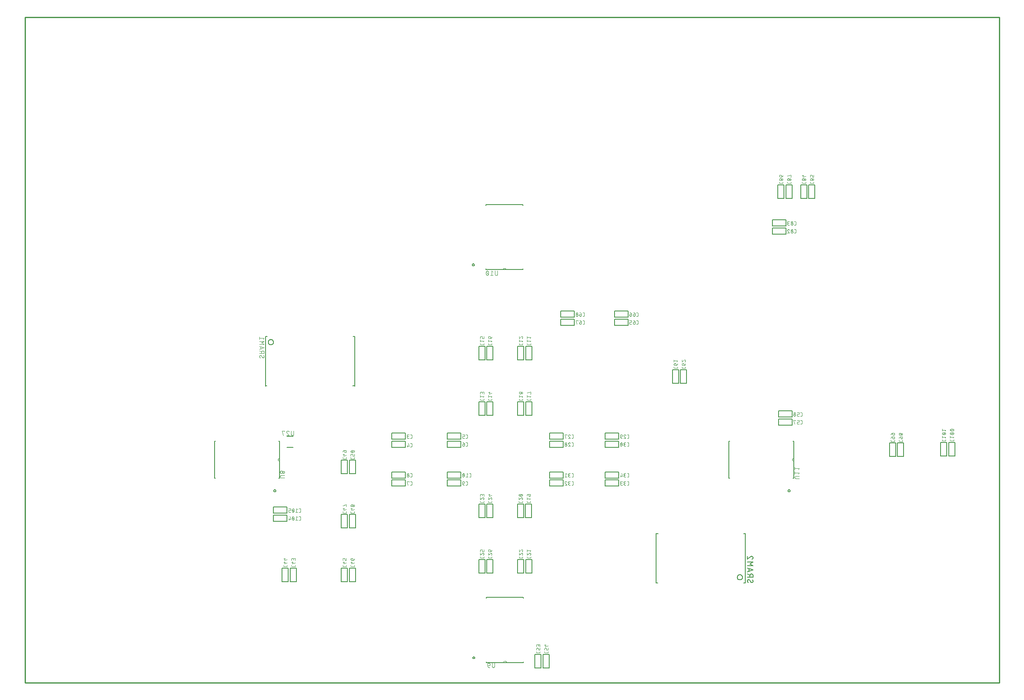
<source format=gbr>
G04 EAGLE Gerber RS-274X export*
G75*
%MOMM*%
%FSLAX34Y34*%
%LPD*%
%INSilkscreen Bottom*%
%IPPOS*%
%AMOC8*
5,1,8,0,0,1.08239X$1,22.5*%
G01*
%ADD10C,0.152400*%
%ADD11C,0.000000*%
%ADD12C,0.101600*%
%ADD13C,0.127000*%
%ADD14C,0.203200*%
%ADD15C,0.076200*%
%ADD16C,0.254000*%


D10*
X522446Y497840D02*
X524224Y497840D01*
X391954Y421640D02*
X390176Y421640D01*
X390176Y497840D01*
X391954Y497840D01*
X524224Y497840D02*
X524224Y462788D01*
X524224Y456692D01*
X524224Y421640D01*
X522446Y421640D01*
X514350Y397764D02*
X514261Y397762D01*
X514173Y397756D01*
X514085Y397747D01*
X513997Y397733D01*
X513910Y397716D01*
X513824Y397695D01*
X513739Y397670D01*
X513655Y397641D01*
X513572Y397609D01*
X513491Y397574D01*
X513412Y397534D01*
X513334Y397492D01*
X513258Y397446D01*
X513184Y397397D01*
X513113Y397344D01*
X513044Y397289D01*
X512977Y397230D01*
X512913Y397169D01*
X512852Y397105D01*
X512793Y397038D01*
X512738Y396969D01*
X512685Y396898D01*
X512636Y396824D01*
X512590Y396748D01*
X512548Y396670D01*
X512508Y396591D01*
X512473Y396510D01*
X512441Y396427D01*
X512412Y396343D01*
X512387Y396258D01*
X512366Y396172D01*
X512349Y396085D01*
X512335Y395997D01*
X512326Y395909D01*
X512320Y395821D01*
X512318Y395732D01*
X512320Y395643D01*
X512326Y395555D01*
X512335Y395467D01*
X512349Y395379D01*
X512366Y395292D01*
X512387Y395206D01*
X512412Y395121D01*
X512441Y395037D01*
X512473Y394954D01*
X512508Y394873D01*
X512548Y394794D01*
X512590Y394716D01*
X512636Y394640D01*
X512685Y394566D01*
X512738Y394495D01*
X512793Y394426D01*
X512852Y394359D01*
X512913Y394295D01*
X512977Y394234D01*
X513044Y394175D01*
X513113Y394120D01*
X513184Y394067D01*
X513258Y394018D01*
X513334Y393972D01*
X513412Y393930D01*
X513491Y393890D01*
X513572Y393855D01*
X513655Y393823D01*
X513739Y393794D01*
X513824Y393769D01*
X513910Y393748D01*
X513997Y393731D01*
X514085Y393717D01*
X514173Y393708D01*
X514261Y393702D01*
X514350Y393700D01*
X514439Y393702D01*
X514527Y393708D01*
X514615Y393717D01*
X514703Y393731D01*
X514790Y393748D01*
X514876Y393769D01*
X514961Y393794D01*
X515045Y393823D01*
X515128Y393855D01*
X515209Y393890D01*
X515288Y393930D01*
X515366Y393972D01*
X515442Y394018D01*
X515516Y394067D01*
X515587Y394120D01*
X515656Y394175D01*
X515723Y394234D01*
X515787Y394295D01*
X515848Y394359D01*
X515907Y394426D01*
X515962Y394495D01*
X516015Y394566D01*
X516064Y394640D01*
X516110Y394716D01*
X516152Y394794D01*
X516192Y394873D01*
X516227Y394954D01*
X516259Y395037D01*
X516288Y395121D01*
X516313Y395206D01*
X516334Y395292D01*
X516351Y395379D01*
X516365Y395467D01*
X516374Y395555D01*
X516380Y395643D01*
X516382Y395732D01*
X516380Y395821D01*
X516374Y395909D01*
X516365Y395997D01*
X516351Y396085D01*
X516334Y396172D01*
X516313Y396258D01*
X516288Y396343D01*
X516259Y396427D01*
X516227Y396510D01*
X516192Y396591D01*
X516152Y396670D01*
X516110Y396748D01*
X516064Y396824D01*
X516015Y396898D01*
X515962Y396969D01*
X515907Y397038D01*
X515848Y397105D01*
X515787Y397169D01*
X515723Y397230D01*
X515656Y397289D01*
X515587Y397344D01*
X515516Y397397D01*
X515442Y397446D01*
X515366Y397492D01*
X515288Y397534D01*
X515209Y397574D01*
X515128Y397609D01*
X515045Y397641D01*
X514961Y397670D01*
X514876Y397695D01*
X514790Y397716D01*
X514703Y397733D01*
X514615Y397747D01*
X514527Y397756D01*
X514439Y397762D01*
X514350Y397764D01*
D11*
X524224Y456692D02*
X524115Y456694D01*
X524007Y456700D01*
X523898Y456709D01*
X523790Y456723D01*
X523683Y456740D01*
X523576Y456762D01*
X523470Y456787D01*
X523365Y456815D01*
X523261Y456848D01*
X523159Y456884D01*
X523058Y456924D01*
X522958Y456967D01*
X522860Y457014D01*
X522763Y457065D01*
X522669Y457119D01*
X522576Y457176D01*
X522486Y457236D01*
X522397Y457300D01*
X522311Y457367D01*
X522228Y457436D01*
X522147Y457509D01*
X522069Y457585D01*
X521993Y457663D01*
X521920Y457744D01*
X521851Y457827D01*
X521784Y457913D01*
X521720Y458002D01*
X521660Y458092D01*
X521603Y458185D01*
X521549Y458279D01*
X521498Y458376D01*
X521451Y458474D01*
X521408Y458574D01*
X521368Y458675D01*
X521332Y458777D01*
X521299Y458881D01*
X521271Y458986D01*
X521246Y459092D01*
X521224Y459199D01*
X521207Y459306D01*
X521193Y459414D01*
X521184Y459523D01*
X521178Y459631D01*
X521176Y459740D01*
X521178Y459849D01*
X521184Y459957D01*
X521193Y460066D01*
X521207Y460174D01*
X521224Y460281D01*
X521246Y460388D01*
X521271Y460494D01*
X521299Y460599D01*
X521332Y460703D01*
X521368Y460805D01*
X521408Y460906D01*
X521451Y461006D01*
X521498Y461104D01*
X521549Y461201D01*
X521603Y461295D01*
X521660Y461388D01*
X521720Y461478D01*
X521784Y461567D01*
X521851Y461653D01*
X521920Y461736D01*
X521993Y461817D01*
X522069Y461895D01*
X522147Y461971D01*
X522228Y462044D01*
X522311Y462113D01*
X522397Y462180D01*
X522486Y462244D01*
X522576Y462304D01*
X522669Y462361D01*
X522763Y462415D01*
X522860Y462466D01*
X522958Y462513D01*
X523058Y462556D01*
X523159Y462596D01*
X523261Y462632D01*
X523365Y462665D01*
X523470Y462693D01*
X523576Y462718D01*
X523683Y462740D01*
X523790Y462757D01*
X523898Y462771D01*
X524007Y462780D01*
X524115Y462786D01*
X524224Y462788D01*
D12*
X527812Y422148D02*
X534416Y422148D01*
X527812Y422148D02*
X527712Y422150D01*
X527613Y422156D01*
X527513Y422166D01*
X527415Y422179D01*
X527316Y422197D01*
X527219Y422218D01*
X527123Y422243D01*
X527027Y422272D01*
X526933Y422305D01*
X526840Y422341D01*
X526749Y422381D01*
X526659Y422425D01*
X526571Y422472D01*
X526485Y422522D01*
X526401Y422576D01*
X526319Y422633D01*
X526240Y422693D01*
X526162Y422757D01*
X526088Y422823D01*
X526016Y422892D01*
X525947Y422964D01*
X525881Y423038D01*
X525817Y423116D01*
X525757Y423195D01*
X525700Y423277D01*
X525646Y423361D01*
X525596Y423447D01*
X525549Y423535D01*
X525505Y423625D01*
X525465Y423716D01*
X525429Y423809D01*
X525396Y423903D01*
X525367Y423999D01*
X525342Y424095D01*
X525321Y424192D01*
X525303Y424291D01*
X525290Y424389D01*
X525280Y424489D01*
X525274Y424588D01*
X525272Y424688D01*
X525274Y424788D01*
X525280Y424887D01*
X525290Y424987D01*
X525303Y425085D01*
X525321Y425184D01*
X525342Y425281D01*
X525367Y425377D01*
X525396Y425473D01*
X525429Y425567D01*
X525465Y425660D01*
X525505Y425751D01*
X525549Y425841D01*
X525596Y425929D01*
X525646Y426015D01*
X525700Y426099D01*
X525757Y426181D01*
X525817Y426260D01*
X525881Y426338D01*
X525947Y426412D01*
X526016Y426484D01*
X526088Y426553D01*
X526162Y426619D01*
X526240Y426683D01*
X526319Y426743D01*
X526401Y426800D01*
X526485Y426854D01*
X526571Y426904D01*
X526659Y426951D01*
X526749Y426995D01*
X526840Y427035D01*
X526933Y427071D01*
X527027Y427104D01*
X527123Y427133D01*
X527219Y427158D01*
X527316Y427179D01*
X527415Y427197D01*
X527513Y427210D01*
X527613Y427220D01*
X527712Y427226D01*
X527812Y427228D01*
X534416Y427228D01*
X527812Y431597D02*
X527912Y431599D01*
X528011Y431605D01*
X528111Y431615D01*
X528209Y431628D01*
X528308Y431646D01*
X528405Y431667D01*
X528501Y431692D01*
X528597Y431721D01*
X528691Y431754D01*
X528784Y431790D01*
X528875Y431830D01*
X528965Y431874D01*
X529053Y431921D01*
X529139Y431971D01*
X529223Y432025D01*
X529305Y432082D01*
X529384Y432142D01*
X529462Y432206D01*
X529536Y432272D01*
X529608Y432341D01*
X529677Y432413D01*
X529743Y432487D01*
X529807Y432565D01*
X529867Y432644D01*
X529924Y432726D01*
X529978Y432810D01*
X530028Y432896D01*
X530075Y432984D01*
X530119Y433074D01*
X530159Y433165D01*
X530195Y433258D01*
X530228Y433352D01*
X530257Y433448D01*
X530282Y433544D01*
X530303Y433641D01*
X530321Y433740D01*
X530334Y433838D01*
X530344Y433938D01*
X530350Y434037D01*
X530352Y434137D01*
X530350Y434237D01*
X530344Y434336D01*
X530334Y434436D01*
X530321Y434534D01*
X530303Y434633D01*
X530282Y434730D01*
X530257Y434826D01*
X530228Y434922D01*
X530195Y435016D01*
X530159Y435109D01*
X530119Y435200D01*
X530075Y435290D01*
X530028Y435378D01*
X529978Y435464D01*
X529924Y435548D01*
X529867Y435630D01*
X529807Y435709D01*
X529743Y435787D01*
X529677Y435861D01*
X529608Y435933D01*
X529536Y436002D01*
X529462Y436068D01*
X529384Y436132D01*
X529305Y436192D01*
X529223Y436249D01*
X529139Y436303D01*
X529053Y436353D01*
X528965Y436400D01*
X528875Y436444D01*
X528784Y436484D01*
X528691Y436520D01*
X528597Y436553D01*
X528501Y436582D01*
X528405Y436607D01*
X528308Y436628D01*
X528209Y436646D01*
X528111Y436659D01*
X528011Y436669D01*
X527912Y436675D01*
X527812Y436677D01*
X527712Y436675D01*
X527613Y436669D01*
X527513Y436659D01*
X527415Y436646D01*
X527316Y436628D01*
X527219Y436607D01*
X527123Y436582D01*
X527027Y436553D01*
X526933Y436520D01*
X526840Y436484D01*
X526749Y436444D01*
X526659Y436400D01*
X526571Y436353D01*
X526485Y436303D01*
X526401Y436249D01*
X526319Y436192D01*
X526240Y436132D01*
X526162Y436068D01*
X526088Y436002D01*
X526016Y435933D01*
X525947Y435861D01*
X525881Y435787D01*
X525817Y435709D01*
X525757Y435630D01*
X525700Y435548D01*
X525646Y435464D01*
X525596Y435378D01*
X525549Y435290D01*
X525505Y435200D01*
X525465Y435109D01*
X525429Y435016D01*
X525396Y434922D01*
X525367Y434826D01*
X525342Y434730D01*
X525321Y434633D01*
X525303Y434534D01*
X525290Y434436D01*
X525280Y434336D01*
X525274Y434237D01*
X525272Y434137D01*
X525274Y434037D01*
X525280Y433938D01*
X525290Y433838D01*
X525303Y433740D01*
X525321Y433641D01*
X525342Y433544D01*
X525367Y433448D01*
X525396Y433352D01*
X525429Y433258D01*
X525465Y433165D01*
X525505Y433074D01*
X525549Y432984D01*
X525596Y432896D01*
X525646Y432810D01*
X525700Y432726D01*
X525757Y432644D01*
X525817Y432565D01*
X525881Y432487D01*
X525947Y432413D01*
X526016Y432341D01*
X526088Y432272D01*
X526162Y432206D01*
X526240Y432142D01*
X526319Y432082D01*
X526401Y432025D01*
X526485Y431971D01*
X526571Y431921D01*
X526659Y431874D01*
X526749Y431830D01*
X526840Y431790D01*
X526933Y431754D01*
X527027Y431721D01*
X527123Y431692D01*
X527219Y431667D01*
X527316Y431646D01*
X527415Y431628D01*
X527513Y431615D01*
X527613Y431605D01*
X527712Y431599D01*
X527812Y431597D01*
X532384Y432105D02*
X532473Y432107D01*
X532561Y432113D01*
X532649Y432122D01*
X532737Y432136D01*
X532824Y432153D01*
X532910Y432174D01*
X532995Y432199D01*
X533079Y432228D01*
X533162Y432260D01*
X533243Y432295D01*
X533322Y432335D01*
X533400Y432377D01*
X533476Y432423D01*
X533550Y432472D01*
X533621Y432525D01*
X533690Y432580D01*
X533757Y432639D01*
X533821Y432700D01*
X533882Y432764D01*
X533941Y432831D01*
X533996Y432900D01*
X534049Y432971D01*
X534098Y433045D01*
X534144Y433121D01*
X534186Y433199D01*
X534226Y433278D01*
X534261Y433359D01*
X534293Y433442D01*
X534322Y433526D01*
X534347Y433611D01*
X534368Y433697D01*
X534385Y433784D01*
X534399Y433872D01*
X534408Y433960D01*
X534414Y434048D01*
X534416Y434137D01*
X534414Y434226D01*
X534408Y434314D01*
X534399Y434402D01*
X534385Y434490D01*
X534368Y434577D01*
X534347Y434663D01*
X534322Y434748D01*
X534293Y434832D01*
X534261Y434915D01*
X534226Y434996D01*
X534186Y435075D01*
X534144Y435153D01*
X534098Y435229D01*
X534049Y435303D01*
X533996Y435374D01*
X533941Y435443D01*
X533882Y435510D01*
X533821Y435574D01*
X533757Y435635D01*
X533690Y435694D01*
X533621Y435749D01*
X533550Y435802D01*
X533476Y435851D01*
X533400Y435897D01*
X533322Y435939D01*
X533243Y435979D01*
X533162Y436014D01*
X533079Y436046D01*
X532995Y436075D01*
X532910Y436100D01*
X532824Y436121D01*
X532737Y436138D01*
X532649Y436152D01*
X532561Y436161D01*
X532473Y436167D01*
X532384Y436169D01*
X532295Y436167D01*
X532207Y436161D01*
X532119Y436152D01*
X532031Y436138D01*
X531944Y436121D01*
X531858Y436100D01*
X531773Y436075D01*
X531689Y436046D01*
X531606Y436014D01*
X531525Y435979D01*
X531446Y435939D01*
X531368Y435897D01*
X531292Y435851D01*
X531218Y435802D01*
X531147Y435749D01*
X531078Y435694D01*
X531011Y435635D01*
X530947Y435574D01*
X530886Y435510D01*
X530827Y435443D01*
X530772Y435374D01*
X530719Y435303D01*
X530670Y435229D01*
X530624Y435153D01*
X530582Y435075D01*
X530542Y434996D01*
X530507Y434915D01*
X530475Y434832D01*
X530446Y434748D01*
X530421Y434663D01*
X530400Y434577D01*
X530383Y434490D01*
X530369Y434402D01*
X530360Y434314D01*
X530354Y434226D01*
X530352Y434137D01*
X530354Y434048D01*
X530360Y433960D01*
X530369Y433872D01*
X530383Y433784D01*
X530400Y433697D01*
X530421Y433611D01*
X530446Y433526D01*
X530475Y433442D01*
X530507Y433359D01*
X530542Y433278D01*
X530582Y433199D01*
X530624Y433121D01*
X530670Y433045D01*
X530719Y432971D01*
X530772Y432900D01*
X530827Y432831D01*
X530886Y432764D01*
X530947Y432700D01*
X531011Y432639D01*
X531078Y432580D01*
X531147Y432525D01*
X531218Y432472D01*
X531292Y432423D01*
X531368Y432377D01*
X531446Y432335D01*
X531525Y432295D01*
X531606Y432260D01*
X531689Y432228D01*
X531773Y432199D01*
X531858Y432174D01*
X531944Y432153D01*
X532031Y432136D01*
X532119Y432122D01*
X532207Y432113D01*
X532295Y432107D01*
X532384Y432105D01*
D10*
X1026414Y43466D02*
X1026414Y41688D01*
X950214Y173958D02*
X950214Y175736D01*
X1026414Y175736D01*
X1026414Y173958D01*
X1026414Y41688D02*
X991362Y41688D01*
X985266Y41688D01*
X950214Y41688D01*
X950214Y43466D01*
X926338Y51562D02*
X926336Y51651D01*
X926330Y51739D01*
X926321Y51827D01*
X926307Y51915D01*
X926290Y52002D01*
X926269Y52088D01*
X926244Y52173D01*
X926215Y52257D01*
X926183Y52340D01*
X926148Y52421D01*
X926108Y52500D01*
X926066Y52578D01*
X926020Y52654D01*
X925971Y52728D01*
X925918Y52799D01*
X925863Y52868D01*
X925804Y52935D01*
X925743Y52999D01*
X925679Y53060D01*
X925612Y53119D01*
X925543Y53174D01*
X925472Y53227D01*
X925398Y53276D01*
X925322Y53322D01*
X925244Y53364D01*
X925165Y53404D01*
X925084Y53439D01*
X925001Y53471D01*
X924917Y53500D01*
X924832Y53525D01*
X924746Y53546D01*
X924659Y53563D01*
X924571Y53577D01*
X924483Y53586D01*
X924395Y53592D01*
X924306Y53594D01*
X924217Y53592D01*
X924129Y53586D01*
X924041Y53577D01*
X923953Y53563D01*
X923866Y53546D01*
X923780Y53525D01*
X923695Y53500D01*
X923611Y53471D01*
X923528Y53439D01*
X923447Y53404D01*
X923368Y53364D01*
X923290Y53322D01*
X923214Y53276D01*
X923140Y53227D01*
X923069Y53174D01*
X923000Y53119D01*
X922933Y53060D01*
X922869Y52999D01*
X922808Y52935D01*
X922749Y52868D01*
X922694Y52799D01*
X922641Y52728D01*
X922592Y52654D01*
X922546Y52578D01*
X922504Y52500D01*
X922464Y52421D01*
X922429Y52340D01*
X922397Y52257D01*
X922368Y52173D01*
X922343Y52088D01*
X922322Y52002D01*
X922305Y51915D01*
X922291Y51827D01*
X922282Y51739D01*
X922276Y51651D01*
X922274Y51562D01*
X922276Y51473D01*
X922282Y51385D01*
X922291Y51297D01*
X922305Y51209D01*
X922322Y51122D01*
X922343Y51036D01*
X922368Y50951D01*
X922397Y50867D01*
X922429Y50784D01*
X922464Y50703D01*
X922504Y50624D01*
X922546Y50546D01*
X922592Y50470D01*
X922641Y50396D01*
X922694Y50325D01*
X922749Y50256D01*
X922808Y50189D01*
X922869Y50125D01*
X922933Y50064D01*
X923000Y50005D01*
X923069Y49950D01*
X923140Y49897D01*
X923214Y49848D01*
X923290Y49802D01*
X923368Y49760D01*
X923447Y49720D01*
X923528Y49685D01*
X923611Y49653D01*
X923695Y49624D01*
X923780Y49599D01*
X923866Y49578D01*
X923953Y49561D01*
X924041Y49547D01*
X924129Y49538D01*
X924217Y49532D01*
X924306Y49530D01*
X924395Y49532D01*
X924483Y49538D01*
X924571Y49547D01*
X924659Y49561D01*
X924746Y49578D01*
X924832Y49599D01*
X924917Y49624D01*
X925001Y49653D01*
X925084Y49685D01*
X925165Y49720D01*
X925244Y49760D01*
X925322Y49802D01*
X925398Y49848D01*
X925472Y49897D01*
X925543Y49950D01*
X925612Y50005D01*
X925679Y50064D01*
X925743Y50125D01*
X925804Y50189D01*
X925863Y50256D01*
X925918Y50325D01*
X925971Y50396D01*
X926020Y50470D01*
X926066Y50546D01*
X926108Y50624D01*
X926148Y50703D01*
X926183Y50784D01*
X926215Y50867D01*
X926244Y50951D01*
X926269Y51036D01*
X926290Y51122D01*
X926307Y51209D01*
X926321Y51297D01*
X926330Y51385D01*
X926336Y51473D01*
X926338Y51562D01*
D11*
X985266Y41688D02*
X985268Y41797D01*
X985274Y41905D01*
X985283Y42014D01*
X985297Y42122D01*
X985314Y42229D01*
X985336Y42336D01*
X985361Y42442D01*
X985389Y42547D01*
X985422Y42651D01*
X985458Y42753D01*
X985498Y42854D01*
X985541Y42954D01*
X985588Y43052D01*
X985639Y43149D01*
X985693Y43243D01*
X985750Y43336D01*
X985810Y43426D01*
X985874Y43515D01*
X985941Y43601D01*
X986010Y43684D01*
X986083Y43765D01*
X986159Y43843D01*
X986237Y43919D01*
X986318Y43992D01*
X986401Y44061D01*
X986487Y44128D01*
X986576Y44192D01*
X986666Y44252D01*
X986759Y44309D01*
X986853Y44363D01*
X986950Y44414D01*
X987048Y44461D01*
X987148Y44504D01*
X987249Y44544D01*
X987351Y44580D01*
X987455Y44613D01*
X987560Y44641D01*
X987666Y44666D01*
X987773Y44688D01*
X987880Y44705D01*
X987988Y44719D01*
X988097Y44728D01*
X988205Y44734D01*
X988314Y44736D01*
X988423Y44734D01*
X988531Y44728D01*
X988640Y44719D01*
X988748Y44705D01*
X988855Y44688D01*
X988962Y44666D01*
X989068Y44641D01*
X989173Y44613D01*
X989277Y44580D01*
X989379Y44544D01*
X989480Y44504D01*
X989580Y44461D01*
X989678Y44414D01*
X989775Y44363D01*
X989869Y44309D01*
X989962Y44252D01*
X990052Y44192D01*
X990141Y44128D01*
X990227Y44061D01*
X990310Y43992D01*
X990391Y43919D01*
X990469Y43843D01*
X990545Y43765D01*
X990618Y43684D01*
X990687Y43601D01*
X990754Y43515D01*
X990818Y43426D01*
X990878Y43336D01*
X990935Y43243D01*
X990989Y43149D01*
X991040Y43052D01*
X991087Y42954D01*
X991130Y42854D01*
X991170Y42753D01*
X991206Y42651D01*
X991239Y42547D01*
X991267Y42442D01*
X991292Y42336D01*
X991314Y42229D01*
X991331Y42122D01*
X991345Y42014D01*
X991354Y41905D01*
X991360Y41797D01*
X991362Y41688D01*
D12*
X966978Y40640D02*
X966978Y34036D01*
X966976Y33936D01*
X966970Y33837D01*
X966960Y33737D01*
X966947Y33639D01*
X966929Y33540D01*
X966908Y33443D01*
X966883Y33347D01*
X966854Y33251D01*
X966821Y33157D01*
X966785Y33064D01*
X966745Y32973D01*
X966701Y32883D01*
X966654Y32795D01*
X966604Y32709D01*
X966550Y32625D01*
X966493Y32543D01*
X966433Y32464D01*
X966369Y32386D01*
X966303Y32312D01*
X966234Y32240D01*
X966162Y32171D01*
X966088Y32105D01*
X966010Y32041D01*
X965931Y31981D01*
X965849Y31924D01*
X965765Y31870D01*
X965679Y31820D01*
X965591Y31773D01*
X965501Y31729D01*
X965410Y31689D01*
X965317Y31653D01*
X965223Y31620D01*
X965127Y31591D01*
X965031Y31566D01*
X964934Y31545D01*
X964835Y31527D01*
X964737Y31514D01*
X964637Y31504D01*
X964538Y31498D01*
X964438Y31496D01*
X964338Y31498D01*
X964239Y31504D01*
X964139Y31514D01*
X964041Y31527D01*
X963942Y31545D01*
X963845Y31566D01*
X963749Y31591D01*
X963653Y31620D01*
X963559Y31653D01*
X963466Y31689D01*
X963375Y31729D01*
X963285Y31773D01*
X963197Y31820D01*
X963111Y31870D01*
X963027Y31924D01*
X962945Y31981D01*
X962866Y32041D01*
X962788Y32105D01*
X962714Y32171D01*
X962642Y32240D01*
X962573Y32312D01*
X962507Y32386D01*
X962443Y32464D01*
X962383Y32543D01*
X962326Y32625D01*
X962272Y32709D01*
X962222Y32795D01*
X962175Y32883D01*
X962131Y32973D01*
X962091Y33064D01*
X962055Y33157D01*
X962022Y33251D01*
X961993Y33347D01*
X961968Y33443D01*
X961947Y33540D01*
X961929Y33639D01*
X961916Y33737D01*
X961906Y33837D01*
X961900Y33936D01*
X961898Y34036D01*
X961898Y40640D01*
X955497Y35560D02*
X952449Y35560D01*
X955497Y35560D02*
X955586Y35562D01*
X955674Y35568D01*
X955762Y35577D01*
X955850Y35591D01*
X955937Y35608D01*
X956023Y35629D01*
X956108Y35654D01*
X956192Y35683D01*
X956275Y35715D01*
X956356Y35750D01*
X956435Y35790D01*
X956513Y35832D01*
X956589Y35878D01*
X956663Y35927D01*
X956734Y35980D01*
X956803Y36035D01*
X956870Y36094D01*
X956934Y36155D01*
X956995Y36219D01*
X957054Y36286D01*
X957109Y36355D01*
X957162Y36426D01*
X957211Y36500D01*
X957257Y36576D01*
X957299Y36654D01*
X957339Y36733D01*
X957374Y36814D01*
X957406Y36897D01*
X957435Y36981D01*
X957460Y37066D01*
X957481Y37152D01*
X957498Y37239D01*
X957512Y37327D01*
X957521Y37415D01*
X957527Y37503D01*
X957529Y37592D01*
X957529Y38100D01*
X957527Y38200D01*
X957521Y38299D01*
X957511Y38399D01*
X957498Y38497D01*
X957480Y38596D01*
X957459Y38693D01*
X957434Y38789D01*
X957405Y38885D01*
X957372Y38979D01*
X957336Y39072D01*
X957296Y39163D01*
X957252Y39253D01*
X957205Y39341D01*
X957155Y39427D01*
X957101Y39511D01*
X957044Y39593D01*
X956984Y39672D01*
X956920Y39750D01*
X956854Y39824D01*
X956785Y39896D01*
X956713Y39965D01*
X956639Y40031D01*
X956561Y40095D01*
X956482Y40155D01*
X956400Y40212D01*
X956316Y40266D01*
X956230Y40316D01*
X956142Y40363D01*
X956052Y40407D01*
X955961Y40447D01*
X955868Y40483D01*
X955774Y40516D01*
X955678Y40545D01*
X955582Y40570D01*
X955485Y40591D01*
X955386Y40609D01*
X955288Y40622D01*
X955188Y40632D01*
X955089Y40638D01*
X954989Y40640D01*
X954889Y40638D01*
X954790Y40632D01*
X954690Y40622D01*
X954592Y40609D01*
X954493Y40591D01*
X954396Y40570D01*
X954300Y40545D01*
X954204Y40516D01*
X954110Y40483D01*
X954017Y40447D01*
X953926Y40407D01*
X953836Y40363D01*
X953748Y40316D01*
X953662Y40266D01*
X953578Y40212D01*
X953496Y40155D01*
X953417Y40095D01*
X953339Y40031D01*
X953265Y39965D01*
X953193Y39896D01*
X953124Y39824D01*
X953058Y39750D01*
X952994Y39672D01*
X952934Y39593D01*
X952877Y39511D01*
X952823Y39427D01*
X952773Y39341D01*
X952726Y39253D01*
X952682Y39163D01*
X952642Y39072D01*
X952606Y38979D01*
X952573Y38885D01*
X952544Y38789D01*
X952519Y38693D01*
X952498Y38596D01*
X952480Y38497D01*
X952467Y38399D01*
X952457Y38299D01*
X952451Y38200D01*
X952449Y38100D01*
X952449Y35560D01*
X952451Y35435D01*
X952457Y35310D01*
X952466Y35185D01*
X952480Y35061D01*
X952497Y34937D01*
X952518Y34813D01*
X952543Y34691D01*
X952572Y34569D01*
X952604Y34448D01*
X952640Y34328D01*
X952680Y34209D01*
X952723Y34092D01*
X952770Y33976D01*
X952821Y33861D01*
X952875Y33749D01*
X952933Y33637D01*
X952993Y33528D01*
X953058Y33421D01*
X953125Y33315D01*
X953196Y33212D01*
X953270Y33111D01*
X953347Y33012D01*
X953427Y32916D01*
X953510Y32822D01*
X953595Y32731D01*
X953684Y32642D01*
X953775Y32557D01*
X953869Y32474D01*
X953965Y32394D01*
X954064Y32317D01*
X954165Y32243D01*
X954268Y32172D01*
X954374Y32105D01*
X954481Y32040D01*
X954590Y31980D01*
X954702Y31922D01*
X954814Y31868D01*
X954929Y31817D01*
X955045Y31770D01*
X955162Y31727D01*
X955281Y31687D01*
X955401Y31651D01*
X955522Y31619D01*
X955644Y31590D01*
X955766Y31565D01*
X955890Y31544D01*
X956014Y31527D01*
X956138Y31513D01*
X956263Y31504D01*
X956388Y31498D01*
X956513Y31496D01*
D10*
X1025398Y851440D02*
X1025398Y853218D01*
X949198Y983710D02*
X949198Y985488D01*
X1025398Y985488D01*
X1025398Y983710D01*
X1025398Y851440D02*
X990346Y851440D01*
X984250Y851440D01*
X949198Y851440D01*
X949198Y853218D01*
X925322Y861314D02*
X925320Y861403D01*
X925314Y861491D01*
X925305Y861579D01*
X925291Y861667D01*
X925274Y861754D01*
X925253Y861840D01*
X925228Y861925D01*
X925199Y862009D01*
X925167Y862092D01*
X925132Y862173D01*
X925092Y862252D01*
X925050Y862330D01*
X925004Y862406D01*
X924955Y862480D01*
X924902Y862551D01*
X924847Y862620D01*
X924788Y862687D01*
X924727Y862751D01*
X924663Y862812D01*
X924596Y862871D01*
X924527Y862926D01*
X924456Y862979D01*
X924382Y863028D01*
X924306Y863074D01*
X924228Y863116D01*
X924149Y863156D01*
X924068Y863191D01*
X923985Y863223D01*
X923901Y863252D01*
X923816Y863277D01*
X923730Y863298D01*
X923643Y863315D01*
X923555Y863329D01*
X923467Y863338D01*
X923379Y863344D01*
X923290Y863346D01*
X923201Y863344D01*
X923113Y863338D01*
X923025Y863329D01*
X922937Y863315D01*
X922850Y863298D01*
X922764Y863277D01*
X922679Y863252D01*
X922595Y863223D01*
X922512Y863191D01*
X922431Y863156D01*
X922352Y863116D01*
X922274Y863074D01*
X922198Y863028D01*
X922124Y862979D01*
X922053Y862926D01*
X921984Y862871D01*
X921917Y862812D01*
X921853Y862751D01*
X921792Y862687D01*
X921733Y862620D01*
X921678Y862551D01*
X921625Y862480D01*
X921576Y862406D01*
X921530Y862330D01*
X921488Y862252D01*
X921448Y862173D01*
X921413Y862092D01*
X921381Y862009D01*
X921352Y861925D01*
X921327Y861840D01*
X921306Y861754D01*
X921289Y861667D01*
X921275Y861579D01*
X921266Y861491D01*
X921260Y861403D01*
X921258Y861314D01*
X921260Y861225D01*
X921266Y861137D01*
X921275Y861049D01*
X921289Y860961D01*
X921306Y860874D01*
X921327Y860788D01*
X921352Y860703D01*
X921381Y860619D01*
X921413Y860536D01*
X921448Y860455D01*
X921488Y860376D01*
X921530Y860298D01*
X921576Y860222D01*
X921625Y860148D01*
X921678Y860077D01*
X921733Y860008D01*
X921792Y859941D01*
X921853Y859877D01*
X921917Y859816D01*
X921984Y859757D01*
X922053Y859702D01*
X922124Y859649D01*
X922198Y859600D01*
X922274Y859554D01*
X922352Y859512D01*
X922431Y859472D01*
X922512Y859437D01*
X922595Y859405D01*
X922679Y859376D01*
X922764Y859351D01*
X922850Y859330D01*
X922937Y859313D01*
X923025Y859299D01*
X923113Y859290D01*
X923201Y859284D01*
X923290Y859282D01*
X923379Y859284D01*
X923467Y859290D01*
X923555Y859299D01*
X923643Y859313D01*
X923730Y859330D01*
X923816Y859351D01*
X923901Y859376D01*
X923985Y859405D01*
X924068Y859437D01*
X924149Y859472D01*
X924228Y859512D01*
X924306Y859554D01*
X924382Y859600D01*
X924456Y859649D01*
X924527Y859702D01*
X924596Y859757D01*
X924663Y859816D01*
X924727Y859877D01*
X924788Y859941D01*
X924847Y860008D01*
X924902Y860077D01*
X924955Y860148D01*
X925004Y860222D01*
X925050Y860298D01*
X925092Y860376D01*
X925132Y860455D01*
X925167Y860536D01*
X925199Y860619D01*
X925228Y860703D01*
X925253Y860788D01*
X925274Y860874D01*
X925291Y860961D01*
X925305Y861049D01*
X925314Y861137D01*
X925320Y861225D01*
X925322Y861314D01*
D11*
X984250Y851440D02*
X984252Y851549D01*
X984258Y851657D01*
X984267Y851766D01*
X984281Y851874D01*
X984298Y851981D01*
X984320Y852088D01*
X984345Y852194D01*
X984373Y852299D01*
X984406Y852403D01*
X984442Y852505D01*
X984482Y852606D01*
X984525Y852706D01*
X984572Y852804D01*
X984623Y852901D01*
X984677Y852995D01*
X984734Y853088D01*
X984794Y853178D01*
X984858Y853267D01*
X984925Y853353D01*
X984994Y853436D01*
X985067Y853517D01*
X985143Y853595D01*
X985221Y853671D01*
X985302Y853744D01*
X985385Y853813D01*
X985471Y853880D01*
X985560Y853944D01*
X985650Y854004D01*
X985743Y854061D01*
X985837Y854115D01*
X985934Y854166D01*
X986032Y854213D01*
X986132Y854256D01*
X986233Y854296D01*
X986335Y854332D01*
X986439Y854365D01*
X986544Y854393D01*
X986650Y854418D01*
X986757Y854440D01*
X986864Y854457D01*
X986972Y854471D01*
X987081Y854480D01*
X987189Y854486D01*
X987298Y854488D01*
X987407Y854486D01*
X987515Y854480D01*
X987624Y854471D01*
X987732Y854457D01*
X987839Y854440D01*
X987946Y854418D01*
X988052Y854393D01*
X988157Y854365D01*
X988261Y854332D01*
X988363Y854296D01*
X988464Y854256D01*
X988564Y854213D01*
X988662Y854166D01*
X988759Y854115D01*
X988853Y854061D01*
X988946Y854004D01*
X989036Y853944D01*
X989125Y853880D01*
X989211Y853813D01*
X989294Y853744D01*
X989375Y853671D01*
X989453Y853595D01*
X989529Y853517D01*
X989602Y853436D01*
X989671Y853353D01*
X989738Y853267D01*
X989802Y853178D01*
X989862Y853088D01*
X989919Y852995D01*
X989973Y852901D01*
X990024Y852804D01*
X990071Y852706D01*
X990114Y852606D01*
X990154Y852505D01*
X990190Y852403D01*
X990223Y852299D01*
X990251Y852194D01*
X990276Y852088D01*
X990298Y851981D01*
X990315Y851874D01*
X990329Y851766D01*
X990338Y851657D01*
X990344Y851549D01*
X990346Y851440D01*
D12*
X973074Y848868D02*
X973074Y842264D01*
X973072Y842164D01*
X973066Y842065D01*
X973056Y841965D01*
X973043Y841867D01*
X973025Y841768D01*
X973004Y841671D01*
X972979Y841575D01*
X972950Y841479D01*
X972917Y841385D01*
X972881Y841292D01*
X972841Y841201D01*
X972797Y841111D01*
X972750Y841023D01*
X972700Y840937D01*
X972646Y840853D01*
X972589Y840771D01*
X972529Y840692D01*
X972465Y840614D01*
X972399Y840540D01*
X972330Y840468D01*
X972258Y840399D01*
X972184Y840333D01*
X972106Y840269D01*
X972027Y840209D01*
X971945Y840152D01*
X971861Y840098D01*
X971775Y840048D01*
X971687Y840001D01*
X971597Y839957D01*
X971506Y839917D01*
X971413Y839881D01*
X971319Y839848D01*
X971223Y839819D01*
X971127Y839794D01*
X971030Y839773D01*
X970931Y839755D01*
X970833Y839742D01*
X970733Y839732D01*
X970634Y839726D01*
X970534Y839724D01*
X970434Y839726D01*
X970335Y839732D01*
X970235Y839742D01*
X970137Y839755D01*
X970038Y839773D01*
X969941Y839794D01*
X969845Y839819D01*
X969749Y839848D01*
X969655Y839881D01*
X969562Y839917D01*
X969471Y839957D01*
X969381Y840001D01*
X969293Y840048D01*
X969207Y840098D01*
X969123Y840152D01*
X969041Y840209D01*
X968962Y840269D01*
X968884Y840333D01*
X968810Y840399D01*
X968738Y840468D01*
X968669Y840540D01*
X968603Y840614D01*
X968539Y840692D01*
X968479Y840771D01*
X968422Y840853D01*
X968368Y840937D01*
X968318Y841023D01*
X968271Y841111D01*
X968227Y841201D01*
X968187Y841292D01*
X968151Y841385D01*
X968118Y841479D01*
X968089Y841575D01*
X968064Y841671D01*
X968043Y841768D01*
X968025Y841867D01*
X968012Y841965D01*
X968002Y842065D01*
X967996Y842164D01*
X967994Y842264D01*
X967994Y848868D01*
X963625Y846836D02*
X961085Y848868D01*
X961085Y839724D01*
X963625Y839724D02*
X958545Y839724D01*
X954481Y844296D02*
X954479Y844476D01*
X954472Y844656D01*
X954462Y844835D01*
X954447Y845014D01*
X954427Y845193D01*
X954404Y845372D01*
X954376Y845549D01*
X954344Y845726D01*
X954308Y845903D01*
X954267Y846078D01*
X954223Y846252D01*
X954174Y846425D01*
X954121Y846597D01*
X954064Y846768D01*
X954003Y846937D01*
X953938Y847105D01*
X953869Y847271D01*
X953796Y847435D01*
X953719Y847598D01*
X953691Y847676D01*
X953658Y847753D01*
X953623Y847828D01*
X953584Y847902D01*
X953542Y847974D01*
X953497Y848043D01*
X953448Y848111D01*
X953397Y848177D01*
X953343Y848240D01*
X953286Y848301D01*
X953227Y848360D01*
X953165Y848415D01*
X953100Y848468D01*
X953034Y848518D01*
X952965Y848565D01*
X952894Y848609D01*
X952821Y848649D01*
X952747Y848686D01*
X952671Y848721D01*
X952593Y848751D01*
X952515Y848778D01*
X952435Y848802D01*
X952354Y848822D01*
X952272Y848839D01*
X952190Y848851D01*
X952107Y848861D01*
X952024Y848866D01*
X951941Y848868D01*
X951858Y848866D01*
X951775Y848861D01*
X951692Y848851D01*
X951610Y848839D01*
X951528Y848822D01*
X951447Y848802D01*
X951367Y848778D01*
X951289Y848751D01*
X951211Y848721D01*
X951135Y848686D01*
X951061Y848649D01*
X950988Y848609D01*
X950917Y848565D01*
X950848Y848518D01*
X950782Y848468D01*
X950717Y848415D01*
X950655Y848360D01*
X950596Y848301D01*
X950539Y848240D01*
X950485Y848177D01*
X950434Y848111D01*
X950385Y848043D01*
X950340Y847974D01*
X950298Y847902D01*
X950259Y847828D01*
X950224Y847753D01*
X950191Y847676D01*
X950163Y847598D01*
X950164Y847598D02*
X950087Y847435D01*
X950014Y847271D01*
X949945Y847105D01*
X949880Y846937D01*
X949819Y846768D01*
X949762Y846597D01*
X949709Y846425D01*
X949660Y846252D01*
X949616Y846078D01*
X949575Y845903D01*
X949539Y845726D01*
X949507Y845549D01*
X949479Y845372D01*
X949456Y845193D01*
X949436Y845014D01*
X949421Y844835D01*
X949411Y844656D01*
X949404Y844476D01*
X949402Y844296D01*
X954481Y844296D02*
X954479Y844116D01*
X954472Y843936D01*
X954462Y843757D01*
X954447Y843578D01*
X954427Y843399D01*
X954404Y843220D01*
X954376Y843043D01*
X954344Y842866D01*
X954308Y842689D01*
X954267Y842514D01*
X954223Y842340D01*
X954174Y842167D01*
X954121Y841995D01*
X954064Y841824D01*
X954003Y841655D01*
X953938Y841487D01*
X953869Y841321D01*
X953796Y841157D01*
X953719Y840994D01*
X953691Y840916D01*
X953658Y840839D01*
X953623Y840764D01*
X953584Y840690D01*
X953542Y840618D01*
X953497Y840549D01*
X953448Y840481D01*
X953397Y840415D01*
X953343Y840352D01*
X953286Y840291D01*
X953227Y840232D01*
X953165Y840177D01*
X953100Y840124D01*
X953034Y840074D01*
X952965Y840027D01*
X952894Y839983D01*
X952821Y839943D01*
X952747Y839906D01*
X952671Y839871D01*
X952593Y839841D01*
X952515Y839814D01*
X952435Y839790D01*
X952354Y839770D01*
X952272Y839753D01*
X952190Y839741D01*
X952107Y839731D01*
X952024Y839726D01*
X951941Y839724D01*
X950164Y840994D02*
X950087Y841157D01*
X950014Y841321D01*
X949945Y841487D01*
X949880Y841655D01*
X949819Y841824D01*
X949762Y841995D01*
X949709Y842167D01*
X949660Y842340D01*
X949616Y842514D01*
X949575Y842689D01*
X949539Y842866D01*
X949507Y843043D01*
X949479Y843220D01*
X949456Y843399D01*
X949436Y843578D01*
X949421Y843757D01*
X949411Y843936D01*
X949404Y844116D01*
X949402Y844296D01*
X950163Y840994D02*
X950191Y840916D01*
X950224Y840839D01*
X950259Y840764D01*
X950298Y840690D01*
X950340Y840618D01*
X950385Y840549D01*
X950434Y840481D01*
X950485Y840415D01*
X950539Y840352D01*
X950596Y840291D01*
X950655Y840232D01*
X950717Y840177D01*
X950782Y840124D01*
X950848Y840074D01*
X950917Y840027D01*
X950988Y839983D01*
X951061Y839943D01*
X951135Y839906D01*
X951211Y839871D01*
X951289Y839841D01*
X951367Y839814D01*
X951447Y839790D01*
X951528Y839770D01*
X951610Y839753D01*
X951692Y839741D01*
X951775Y839731D01*
X951858Y839726D01*
X951941Y839724D01*
X953973Y841756D02*
X949909Y846836D01*
D10*
X1581626Y497840D02*
X1583404Y497840D01*
X1451134Y421640D02*
X1449356Y421640D01*
X1449356Y497840D01*
X1451134Y497840D01*
X1583404Y497840D02*
X1583404Y462788D01*
X1583404Y456692D01*
X1583404Y421640D01*
X1581626Y421640D01*
X1573530Y397764D02*
X1573441Y397762D01*
X1573353Y397756D01*
X1573265Y397747D01*
X1573177Y397733D01*
X1573090Y397716D01*
X1573004Y397695D01*
X1572919Y397670D01*
X1572835Y397641D01*
X1572752Y397609D01*
X1572671Y397574D01*
X1572592Y397534D01*
X1572514Y397492D01*
X1572438Y397446D01*
X1572364Y397397D01*
X1572293Y397344D01*
X1572224Y397289D01*
X1572157Y397230D01*
X1572093Y397169D01*
X1572032Y397105D01*
X1571973Y397038D01*
X1571918Y396969D01*
X1571865Y396898D01*
X1571816Y396824D01*
X1571770Y396748D01*
X1571728Y396670D01*
X1571688Y396591D01*
X1571653Y396510D01*
X1571621Y396427D01*
X1571592Y396343D01*
X1571567Y396258D01*
X1571546Y396172D01*
X1571529Y396085D01*
X1571515Y395997D01*
X1571506Y395909D01*
X1571500Y395821D01*
X1571498Y395732D01*
X1571500Y395643D01*
X1571506Y395555D01*
X1571515Y395467D01*
X1571529Y395379D01*
X1571546Y395292D01*
X1571567Y395206D01*
X1571592Y395121D01*
X1571621Y395037D01*
X1571653Y394954D01*
X1571688Y394873D01*
X1571728Y394794D01*
X1571770Y394716D01*
X1571816Y394640D01*
X1571865Y394566D01*
X1571918Y394495D01*
X1571973Y394426D01*
X1572032Y394359D01*
X1572093Y394295D01*
X1572157Y394234D01*
X1572224Y394175D01*
X1572293Y394120D01*
X1572364Y394067D01*
X1572438Y394018D01*
X1572514Y393972D01*
X1572592Y393930D01*
X1572671Y393890D01*
X1572752Y393855D01*
X1572835Y393823D01*
X1572919Y393794D01*
X1573004Y393769D01*
X1573090Y393748D01*
X1573177Y393731D01*
X1573265Y393717D01*
X1573353Y393708D01*
X1573441Y393702D01*
X1573530Y393700D01*
X1573619Y393702D01*
X1573707Y393708D01*
X1573795Y393717D01*
X1573883Y393731D01*
X1573970Y393748D01*
X1574056Y393769D01*
X1574141Y393794D01*
X1574225Y393823D01*
X1574308Y393855D01*
X1574389Y393890D01*
X1574468Y393930D01*
X1574546Y393972D01*
X1574622Y394018D01*
X1574696Y394067D01*
X1574767Y394120D01*
X1574836Y394175D01*
X1574903Y394234D01*
X1574967Y394295D01*
X1575028Y394359D01*
X1575087Y394426D01*
X1575142Y394495D01*
X1575195Y394566D01*
X1575244Y394640D01*
X1575290Y394716D01*
X1575332Y394794D01*
X1575372Y394873D01*
X1575407Y394954D01*
X1575439Y395037D01*
X1575468Y395121D01*
X1575493Y395206D01*
X1575514Y395292D01*
X1575531Y395379D01*
X1575545Y395467D01*
X1575554Y395555D01*
X1575560Y395643D01*
X1575562Y395732D01*
X1575560Y395821D01*
X1575554Y395909D01*
X1575545Y395997D01*
X1575531Y396085D01*
X1575514Y396172D01*
X1575493Y396258D01*
X1575468Y396343D01*
X1575439Y396427D01*
X1575407Y396510D01*
X1575372Y396591D01*
X1575332Y396670D01*
X1575290Y396748D01*
X1575244Y396824D01*
X1575195Y396898D01*
X1575142Y396969D01*
X1575087Y397038D01*
X1575028Y397105D01*
X1574967Y397169D01*
X1574903Y397230D01*
X1574836Y397289D01*
X1574767Y397344D01*
X1574696Y397397D01*
X1574622Y397446D01*
X1574546Y397492D01*
X1574468Y397534D01*
X1574389Y397574D01*
X1574308Y397609D01*
X1574225Y397641D01*
X1574141Y397670D01*
X1574056Y397695D01*
X1573970Y397716D01*
X1573883Y397733D01*
X1573795Y397747D01*
X1573707Y397756D01*
X1573619Y397762D01*
X1573530Y397764D01*
D11*
X1583404Y456692D02*
X1583295Y456694D01*
X1583187Y456700D01*
X1583078Y456709D01*
X1582970Y456723D01*
X1582863Y456740D01*
X1582756Y456762D01*
X1582650Y456787D01*
X1582545Y456815D01*
X1582441Y456848D01*
X1582339Y456884D01*
X1582238Y456924D01*
X1582138Y456967D01*
X1582040Y457014D01*
X1581943Y457065D01*
X1581849Y457119D01*
X1581756Y457176D01*
X1581666Y457236D01*
X1581577Y457300D01*
X1581491Y457367D01*
X1581408Y457436D01*
X1581327Y457509D01*
X1581249Y457585D01*
X1581173Y457663D01*
X1581100Y457744D01*
X1581031Y457827D01*
X1580964Y457913D01*
X1580900Y458002D01*
X1580840Y458092D01*
X1580783Y458185D01*
X1580729Y458279D01*
X1580678Y458376D01*
X1580631Y458474D01*
X1580588Y458574D01*
X1580548Y458675D01*
X1580512Y458777D01*
X1580479Y458881D01*
X1580451Y458986D01*
X1580426Y459092D01*
X1580404Y459199D01*
X1580387Y459306D01*
X1580373Y459414D01*
X1580364Y459523D01*
X1580358Y459631D01*
X1580356Y459740D01*
X1580358Y459849D01*
X1580364Y459957D01*
X1580373Y460066D01*
X1580387Y460174D01*
X1580404Y460281D01*
X1580426Y460388D01*
X1580451Y460494D01*
X1580479Y460599D01*
X1580512Y460703D01*
X1580548Y460805D01*
X1580588Y460906D01*
X1580631Y461006D01*
X1580678Y461104D01*
X1580729Y461201D01*
X1580783Y461295D01*
X1580840Y461388D01*
X1580900Y461478D01*
X1580964Y461567D01*
X1581031Y461653D01*
X1581100Y461736D01*
X1581173Y461817D01*
X1581249Y461895D01*
X1581327Y461971D01*
X1581408Y462044D01*
X1581491Y462113D01*
X1581577Y462180D01*
X1581666Y462244D01*
X1581756Y462304D01*
X1581849Y462361D01*
X1581943Y462415D01*
X1582040Y462466D01*
X1582138Y462513D01*
X1582238Y462556D01*
X1582339Y462596D01*
X1582441Y462632D01*
X1582545Y462665D01*
X1582650Y462693D01*
X1582756Y462718D01*
X1582863Y462740D01*
X1582970Y462757D01*
X1583078Y462771D01*
X1583187Y462780D01*
X1583295Y462786D01*
X1583404Y462788D01*
D12*
X1588008Y420878D02*
X1594612Y420878D01*
X1588008Y420878D02*
X1587908Y420880D01*
X1587809Y420886D01*
X1587709Y420896D01*
X1587611Y420909D01*
X1587512Y420927D01*
X1587415Y420948D01*
X1587319Y420973D01*
X1587223Y421002D01*
X1587129Y421035D01*
X1587036Y421071D01*
X1586945Y421111D01*
X1586855Y421155D01*
X1586767Y421202D01*
X1586681Y421252D01*
X1586597Y421306D01*
X1586515Y421363D01*
X1586436Y421423D01*
X1586358Y421487D01*
X1586284Y421553D01*
X1586212Y421622D01*
X1586143Y421694D01*
X1586077Y421768D01*
X1586013Y421846D01*
X1585953Y421925D01*
X1585896Y422007D01*
X1585842Y422091D01*
X1585792Y422177D01*
X1585745Y422265D01*
X1585701Y422355D01*
X1585661Y422446D01*
X1585625Y422539D01*
X1585592Y422633D01*
X1585563Y422729D01*
X1585538Y422825D01*
X1585517Y422922D01*
X1585499Y423021D01*
X1585486Y423119D01*
X1585476Y423219D01*
X1585470Y423318D01*
X1585468Y423418D01*
X1585470Y423518D01*
X1585476Y423617D01*
X1585486Y423717D01*
X1585499Y423815D01*
X1585517Y423914D01*
X1585538Y424011D01*
X1585563Y424107D01*
X1585592Y424203D01*
X1585625Y424297D01*
X1585661Y424390D01*
X1585701Y424481D01*
X1585745Y424571D01*
X1585792Y424659D01*
X1585842Y424745D01*
X1585896Y424829D01*
X1585953Y424911D01*
X1586013Y424990D01*
X1586077Y425068D01*
X1586143Y425142D01*
X1586212Y425214D01*
X1586284Y425283D01*
X1586358Y425349D01*
X1586436Y425413D01*
X1586515Y425473D01*
X1586597Y425530D01*
X1586681Y425584D01*
X1586767Y425634D01*
X1586855Y425681D01*
X1586945Y425725D01*
X1587036Y425765D01*
X1587129Y425801D01*
X1587223Y425834D01*
X1587319Y425863D01*
X1587415Y425888D01*
X1587512Y425909D01*
X1587611Y425927D01*
X1587709Y425940D01*
X1587809Y425950D01*
X1587908Y425956D01*
X1588008Y425958D01*
X1594612Y425958D01*
X1592580Y430327D02*
X1594612Y432867D01*
X1585468Y432867D01*
X1585468Y430327D02*
X1585468Y435407D01*
X1592580Y439471D02*
X1594612Y442011D01*
X1585468Y442011D01*
X1585468Y439471D02*
X1585468Y444551D01*
D10*
X678884Y611624D02*
X678884Y713478D01*
X495096Y713478D02*
X495096Y611624D01*
X675816Y713478D02*
X678884Y713478D01*
X498922Y713478D02*
X495096Y713478D01*
X495104Y611894D02*
X498172Y611894D01*
X675066Y611894D02*
X678892Y611894D01*
X501010Y702036D02*
X501012Y702182D01*
X501018Y702327D01*
X501028Y702473D01*
X501042Y702618D01*
X501060Y702762D01*
X501081Y702906D01*
X501107Y703050D01*
X501137Y703192D01*
X501170Y703334D01*
X501208Y703475D01*
X501249Y703615D01*
X501294Y703753D01*
X501343Y703891D01*
X501395Y704027D01*
X501452Y704161D01*
X501511Y704294D01*
X501575Y704425D01*
X501642Y704554D01*
X501713Y704682D01*
X501787Y704807D01*
X501864Y704931D01*
X501945Y705052D01*
X502029Y705171D01*
X502116Y705288D01*
X502206Y705402D01*
X502300Y705514D01*
X502396Y705623D01*
X502496Y705730D01*
X502598Y705833D01*
X502703Y705934D01*
X502811Y706032D01*
X502922Y706127D01*
X503035Y706219D01*
X503150Y706308D01*
X503268Y706394D01*
X503388Y706476D01*
X503511Y706555D01*
X503635Y706631D01*
X503762Y706703D01*
X503890Y706772D01*
X504020Y706837D01*
X504152Y706899D01*
X504286Y706957D01*
X504421Y707011D01*
X504558Y707062D01*
X504696Y707109D01*
X504835Y707152D01*
X504975Y707191D01*
X505117Y707227D01*
X505259Y707258D01*
X505402Y707286D01*
X505546Y707310D01*
X505690Y707330D01*
X505835Y707346D01*
X505980Y707358D01*
X506125Y707366D01*
X506271Y707370D01*
X506417Y707370D01*
X506563Y707366D01*
X506708Y707358D01*
X506853Y707346D01*
X506998Y707330D01*
X507142Y707310D01*
X507286Y707286D01*
X507429Y707258D01*
X507571Y707227D01*
X507713Y707191D01*
X507853Y707152D01*
X507992Y707109D01*
X508130Y707062D01*
X508267Y707011D01*
X508402Y706957D01*
X508536Y706899D01*
X508668Y706837D01*
X508798Y706772D01*
X508926Y706703D01*
X509053Y706631D01*
X509177Y706555D01*
X509300Y706476D01*
X509420Y706394D01*
X509538Y706308D01*
X509653Y706219D01*
X509766Y706127D01*
X509877Y706032D01*
X509985Y705934D01*
X510090Y705833D01*
X510192Y705730D01*
X510292Y705623D01*
X510388Y705514D01*
X510482Y705402D01*
X510572Y705288D01*
X510659Y705171D01*
X510743Y705052D01*
X510824Y704931D01*
X510901Y704807D01*
X510975Y704682D01*
X511046Y704554D01*
X511113Y704425D01*
X511177Y704294D01*
X511236Y704161D01*
X511293Y704027D01*
X511345Y703891D01*
X511394Y703753D01*
X511439Y703615D01*
X511480Y703475D01*
X511518Y703334D01*
X511551Y703192D01*
X511581Y703050D01*
X511607Y702906D01*
X511628Y702762D01*
X511646Y702618D01*
X511660Y702473D01*
X511670Y702327D01*
X511676Y702182D01*
X511678Y702036D01*
X511676Y701890D01*
X511670Y701745D01*
X511660Y701599D01*
X511646Y701454D01*
X511628Y701310D01*
X511607Y701166D01*
X511581Y701022D01*
X511551Y700880D01*
X511518Y700738D01*
X511480Y700597D01*
X511439Y700457D01*
X511394Y700319D01*
X511345Y700181D01*
X511293Y700045D01*
X511236Y699911D01*
X511177Y699778D01*
X511113Y699647D01*
X511046Y699518D01*
X510975Y699390D01*
X510901Y699265D01*
X510824Y699141D01*
X510743Y699020D01*
X510659Y698901D01*
X510572Y698784D01*
X510482Y698670D01*
X510388Y698558D01*
X510292Y698449D01*
X510192Y698342D01*
X510090Y698239D01*
X509985Y698138D01*
X509877Y698040D01*
X509766Y697945D01*
X509653Y697853D01*
X509538Y697764D01*
X509420Y697678D01*
X509300Y697596D01*
X509177Y697517D01*
X509053Y697441D01*
X508926Y697369D01*
X508798Y697300D01*
X508668Y697235D01*
X508536Y697173D01*
X508402Y697115D01*
X508267Y697061D01*
X508130Y697010D01*
X507992Y696963D01*
X507853Y696920D01*
X507713Y696881D01*
X507571Y696845D01*
X507429Y696814D01*
X507286Y696786D01*
X507142Y696762D01*
X506998Y696742D01*
X506853Y696726D01*
X506708Y696714D01*
X506563Y696706D01*
X506417Y696702D01*
X506271Y696702D01*
X506125Y696706D01*
X505980Y696714D01*
X505835Y696726D01*
X505690Y696742D01*
X505546Y696762D01*
X505402Y696786D01*
X505259Y696814D01*
X505117Y696845D01*
X504975Y696881D01*
X504835Y696920D01*
X504696Y696963D01*
X504558Y697010D01*
X504421Y697061D01*
X504286Y697115D01*
X504152Y697173D01*
X504020Y697235D01*
X503890Y697300D01*
X503762Y697369D01*
X503635Y697441D01*
X503511Y697517D01*
X503388Y697596D01*
X503268Y697678D01*
X503150Y697764D01*
X503035Y697853D01*
X502922Y697945D01*
X502811Y698040D01*
X502703Y698138D01*
X502598Y698239D01*
X502496Y698342D01*
X502396Y698449D01*
X502300Y698558D01*
X502206Y698670D01*
X502116Y698784D01*
X502029Y698901D01*
X501945Y699020D01*
X501864Y699141D01*
X501787Y699265D01*
X501713Y699390D01*
X501642Y699518D01*
X501575Y699647D01*
X501511Y699778D01*
X501452Y699911D01*
X501395Y700045D01*
X501343Y700181D01*
X501294Y700319D01*
X501249Y700457D01*
X501208Y700597D01*
X501170Y700738D01*
X501137Y700880D01*
X501107Y701022D01*
X501081Y701166D01*
X501060Y701310D01*
X501042Y701454D01*
X501028Y701599D01*
X501018Y701745D01*
X501012Y701890D01*
X501010Y702036D01*
D12*
X484936Y674819D02*
X484847Y674817D01*
X484759Y674811D01*
X484671Y674802D01*
X484583Y674788D01*
X484496Y674771D01*
X484410Y674750D01*
X484325Y674725D01*
X484241Y674696D01*
X484158Y674664D01*
X484077Y674629D01*
X483998Y674589D01*
X483920Y674547D01*
X483844Y674501D01*
X483770Y674452D01*
X483699Y674399D01*
X483630Y674344D01*
X483563Y674285D01*
X483499Y674224D01*
X483438Y674160D01*
X483379Y674093D01*
X483324Y674024D01*
X483271Y673953D01*
X483222Y673879D01*
X483176Y673803D01*
X483134Y673725D01*
X483094Y673646D01*
X483059Y673565D01*
X483027Y673482D01*
X482998Y673398D01*
X482973Y673313D01*
X482952Y673227D01*
X482935Y673140D01*
X482921Y673052D01*
X482912Y672964D01*
X482906Y672876D01*
X482904Y672787D01*
X482906Y672657D01*
X482912Y672526D01*
X482922Y672396D01*
X482936Y672267D01*
X482953Y672138D01*
X482975Y672009D01*
X483001Y671881D01*
X483030Y671754D01*
X483063Y671628D01*
X483100Y671503D01*
X483141Y671379D01*
X483186Y671257D01*
X483234Y671136D01*
X483286Y671016D01*
X483342Y670898D01*
X483401Y670782D01*
X483464Y670668D01*
X483530Y670555D01*
X483599Y670445D01*
X483672Y670337D01*
X483748Y670231D01*
X483827Y670127D01*
X483909Y670026D01*
X483995Y669928D01*
X484083Y669832D01*
X484174Y669739D01*
X490016Y669993D02*
X490105Y669995D01*
X490193Y670001D01*
X490281Y670010D01*
X490369Y670024D01*
X490456Y670041D01*
X490542Y670062D01*
X490627Y670087D01*
X490711Y670116D01*
X490794Y670148D01*
X490875Y670183D01*
X490954Y670223D01*
X491032Y670265D01*
X491108Y670311D01*
X491182Y670360D01*
X491253Y670413D01*
X491322Y670468D01*
X491389Y670527D01*
X491453Y670588D01*
X491514Y670652D01*
X491573Y670719D01*
X491628Y670788D01*
X491681Y670859D01*
X491730Y670933D01*
X491776Y671009D01*
X491818Y671087D01*
X491858Y671166D01*
X491893Y671247D01*
X491925Y671330D01*
X491954Y671414D01*
X491979Y671499D01*
X492000Y671585D01*
X492017Y671672D01*
X492031Y671760D01*
X492040Y671848D01*
X492046Y671936D01*
X492048Y672025D01*
X492046Y672148D01*
X492040Y672270D01*
X492030Y672392D01*
X492016Y672514D01*
X491999Y672635D01*
X491977Y672756D01*
X491952Y672876D01*
X491922Y672995D01*
X491889Y673113D01*
X491852Y673230D01*
X491812Y673345D01*
X491768Y673460D01*
X491720Y673573D01*
X491668Y673684D01*
X491613Y673793D01*
X491554Y673901D01*
X491492Y674007D01*
X491427Y674110D01*
X491358Y674212D01*
X491286Y674311D01*
X488238Y671009D02*
X488285Y670933D01*
X488335Y670859D01*
X488388Y670788D01*
X488445Y670719D01*
X488504Y670652D01*
X488566Y670588D01*
X488631Y670526D01*
X488699Y670468D01*
X488769Y670413D01*
X488841Y670360D01*
X488915Y670311D01*
X488992Y670265D01*
X489070Y670222D01*
X489151Y670183D01*
X489233Y670147D01*
X489316Y670115D01*
X489400Y670087D01*
X489486Y670062D01*
X489573Y670041D01*
X489661Y670024D01*
X489749Y670010D01*
X489838Y670001D01*
X489927Y669995D01*
X490016Y669993D01*
X486714Y673804D02*
X486667Y673880D01*
X486617Y673954D01*
X486564Y674025D01*
X486507Y674094D01*
X486448Y674161D01*
X486386Y674225D01*
X486321Y674287D01*
X486253Y674345D01*
X486183Y674400D01*
X486111Y674453D01*
X486037Y674502D01*
X485960Y674548D01*
X485882Y674591D01*
X485801Y674630D01*
X485719Y674666D01*
X485636Y674698D01*
X485552Y674726D01*
X485466Y674751D01*
X485379Y674772D01*
X485291Y674789D01*
X485203Y674803D01*
X485114Y674812D01*
X485025Y674818D01*
X484936Y674820D01*
X486714Y673803D02*
X488238Y671009D01*
X492048Y678950D02*
X482904Y678950D01*
X492048Y678950D02*
X492048Y681490D01*
X492046Y681590D01*
X492040Y681689D01*
X492030Y681789D01*
X492017Y681887D01*
X491999Y681986D01*
X491978Y682083D01*
X491953Y682179D01*
X491924Y682275D01*
X491891Y682369D01*
X491855Y682462D01*
X491815Y682553D01*
X491771Y682643D01*
X491724Y682731D01*
X491674Y682817D01*
X491620Y682901D01*
X491563Y682983D01*
X491503Y683062D01*
X491439Y683140D01*
X491373Y683214D01*
X491304Y683286D01*
X491232Y683355D01*
X491158Y683421D01*
X491080Y683485D01*
X491001Y683545D01*
X490919Y683602D01*
X490835Y683656D01*
X490749Y683706D01*
X490661Y683753D01*
X490571Y683797D01*
X490480Y683837D01*
X490387Y683873D01*
X490293Y683906D01*
X490197Y683935D01*
X490101Y683960D01*
X490004Y683981D01*
X489905Y683999D01*
X489807Y684012D01*
X489707Y684022D01*
X489608Y684028D01*
X489508Y684030D01*
X489408Y684028D01*
X489309Y684022D01*
X489209Y684012D01*
X489111Y683999D01*
X489012Y683981D01*
X488915Y683960D01*
X488819Y683935D01*
X488723Y683906D01*
X488629Y683873D01*
X488536Y683837D01*
X488445Y683797D01*
X488355Y683753D01*
X488267Y683706D01*
X488181Y683656D01*
X488097Y683602D01*
X488015Y683545D01*
X487936Y683485D01*
X487858Y683421D01*
X487784Y683355D01*
X487712Y683286D01*
X487643Y683214D01*
X487577Y683140D01*
X487513Y683062D01*
X487453Y682983D01*
X487396Y682901D01*
X487342Y682817D01*
X487292Y682731D01*
X487245Y682643D01*
X487201Y682553D01*
X487161Y682462D01*
X487125Y682369D01*
X487092Y682275D01*
X487063Y682179D01*
X487038Y682083D01*
X487017Y681986D01*
X486999Y681887D01*
X486986Y681789D01*
X486976Y681689D01*
X486970Y681590D01*
X486968Y681490D01*
X486968Y678950D01*
X486968Y681998D02*
X482904Y684030D01*
X482904Y687519D02*
X492048Y690567D01*
X482904Y693615D01*
X485190Y692853D02*
X485190Y688281D01*
X482904Y697578D02*
X492048Y697578D01*
X486968Y700626D01*
X492048Y703674D01*
X482904Y703674D01*
X490016Y708144D02*
X492048Y710684D01*
X482904Y710684D01*
X482904Y708144D02*
X482904Y713224D01*
D10*
X1299776Y307856D02*
X1299776Y206002D01*
X1483564Y206002D02*
X1483564Y307856D01*
X1302844Y206002D02*
X1299776Y206002D01*
X1479738Y206002D02*
X1483564Y206002D01*
X1483556Y307586D02*
X1480488Y307586D01*
X1303594Y307586D02*
X1299768Y307586D01*
X1466982Y217444D02*
X1466984Y217590D01*
X1466990Y217735D01*
X1467000Y217881D01*
X1467014Y218026D01*
X1467032Y218170D01*
X1467053Y218314D01*
X1467079Y218458D01*
X1467109Y218600D01*
X1467142Y218742D01*
X1467180Y218883D01*
X1467221Y219023D01*
X1467266Y219161D01*
X1467315Y219299D01*
X1467367Y219435D01*
X1467424Y219569D01*
X1467483Y219702D01*
X1467547Y219833D01*
X1467614Y219962D01*
X1467685Y220090D01*
X1467759Y220215D01*
X1467836Y220339D01*
X1467917Y220460D01*
X1468001Y220579D01*
X1468088Y220696D01*
X1468178Y220810D01*
X1468272Y220922D01*
X1468368Y221031D01*
X1468468Y221138D01*
X1468570Y221241D01*
X1468675Y221342D01*
X1468783Y221440D01*
X1468894Y221535D01*
X1469007Y221627D01*
X1469122Y221716D01*
X1469240Y221802D01*
X1469360Y221884D01*
X1469483Y221963D01*
X1469607Y222039D01*
X1469734Y222111D01*
X1469862Y222180D01*
X1469992Y222245D01*
X1470124Y222307D01*
X1470258Y222365D01*
X1470393Y222419D01*
X1470530Y222470D01*
X1470668Y222517D01*
X1470807Y222560D01*
X1470947Y222599D01*
X1471089Y222635D01*
X1471231Y222666D01*
X1471374Y222694D01*
X1471518Y222718D01*
X1471662Y222738D01*
X1471807Y222754D01*
X1471952Y222766D01*
X1472097Y222774D01*
X1472243Y222778D01*
X1472389Y222778D01*
X1472535Y222774D01*
X1472680Y222766D01*
X1472825Y222754D01*
X1472970Y222738D01*
X1473114Y222718D01*
X1473258Y222694D01*
X1473401Y222666D01*
X1473543Y222635D01*
X1473685Y222599D01*
X1473825Y222560D01*
X1473964Y222517D01*
X1474102Y222470D01*
X1474239Y222419D01*
X1474374Y222365D01*
X1474508Y222307D01*
X1474640Y222245D01*
X1474770Y222180D01*
X1474898Y222111D01*
X1475025Y222039D01*
X1475149Y221963D01*
X1475272Y221884D01*
X1475392Y221802D01*
X1475510Y221716D01*
X1475625Y221627D01*
X1475738Y221535D01*
X1475849Y221440D01*
X1475957Y221342D01*
X1476062Y221241D01*
X1476164Y221138D01*
X1476264Y221031D01*
X1476360Y220922D01*
X1476454Y220810D01*
X1476544Y220696D01*
X1476631Y220579D01*
X1476715Y220460D01*
X1476796Y220339D01*
X1476873Y220215D01*
X1476947Y220090D01*
X1477018Y219962D01*
X1477085Y219833D01*
X1477149Y219702D01*
X1477208Y219569D01*
X1477265Y219435D01*
X1477317Y219299D01*
X1477366Y219161D01*
X1477411Y219023D01*
X1477452Y218883D01*
X1477490Y218742D01*
X1477523Y218600D01*
X1477553Y218458D01*
X1477579Y218314D01*
X1477600Y218170D01*
X1477618Y218026D01*
X1477632Y217881D01*
X1477642Y217735D01*
X1477648Y217590D01*
X1477650Y217444D01*
X1477648Y217298D01*
X1477642Y217153D01*
X1477632Y217007D01*
X1477618Y216862D01*
X1477600Y216718D01*
X1477579Y216574D01*
X1477553Y216430D01*
X1477523Y216288D01*
X1477490Y216146D01*
X1477452Y216005D01*
X1477411Y215865D01*
X1477366Y215727D01*
X1477317Y215589D01*
X1477265Y215453D01*
X1477208Y215319D01*
X1477149Y215186D01*
X1477085Y215055D01*
X1477018Y214926D01*
X1476947Y214798D01*
X1476873Y214673D01*
X1476796Y214549D01*
X1476715Y214428D01*
X1476631Y214309D01*
X1476544Y214192D01*
X1476454Y214078D01*
X1476360Y213966D01*
X1476264Y213857D01*
X1476164Y213750D01*
X1476062Y213647D01*
X1475957Y213546D01*
X1475849Y213448D01*
X1475738Y213353D01*
X1475625Y213261D01*
X1475510Y213172D01*
X1475392Y213086D01*
X1475272Y213004D01*
X1475149Y212925D01*
X1475025Y212849D01*
X1474898Y212777D01*
X1474770Y212708D01*
X1474640Y212643D01*
X1474508Y212581D01*
X1474374Y212523D01*
X1474239Y212469D01*
X1474102Y212418D01*
X1473964Y212371D01*
X1473825Y212328D01*
X1473685Y212289D01*
X1473543Y212253D01*
X1473401Y212222D01*
X1473258Y212194D01*
X1473114Y212170D01*
X1472970Y212150D01*
X1472825Y212134D01*
X1472680Y212122D01*
X1472535Y212114D01*
X1472389Y212110D01*
X1472243Y212110D01*
X1472097Y212114D01*
X1471952Y212122D01*
X1471807Y212134D01*
X1471662Y212150D01*
X1471518Y212170D01*
X1471374Y212194D01*
X1471231Y212222D01*
X1471089Y212253D01*
X1470947Y212289D01*
X1470807Y212328D01*
X1470668Y212371D01*
X1470530Y212418D01*
X1470393Y212469D01*
X1470258Y212523D01*
X1470124Y212581D01*
X1469992Y212643D01*
X1469862Y212708D01*
X1469734Y212777D01*
X1469607Y212849D01*
X1469483Y212925D01*
X1469360Y213004D01*
X1469240Y213086D01*
X1469122Y213172D01*
X1469007Y213261D01*
X1468894Y213353D01*
X1468783Y213448D01*
X1468675Y213546D01*
X1468570Y213647D01*
X1468468Y213750D01*
X1468368Y213857D01*
X1468272Y213966D01*
X1468178Y214078D01*
X1468088Y214192D01*
X1468001Y214309D01*
X1467917Y214428D01*
X1467836Y214549D01*
X1467759Y214673D01*
X1467685Y214798D01*
X1467614Y214926D01*
X1467547Y215055D01*
X1467483Y215186D01*
X1467424Y215319D01*
X1467367Y215453D01*
X1467315Y215589D01*
X1467266Y215727D01*
X1467221Y215865D01*
X1467180Y216005D01*
X1467142Y216146D01*
X1467109Y216288D01*
X1467079Y216430D01*
X1467053Y216574D01*
X1467032Y216718D01*
X1467014Y216862D01*
X1467000Y217007D01*
X1466990Y217153D01*
X1466984Y217298D01*
X1466982Y217444D01*
D13*
X1488009Y210193D02*
X1488011Y210293D01*
X1488017Y210392D01*
X1488027Y210492D01*
X1488040Y210590D01*
X1488058Y210689D01*
X1488079Y210786D01*
X1488104Y210882D01*
X1488133Y210978D01*
X1488166Y211072D01*
X1488202Y211165D01*
X1488242Y211256D01*
X1488286Y211346D01*
X1488333Y211434D01*
X1488383Y211520D01*
X1488437Y211604D01*
X1488494Y211686D01*
X1488554Y211765D01*
X1488618Y211843D01*
X1488684Y211917D01*
X1488753Y211989D01*
X1488825Y212058D01*
X1488899Y212124D01*
X1488977Y212188D01*
X1489056Y212248D01*
X1489138Y212305D01*
X1489222Y212359D01*
X1489308Y212409D01*
X1489396Y212456D01*
X1489486Y212500D01*
X1489577Y212540D01*
X1489670Y212576D01*
X1489764Y212609D01*
X1489860Y212638D01*
X1489956Y212663D01*
X1490053Y212684D01*
X1490152Y212702D01*
X1490250Y212715D01*
X1490350Y212725D01*
X1490449Y212731D01*
X1490549Y212733D01*
X1488009Y210193D02*
X1488011Y210052D01*
X1488016Y209911D01*
X1488026Y209770D01*
X1488039Y209629D01*
X1488055Y209489D01*
X1488076Y209349D01*
X1488100Y209210D01*
X1488128Y209071D01*
X1488159Y208934D01*
X1488194Y208797D01*
X1488232Y208661D01*
X1488274Y208526D01*
X1488320Y208393D01*
X1488369Y208260D01*
X1488422Y208129D01*
X1488478Y208000D01*
X1488537Y207871D01*
X1488600Y207745D01*
X1488666Y207620D01*
X1488735Y207497D01*
X1488808Y207376D01*
X1488884Y207257D01*
X1488963Y207139D01*
X1489044Y207024D01*
X1489129Y206912D01*
X1489217Y206801D01*
X1489308Y206693D01*
X1489401Y206587D01*
X1489498Y206484D01*
X1489597Y206383D01*
X1496899Y206701D02*
X1496999Y206703D01*
X1497098Y206709D01*
X1497198Y206719D01*
X1497296Y206732D01*
X1497395Y206750D01*
X1497492Y206771D01*
X1497588Y206796D01*
X1497684Y206825D01*
X1497778Y206858D01*
X1497871Y206894D01*
X1497962Y206934D01*
X1498052Y206978D01*
X1498140Y207025D01*
X1498226Y207075D01*
X1498310Y207129D01*
X1498392Y207186D01*
X1498471Y207246D01*
X1498549Y207310D01*
X1498623Y207376D01*
X1498695Y207445D01*
X1498764Y207517D01*
X1498830Y207591D01*
X1498894Y207669D01*
X1498954Y207748D01*
X1499011Y207830D01*
X1499065Y207914D01*
X1499115Y208000D01*
X1499162Y208088D01*
X1499206Y208178D01*
X1499246Y208269D01*
X1499282Y208362D01*
X1499315Y208456D01*
X1499344Y208552D01*
X1499369Y208648D01*
X1499390Y208745D01*
X1499408Y208844D01*
X1499421Y208942D01*
X1499431Y209042D01*
X1499437Y209141D01*
X1499439Y209241D01*
X1499440Y209241D02*
X1499438Y209374D01*
X1499433Y209507D01*
X1499423Y209640D01*
X1499410Y209773D01*
X1499393Y209905D01*
X1499373Y210037D01*
X1499349Y210168D01*
X1499321Y210298D01*
X1499290Y210428D01*
X1499255Y210556D01*
X1499216Y210684D01*
X1499174Y210810D01*
X1499128Y210935D01*
X1499079Y211059D01*
X1499027Y211182D01*
X1498971Y211303D01*
X1498911Y211422D01*
X1498849Y211540D01*
X1498783Y211655D01*
X1498714Y211769D01*
X1498641Y211881D01*
X1498566Y211991D01*
X1498487Y212099D01*
X1494676Y207970D02*
X1494728Y207886D01*
X1494783Y207803D01*
X1494842Y207723D01*
X1494903Y207645D01*
X1494967Y207570D01*
X1495035Y207497D01*
X1495105Y207426D01*
X1495177Y207359D01*
X1495252Y207294D01*
X1495330Y207232D01*
X1495410Y207173D01*
X1495492Y207117D01*
X1495576Y207065D01*
X1495662Y207016D01*
X1495750Y206970D01*
X1495840Y206927D01*
X1495931Y206888D01*
X1496024Y206853D01*
X1496118Y206821D01*
X1496213Y206793D01*
X1496309Y206768D01*
X1496406Y206748D01*
X1496504Y206730D01*
X1496602Y206717D01*
X1496701Y206708D01*
X1496800Y206702D01*
X1496899Y206700D01*
X1492772Y211463D02*
X1492720Y211547D01*
X1492665Y211630D01*
X1492606Y211710D01*
X1492545Y211788D01*
X1492481Y211863D01*
X1492413Y211936D01*
X1492343Y212007D01*
X1492271Y212074D01*
X1492196Y212139D01*
X1492118Y212201D01*
X1492038Y212260D01*
X1491956Y212316D01*
X1491872Y212368D01*
X1491786Y212417D01*
X1491698Y212463D01*
X1491608Y212506D01*
X1491517Y212545D01*
X1491424Y212580D01*
X1491330Y212612D01*
X1491235Y212640D01*
X1491139Y212665D01*
X1491042Y212685D01*
X1490944Y212703D01*
X1490846Y212716D01*
X1490747Y212725D01*
X1490648Y212731D01*
X1490549Y212733D01*
X1492772Y211463D02*
X1494677Y207971D01*
X1499439Y217896D02*
X1488009Y217896D01*
X1499439Y217896D02*
X1499439Y221071D01*
X1499437Y221182D01*
X1499431Y221292D01*
X1499422Y221403D01*
X1499408Y221513D01*
X1499391Y221622D01*
X1499370Y221731D01*
X1499345Y221839D01*
X1499316Y221946D01*
X1499284Y222052D01*
X1499248Y222157D01*
X1499208Y222260D01*
X1499165Y222362D01*
X1499118Y222463D01*
X1499067Y222562D01*
X1499014Y222659D01*
X1498957Y222753D01*
X1498896Y222846D01*
X1498833Y222937D01*
X1498766Y223026D01*
X1498696Y223112D01*
X1498623Y223195D01*
X1498548Y223277D01*
X1498470Y223355D01*
X1498388Y223430D01*
X1498305Y223503D01*
X1498219Y223573D01*
X1498130Y223640D01*
X1498039Y223703D01*
X1497946Y223764D01*
X1497852Y223821D01*
X1497755Y223874D01*
X1497656Y223925D01*
X1497555Y223972D01*
X1497453Y224015D01*
X1497350Y224055D01*
X1497245Y224091D01*
X1497139Y224123D01*
X1497032Y224152D01*
X1496924Y224177D01*
X1496815Y224198D01*
X1496706Y224215D01*
X1496596Y224229D01*
X1496485Y224238D01*
X1496375Y224244D01*
X1496264Y224246D01*
X1496153Y224244D01*
X1496043Y224238D01*
X1495932Y224229D01*
X1495822Y224215D01*
X1495713Y224198D01*
X1495604Y224177D01*
X1495496Y224152D01*
X1495389Y224123D01*
X1495283Y224091D01*
X1495178Y224055D01*
X1495075Y224015D01*
X1494973Y223972D01*
X1494872Y223925D01*
X1494773Y223874D01*
X1494677Y223821D01*
X1494582Y223764D01*
X1494489Y223703D01*
X1494398Y223640D01*
X1494309Y223573D01*
X1494223Y223503D01*
X1494140Y223430D01*
X1494058Y223355D01*
X1493980Y223277D01*
X1493905Y223195D01*
X1493832Y223112D01*
X1493762Y223026D01*
X1493695Y222937D01*
X1493632Y222846D01*
X1493571Y222753D01*
X1493514Y222659D01*
X1493461Y222562D01*
X1493410Y222463D01*
X1493363Y222362D01*
X1493320Y222260D01*
X1493280Y222157D01*
X1493244Y222052D01*
X1493212Y221946D01*
X1493183Y221839D01*
X1493158Y221731D01*
X1493137Y221622D01*
X1493120Y221513D01*
X1493106Y221403D01*
X1493097Y221292D01*
X1493091Y221182D01*
X1493089Y221071D01*
X1493089Y217896D01*
X1493089Y221706D02*
X1488009Y224246D01*
X1488009Y228608D02*
X1499439Y232418D01*
X1488009Y236228D01*
X1490867Y235275D02*
X1490867Y229560D01*
X1488009Y241181D02*
X1499439Y241181D01*
X1493089Y244991D01*
X1499439Y248801D01*
X1488009Y248801D01*
X1499440Y257881D02*
X1499438Y257985D01*
X1499432Y258090D01*
X1499423Y258194D01*
X1499410Y258297D01*
X1499392Y258400D01*
X1499372Y258502D01*
X1499347Y258604D01*
X1499319Y258704D01*
X1499287Y258804D01*
X1499251Y258902D01*
X1499212Y258999D01*
X1499170Y259094D01*
X1499124Y259188D01*
X1499074Y259280D01*
X1499022Y259370D01*
X1498966Y259458D01*
X1498906Y259544D01*
X1498844Y259628D01*
X1498779Y259709D01*
X1498711Y259788D01*
X1498639Y259865D01*
X1498566Y259938D01*
X1498489Y260010D01*
X1498410Y260078D01*
X1498329Y260143D01*
X1498245Y260205D01*
X1498159Y260265D01*
X1498071Y260321D01*
X1497981Y260373D01*
X1497889Y260423D01*
X1497795Y260469D01*
X1497700Y260511D01*
X1497603Y260550D01*
X1497505Y260586D01*
X1497405Y260618D01*
X1497305Y260646D01*
X1497203Y260671D01*
X1497101Y260691D01*
X1496998Y260709D01*
X1496895Y260722D01*
X1496791Y260731D01*
X1496686Y260737D01*
X1496582Y260739D01*
X1499439Y257881D02*
X1499437Y257763D01*
X1499431Y257644D01*
X1499422Y257526D01*
X1499409Y257409D01*
X1499391Y257292D01*
X1499371Y257175D01*
X1499346Y257059D01*
X1499318Y256944D01*
X1499285Y256831D01*
X1499250Y256718D01*
X1499210Y256606D01*
X1499168Y256496D01*
X1499121Y256387D01*
X1499071Y256279D01*
X1499018Y256174D01*
X1498961Y256070D01*
X1498901Y255968D01*
X1498838Y255868D01*
X1498771Y255770D01*
X1498702Y255674D01*
X1498629Y255581D01*
X1498553Y255490D01*
X1498475Y255401D01*
X1498393Y255315D01*
X1498309Y255232D01*
X1498223Y255151D01*
X1498133Y255074D01*
X1498042Y254999D01*
X1497948Y254927D01*
X1497851Y254858D01*
X1497753Y254793D01*
X1497652Y254730D01*
X1497549Y254671D01*
X1497445Y254615D01*
X1497339Y254563D01*
X1497231Y254514D01*
X1497122Y254469D01*
X1497011Y254427D01*
X1496899Y254389D01*
X1494360Y259787D02*
X1494435Y259863D01*
X1494514Y259938D01*
X1494595Y260009D01*
X1494679Y260078D01*
X1494765Y260143D01*
X1494853Y260205D01*
X1494943Y260265D01*
X1495035Y260321D01*
X1495130Y260374D01*
X1495226Y260423D01*
X1495324Y260469D01*
X1495423Y260512D01*
X1495524Y260551D01*
X1495626Y260586D01*
X1495729Y260618D01*
X1495833Y260646D01*
X1495938Y260671D01*
X1496045Y260692D01*
X1496151Y260709D01*
X1496258Y260722D01*
X1496366Y260731D01*
X1496474Y260737D01*
X1496582Y260739D01*
X1494359Y259786D02*
X1488009Y254389D01*
X1488009Y260739D01*
D14*
X783590Y501650D02*
X755650Y501650D01*
X783590Y501650D02*
X783590Y514350D01*
X755650Y514350D01*
X755650Y501650D01*
D15*
X793449Y504063D02*
X795085Y504063D01*
X795163Y504065D01*
X795241Y504070D01*
X795318Y504080D01*
X795395Y504093D01*
X795471Y504109D01*
X795546Y504129D01*
X795620Y504153D01*
X795693Y504180D01*
X795765Y504211D01*
X795835Y504245D01*
X795904Y504282D01*
X795970Y504323D01*
X796035Y504367D01*
X796097Y504413D01*
X796157Y504463D01*
X796215Y504515D01*
X796270Y504570D01*
X796322Y504628D01*
X796372Y504688D01*
X796418Y504750D01*
X796462Y504815D01*
X796503Y504882D01*
X796540Y504950D01*
X796574Y505020D01*
X796605Y505092D01*
X796632Y505165D01*
X796656Y505239D01*
X796676Y505314D01*
X796692Y505390D01*
X796705Y505467D01*
X796715Y505544D01*
X796720Y505622D01*
X796722Y505700D01*
X796722Y509792D01*
X796720Y509870D01*
X796715Y509948D01*
X796705Y510025D01*
X796692Y510102D01*
X796676Y510178D01*
X796656Y510253D01*
X796632Y510327D01*
X796605Y510400D01*
X796574Y510472D01*
X796540Y510542D01*
X796503Y510611D01*
X796462Y510677D01*
X796418Y510742D01*
X796372Y510804D01*
X796322Y510864D01*
X796270Y510922D01*
X796215Y510977D01*
X796157Y511029D01*
X796097Y511079D01*
X796035Y511125D01*
X795970Y511169D01*
X795904Y511210D01*
X795835Y511247D01*
X795765Y511281D01*
X795693Y511312D01*
X795620Y511339D01*
X795546Y511363D01*
X795471Y511383D01*
X795395Y511399D01*
X795318Y511412D01*
X795241Y511422D01*
X795163Y511427D01*
X795085Y511429D01*
X793449Y511429D01*
X790603Y504063D02*
X788557Y504063D01*
X788468Y504065D01*
X788379Y504071D01*
X788290Y504081D01*
X788202Y504094D01*
X788114Y504111D01*
X788027Y504133D01*
X787942Y504158D01*
X787857Y504186D01*
X787774Y504219D01*
X787692Y504255D01*
X787612Y504294D01*
X787534Y504337D01*
X787458Y504383D01*
X787383Y504433D01*
X787311Y504486D01*
X787242Y504542D01*
X787175Y504601D01*
X787110Y504662D01*
X787049Y504727D01*
X786990Y504794D01*
X786934Y504863D01*
X786881Y504935D01*
X786831Y505010D01*
X786785Y505086D01*
X786742Y505164D01*
X786703Y505244D01*
X786667Y505326D01*
X786634Y505409D01*
X786606Y505494D01*
X786581Y505579D01*
X786559Y505666D01*
X786542Y505754D01*
X786529Y505842D01*
X786519Y505931D01*
X786513Y506020D01*
X786511Y506109D01*
X786513Y506198D01*
X786519Y506287D01*
X786529Y506376D01*
X786542Y506464D01*
X786559Y506552D01*
X786581Y506639D01*
X786606Y506724D01*
X786634Y506809D01*
X786667Y506892D01*
X786703Y506974D01*
X786742Y507054D01*
X786785Y507132D01*
X786831Y507208D01*
X786881Y507283D01*
X786934Y507355D01*
X786990Y507424D01*
X787049Y507491D01*
X787110Y507556D01*
X787175Y507617D01*
X787242Y507676D01*
X787311Y507732D01*
X787383Y507785D01*
X787458Y507835D01*
X787534Y507881D01*
X787612Y507924D01*
X787692Y507963D01*
X787774Y507999D01*
X787857Y508032D01*
X787942Y508060D01*
X788027Y508085D01*
X788114Y508107D01*
X788202Y508124D01*
X788290Y508137D01*
X788379Y508147D01*
X788468Y508153D01*
X788557Y508155D01*
X788148Y511429D02*
X790603Y511429D01*
X788148Y511429D02*
X788069Y511427D01*
X787990Y511421D01*
X787911Y511412D01*
X787833Y511399D01*
X787756Y511381D01*
X787680Y511361D01*
X787605Y511336D01*
X787531Y511308D01*
X787458Y511277D01*
X787387Y511241D01*
X787318Y511203D01*
X787251Y511161D01*
X787186Y511116D01*
X787123Y511068D01*
X787062Y511017D01*
X787005Y510963D01*
X786949Y510907D01*
X786897Y510848D01*
X786847Y510786D01*
X786801Y510722D01*
X786757Y510656D01*
X786717Y510588D01*
X786681Y510518D01*
X786647Y510446D01*
X786617Y510372D01*
X786591Y510298D01*
X786568Y510222D01*
X786550Y510145D01*
X786534Y510068D01*
X786523Y509989D01*
X786515Y509911D01*
X786511Y509832D01*
X786511Y509752D01*
X786515Y509673D01*
X786523Y509595D01*
X786534Y509516D01*
X786550Y509439D01*
X786568Y509362D01*
X786591Y509286D01*
X786617Y509212D01*
X786647Y509138D01*
X786681Y509066D01*
X786717Y508996D01*
X786757Y508928D01*
X786801Y508862D01*
X786847Y508798D01*
X786897Y508736D01*
X786949Y508677D01*
X787005Y508621D01*
X787062Y508567D01*
X787123Y508516D01*
X787186Y508468D01*
X787251Y508423D01*
X787318Y508381D01*
X787387Y508343D01*
X787458Y508307D01*
X787531Y508276D01*
X787605Y508248D01*
X787680Y508223D01*
X787756Y508203D01*
X787833Y508185D01*
X787911Y508172D01*
X787990Y508163D01*
X788069Y508157D01*
X788148Y508155D01*
X789785Y508155D01*
D14*
X783590Y485140D02*
X755650Y485140D01*
X783590Y485140D02*
X783590Y497840D01*
X755650Y497840D01*
X755650Y485140D01*
D15*
X793449Y486283D02*
X795085Y486283D01*
X795163Y486285D01*
X795241Y486290D01*
X795318Y486300D01*
X795395Y486313D01*
X795471Y486329D01*
X795546Y486349D01*
X795620Y486373D01*
X795693Y486400D01*
X795765Y486431D01*
X795835Y486465D01*
X795904Y486502D01*
X795970Y486543D01*
X796035Y486587D01*
X796097Y486633D01*
X796157Y486683D01*
X796215Y486735D01*
X796270Y486790D01*
X796322Y486848D01*
X796372Y486908D01*
X796418Y486970D01*
X796462Y487035D01*
X796503Y487102D01*
X796540Y487170D01*
X796574Y487240D01*
X796605Y487312D01*
X796632Y487385D01*
X796656Y487459D01*
X796676Y487534D01*
X796692Y487610D01*
X796705Y487687D01*
X796715Y487764D01*
X796720Y487842D01*
X796722Y487920D01*
X796722Y492012D01*
X796720Y492090D01*
X796715Y492168D01*
X796705Y492245D01*
X796692Y492322D01*
X796676Y492398D01*
X796656Y492473D01*
X796632Y492547D01*
X796605Y492620D01*
X796574Y492692D01*
X796540Y492762D01*
X796503Y492831D01*
X796462Y492897D01*
X796418Y492962D01*
X796372Y493024D01*
X796322Y493084D01*
X796270Y493142D01*
X796215Y493197D01*
X796157Y493249D01*
X796097Y493299D01*
X796035Y493345D01*
X795970Y493389D01*
X795904Y493430D01*
X795835Y493467D01*
X795765Y493501D01*
X795693Y493532D01*
X795620Y493559D01*
X795546Y493583D01*
X795471Y493603D01*
X795395Y493619D01*
X795318Y493632D01*
X795241Y493642D01*
X795163Y493647D01*
X795085Y493649D01*
X793449Y493649D01*
X788966Y493649D02*
X790603Y487920D01*
X786511Y487920D01*
X787739Y489557D02*
X787739Y486283D01*
D14*
X869950Y514350D02*
X897890Y514350D01*
X869950Y514350D02*
X869950Y501650D01*
X897890Y501650D01*
X897890Y514350D01*
D15*
X907749Y504063D02*
X909385Y504063D01*
X909463Y504065D01*
X909541Y504070D01*
X909618Y504080D01*
X909695Y504093D01*
X909771Y504109D01*
X909846Y504129D01*
X909920Y504153D01*
X909993Y504180D01*
X910065Y504211D01*
X910135Y504245D01*
X910204Y504282D01*
X910270Y504323D01*
X910335Y504367D01*
X910397Y504413D01*
X910457Y504463D01*
X910515Y504515D01*
X910570Y504570D01*
X910622Y504628D01*
X910672Y504688D01*
X910718Y504750D01*
X910762Y504815D01*
X910803Y504882D01*
X910840Y504950D01*
X910874Y505020D01*
X910905Y505092D01*
X910932Y505165D01*
X910956Y505239D01*
X910976Y505314D01*
X910992Y505390D01*
X911005Y505467D01*
X911015Y505544D01*
X911020Y505622D01*
X911022Y505700D01*
X911022Y509792D01*
X911020Y509870D01*
X911015Y509948D01*
X911005Y510025D01*
X910992Y510102D01*
X910976Y510178D01*
X910956Y510253D01*
X910932Y510327D01*
X910905Y510400D01*
X910874Y510472D01*
X910840Y510542D01*
X910803Y510611D01*
X910762Y510677D01*
X910718Y510742D01*
X910672Y510804D01*
X910622Y510864D01*
X910570Y510922D01*
X910515Y510977D01*
X910457Y511029D01*
X910397Y511079D01*
X910335Y511125D01*
X910270Y511169D01*
X910204Y511210D01*
X910135Y511247D01*
X910065Y511281D01*
X909993Y511312D01*
X909920Y511339D01*
X909846Y511363D01*
X909771Y511383D01*
X909695Y511399D01*
X909618Y511412D01*
X909541Y511422D01*
X909463Y511427D01*
X909385Y511429D01*
X907749Y511429D01*
X904903Y504063D02*
X902448Y504063D01*
X902368Y504065D01*
X902288Y504071D01*
X902208Y504081D01*
X902129Y504094D01*
X902050Y504112D01*
X901973Y504133D01*
X901897Y504159D01*
X901822Y504188D01*
X901748Y504220D01*
X901676Y504256D01*
X901606Y504296D01*
X901539Y504339D01*
X901473Y504385D01*
X901410Y504435D01*
X901349Y504487D01*
X901290Y504542D01*
X901235Y504601D01*
X901183Y504661D01*
X901133Y504725D01*
X901087Y504790D01*
X901044Y504858D01*
X901004Y504928D01*
X900968Y505000D01*
X900936Y505074D01*
X900907Y505148D01*
X900882Y505225D01*
X900860Y505302D01*
X900842Y505381D01*
X900829Y505460D01*
X900819Y505539D01*
X900813Y505620D01*
X900811Y505700D01*
X900811Y506518D01*
X900813Y506596D01*
X900818Y506674D01*
X900828Y506751D01*
X900841Y506828D01*
X900857Y506904D01*
X900877Y506979D01*
X900901Y507053D01*
X900928Y507126D01*
X900959Y507198D01*
X900993Y507268D01*
X901030Y507337D01*
X901071Y507403D01*
X901115Y507468D01*
X901161Y507530D01*
X901211Y507590D01*
X901263Y507648D01*
X901318Y507703D01*
X901376Y507755D01*
X901436Y507805D01*
X901498Y507851D01*
X901563Y507895D01*
X901630Y507936D01*
X901698Y507973D01*
X901768Y508007D01*
X901840Y508038D01*
X901913Y508065D01*
X901987Y508089D01*
X902062Y508109D01*
X902138Y508125D01*
X902215Y508138D01*
X902292Y508148D01*
X902370Y508153D01*
X902448Y508155D01*
X904903Y508155D01*
X904903Y511429D01*
X900811Y511429D01*
D14*
X897890Y497840D02*
X869950Y497840D01*
X869950Y485140D01*
X897890Y485140D01*
X897890Y497840D01*
D15*
X907749Y487553D02*
X909385Y487553D01*
X909463Y487555D01*
X909541Y487560D01*
X909618Y487570D01*
X909695Y487583D01*
X909771Y487599D01*
X909846Y487619D01*
X909920Y487643D01*
X909993Y487670D01*
X910065Y487701D01*
X910135Y487735D01*
X910204Y487772D01*
X910270Y487813D01*
X910335Y487857D01*
X910397Y487903D01*
X910457Y487953D01*
X910515Y488005D01*
X910570Y488060D01*
X910622Y488118D01*
X910672Y488178D01*
X910718Y488240D01*
X910762Y488305D01*
X910803Y488372D01*
X910840Y488440D01*
X910874Y488510D01*
X910905Y488582D01*
X910932Y488655D01*
X910956Y488729D01*
X910976Y488804D01*
X910992Y488880D01*
X911005Y488957D01*
X911015Y489034D01*
X911020Y489112D01*
X911022Y489190D01*
X911022Y493282D01*
X911020Y493360D01*
X911015Y493438D01*
X911005Y493515D01*
X910992Y493592D01*
X910976Y493668D01*
X910956Y493743D01*
X910932Y493817D01*
X910905Y493890D01*
X910874Y493962D01*
X910840Y494032D01*
X910803Y494101D01*
X910762Y494167D01*
X910718Y494232D01*
X910672Y494294D01*
X910622Y494354D01*
X910570Y494412D01*
X910515Y494467D01*
X910457Y494519D01*
X910397Y494569D01*
X910335Y494615D01*
X910270Y494659D01*
X910204Y494700D01*
X910135Y494737D01*
X910065Y494771D01*
X909993Y494802D01*
X909920Y494829D01*
X909846Y494853D01*
X909771Y494873D01*
X909695Y494889D01*
X909618Y494902D01*
X909541Y494912D01*
X909463Y494917D01*
X909385Y494919D01*
X907749Y494919D01*
X904903Y491645D02*
X902448Y491645D01*
X902368Y491643D01*
X902288Y491637D01*
X902208Y491627D01*
X902129Y491614D01*
X902050Y491596D01*
X901973Y491575D01*
X901897Y491549D01*
X901822Y491520D01*
X901748Y491488D01*
X901676Y491452D01*
X901606Y491412D01*
X901539Y491369D01*
X901473Y491323D01*
X901410Y491273D01*
X901349Y491221D01*
X901290Y491166D01*
X901235Y491107D01*
X901183Y491047D01*
X901133Y490983D01*
X901087Y490917D01*
X901044Y490850D01*
X901004Y490780D01*
X900968Y490708D01*
X900936Y490634D01*
X900907Y490560D01*
X900881Y490483D01*
X900860Y490406D01*
X900842Y490327D01*
X900829Y490248D01*
X900819Y490168D01*
X900813Y490088D01*
X900811Y490008D01*
X900811Y489599D01*
X900813Y489510D01*
X900819Y489421D01*
X900829Y489332D01*
X900842Y489244D01*
X900859Y489156D01*
X900881Y489069D01*
X900906Y488984D01*
X900934Y488899D01*
X900967Y488816D01*
X901003Y488734D01*
X901042Y488654D01*
X901085Y488576D01*
X901131Y488500D01*
X901181Y488425D01*
X901234Y488353D01*
X901290Y488284D01*
X901349Y488217D01*
X901410Y488152D01*
X901475Y488091D01*
X901542Y488032D01*
X901611Y487976D01*
X901683Y487923D01*
X901758Y487873D01*
X901834Y487827D01*
X901912Y487784D01*
X901992Y487745D01*
X902074Y487709D01*
X902157Y487676D01*
X902242Y487648D01*
X902327Y487623D01*
X902414Y487601D01*
X902502Y487584D01*
X902590Y487571D01*
X902679Y487561D01*
X902768Y487555D01*
X902857Y487553D01*
X902946Y487555D01*
X903035Y487561D01*
X903124Y487571D01*
X903212Y487584D01*
X903300Y487601D01*
X903387Y487623D01*
X903472Y487648D01*
X903557Y487676D01*
X903640Y487709D01*
X903722Y487745D01*
X903802Y487784D01*
X903880Y487827D01*
X903956Y487873D01*
X904031Y487923D01*
X904103Y487976D01*
X904172Y488032D01*
X904239Y488091D01*
X904304Y488152D01*
X904365Y488217D01*
X904424Y488284D01*
X904480Y488353D01*
X904533Y488425D01*
X904583Y488500D01*
X904629Y488576D01*
X904672Y488654D01*
X904711Y488734D01*
X904747Y488816D01*
X904780Y488899D01*
X904808Y488984D01*
X904833Y489069D01*
X904855Y489156D01*
X904872Y489244D01*
X904885Y489332D01*
X904895Y489421D01*
X904901Y489510D01*
X904903Y489599D01*
X904903Y491645D01*
X904901Y491757D01*
X904895Y491868D01*
X904886Y491980D01*
X904873Y492091D01*
X904855Y492201D01*
X904835Y492311D01*
X904810Y492420D01*
X904782Y492528D01*
X904750Y492635D01*
X904714Y492741D01*
X904675Y492846D01*
X904632Y492949D01*
X904586Y493051D01*
X904536Y493151D01*
X904483Y493250D01*
X904426Y493346D01*
X904367Y493441D01*
X904304Y493533D01*
X904238Y493623D01*
X904169Y493711D01*
X904097Y493797D01*
X904022Y493880D01*
X903944Y493960D01*
X903864Y494038D01*
X903781Y494113D01*
X903695Y494185D01*
X903607Y494254D01*
X903517Y494320D01*
X903425Y494383D01*
X903330Y494442D01*
X903234Y494499D01*
X903135Y494552D01*
X903035Y494602D01*
X902933Y494648D01*
X902830Y494691D01*
X902725Y494730D01*
X902619Y494766D01*
X902512Y494798D01*
X902404Y494826D01*
X902295Y494851D01*
X902185Y494871D01*
X902075Y494889D01*
X901964Y494902D01*
X901852Y494911D01*
X901741Y494917D01*
X901629Y494919D01*
D14*
X783590Y405130D02*
X755650Y405130D01*
X783590Y405130D02*
X783590Y417830D01*
X755650Y417830D01*
X755650Y405130D01*
D15*
X793449Y407543D02*
X795085Y407543D01*
X795163Y407545D01*
X795241Y407550D01*
X795318Y407560D01*
X795395Y407573D01*
X795471Y407589D01*
X795546Y407609D01*
X795620Y407633D01*
X795693Y407660D01*
X795765Y407691D01*
X795835Y407725D01*
X795904Y407762D01*
X795970Y407803D01*
X796035Y407847D01*
X796097Y407893D01*
X796157Y407943D01*
X796215Y407995D01*
X796270Y408050D01*
X796322Y408108D01*
X796372Y408168D01*
X796418Y408230D01*
X796462Y408295D01*
X796503Y408362D01*
X796540Y408430D01*
X796574Y408500D01*
X796605Y408572D01*
X796632Y408645D01*
X796656Y408719D01*
X796676Y408794D01*
X796692Y408870D01*
X796705Y408947D01*
X796715Y409024D01*
X796720Y409102D01*
X796722Y409180D01*
X796722Y413272D01*
X796720Y413350D01*
X796715Y413428D01*
X796705Y413505D01*
X796692Y413582D01*
X796676Y413658D01*
X796656Y413733D01*
X796632Y413807D01*
X796605Y413880D01*
X796574Y413952D01*
X796540Y414022D01*
X796503Y414091D01*
X796462Y414157D01*
X796418Y414222D01*
X796372Y414284D01*
X796322Y414344D01*
X796270Y414402D01*
X796215Y414457D01*
X796157Y414509D01*
X796097Y414559D01*
X796035Y414605D01*
X795970Y414649D01*
X795904Y414690D01*
X795835Y414727D01*
X795765Y414761D01*
X795693Y414792D01*
X795620Y414819D01*
X795546Y414843D01*
X795471Y414863D01*
X795395Y414879D01*
X795318Y414892D01*
X795241Y414902D01*
X795163Y414907D01*
X795085Y414909D01*
X793449Y414909D01*
X790603Y414909D02*
X790603Y414091D01*
X790603Y414909D02*
X786511Y414909D01*
X788557Y407543D01*
D14*
X783590Y421640D02*
X755650Y421640D01*
X783590Y421640D02*
X783590Y434340D01*
X755650Y434340D01*
X755650Y421640D01*
D15*
X793449Y424053D02*
X795085Y424053D01*
X795163Y424055D01*
X795241Y424060D01*
X795318Y424070D01*
X795395Y424083D01*
X795471Y424099D01*
X795546Y424119D01*
X795620Y424143D01*
X795693Y424170D01*
X795765Y424201D01*
X795835Y424235D01*
X795904Y424272D01*
X795970Y424313D01*
X796035Y424357D01*
X796097Y424403D01*
X796157Y424453D01*
X796215Y424505D01*
X796270Y424560D01*
X796322Y424618D01*
X796372Y424678D01*
X796418Y424740D01*
X796462Y424805D01*
X796503Y424872D01*
X796540Y424940D01*
X796574Y425010D01*
X796605Y425082D01*
X796632Y425155D01*
X796656Y425229D01*
X796676Y425304D01*
X796692Y425380D01*
X796705Y425457D01*
X796715Y425534D01*
X796720Y425612D01*
X796722Y425690D01*
X796722Y429782D01*
X796720Y429860D01*
X796715Y429938D01*
X796705Y430015D01*
X796692Y430092D01*
X796676Y430168D01*
X796656Y430243D01*
X796632Y430317D01*
X796605Y430390D01*
X796574Y430462D01*
X796540Y430532D01*
X796503Y430601D01*
X796462Y430667D01*
X796418Y430732D01*
X796372Y430794D01*
X796322Y430854D01*
X796270Y430912D01*
X796215Y430967D01*
X796157Y431019D01*
X796097Y431069D01*
X796035Y431115D01*
X795970Y431159D01*
X795904Y431200D01*
X795835Y431237D01*
X795765Y431271D01*
X795693Y431302D01*
X795620Y431329D01*
X795546Y431353D01*
X795471Y431373D01*
X795395Y431389D01*
X795318Y431402D01*
X795241Y431412D01*
X795163Y431417D01*
X795085Y431419D01*
X793449Y431419D01*
X790603Y426099D02*
X790601Y426188D01*
X790595Y426277D01*
X790585Y426366D01*
X790572Y426454D01*
X790555Y426542D01*
X790533Y426629D01*
X790508Y426714D01*
X790480Y426799D01*
X790447Y426882D01*
X790411Y426964D01*
X790372Y427044D01*
X790329Y427122D01*
X790283Y427198D01*
X790233Y427273D01*
X790180Y427345D01*
X790124Y427414D01*
X790065Y427481D01*
X790004Y427546D01*
X789939Y427607D01*
X789872Y427666D01*
X789803Y427722D01*
X789731Y427775D01*
X789656Y427825D01*
X789580Y427871D01*
X789502Y427914D01*
X789422Y427953D01*
X789340Y427989D01*
X789257Y428022D01*
X789172Y428050D01*
X789087Y428075D01*
X789000Y428097D01*
X788912Y428114D01*
X788824Y428127D01*
X788735Y428137D01*
X788646Y428143D01*
X788557Y428145D01*
X788468Y428143D01*
X788379Y428137D01*
X788290Y428127D01*
X788202Y428114D01*
X788114Y428097D01*
X788027Y428075D01*
X787942Y428050D01*
X787857Y428022D01*
X787774Y427989D01*
X787692Y427953D01*
X787612Y427914D01*
X787534Y427871D01*
X787458Y427825D01*
X787383Y427775D01*
X787311Y427722D01*
X787242Y427666D01*
X787175Y427607D01*
X787110Y427546D01*
X787049Y427481D01*
X786990Y427414D01*
X786934Y427345D01*
X786881Y427273D01*
X786831Y427198D01*
X786785Y427122D01*
X786742Y427044D01*
X786703Y426964D01*
X786667Y426882D01*
X786634Y426799D01*
X786606Y426714D01*
X786581Y426629D01*
X786559Y426542D01*
X786542Y426454D01*
X786529Y426366D01*
X786519Y426277D01*
X786513Y426188D01*
X786511Y426099D01*
X786513Y426010D01*
X786519Y425921D01*
X786529Y425832D01*
X786542Y425744D01*
X786559Y425656D01*
X786581Y425569D01*
X786606Y425484D01*
X786634Y425399D01*
X786667Y425316D01*
X786703Y425234D01*
X786742Y425154D01*
X786785Y425076D01*
X786831Y425000D01*
X786881Y424925D01*
X786934Y424853D01*
X786990Y424784D01*
X787049Y424717D01*
X787110Y424652D01*
X787175Y424591D01*
X787242Y424532D01*
X787311Y424476D01*
X787383Y424423D01*
X787458Y424373D01*
X787534Y424327D01*
X787612Y424284D01*
X787692Y424245D01*
X787774Y424209D01*
X787857Y424176D01*
X787942Y424148D01*
X788027Y424123D01*
X788114Y424101D01*
X788202Y424084D01*
X788290Y424071D01*
X788379Y424061D01*
X788468Y424055D01*
X788557Y424053D01*
X788646Y424055D01*
X788735Y424061D01*
X788824Y424071D01*
X788912Y424084D01*
X789000Y424101D01*
X789087Y424123D01*
X789172Y424148D01*
X789257Y424176D01*
X789340Y424209D01*
X789422Y424245D01*
X789502Y424284D01*
X789580Y424327D01*
X789656Y424373D01*
X789731Y424423D01*
X789803Y424476D01*
X789872Y424532D01*
X789939Y424591D01*
X790004Y424652D01*
X790065Y424717D01*
X790124Y424784D01*
X790180Y424853D01*
X790233Y424925D01*
X790283Y425000D01*
X790329Y425076D01*
X790372Y425154D01*
X790411Y425234D01*
X790447Y425316D01*
X790480Y425399D01*
X790508Y425484D01*
X790533Y425569D01*
X790555Y425656D01*
X790572Y425744D01*
X790585Y425832D01*
X790595Y425921D01*
X790601Y426010D01*
X790603Y426099D01*
X790194Y429782D02*
X790192Y429861D01*
X790186Y429940D01*
X790177Y430019D01*
X790164Y430097D01*
X790146Y430174D01*
X790126Y430250D01*
X790101Y430325D01*
X790073Y430399D01*
X790042Y430472D01*
X790006Y430543D01*
X789968Y430612D01*
X789926Y430679D01*
X789881Y430744D01*
X789833Y430807D01*
X789782Y430868D01*
X789728Y430925D01*
X789672Y430981D01*
X789613Y431033D01*
X789551Y431083D01*
X789487Y431129D01*
X789421Y431173D01*
X789353Y431213D01*
X789283Y431249D01*
X789211Y431283D01*
X789137Y431313D01*
X789063Y431339D01*
X788987Y431362D01*
X788910Y431380D01*
X788833Y431396D01*
X788754Y431407D01*
X788676Y431415D01*
X788597Y431419D01*
X788517Y431419D01*
X788438Y431415D01*
X788360Y431407D01*
X788281Y431396D01*
X788204Y431380D01*
X788127Y431362D01*
X788051Y431339D01*
X787977Y431313D01*
X787903Y431283D01*
X787831Y431249D01*
X787761Y431213D01*
X787693Y431173D01*
X787627Y431129D01*
X787563Y431083D01*
X787501Y431033D01*
X787442Y430981D01*
X787386Y430925D01*
X787332Y430868D01*
X787281Y430807D01*
X787233Y430744D01*
X787188Y430679D01*
X787146Y430612D01*
X787108Y430543D01*
X787072Y430472D01*
X787041Y430399D01*
X787013Y430325D01*
X786988Y430250D01*
X786968Y430174D01*
X786950Y430097D01*
X786937Y430019D01*
X786928Y429940D01*
X786922Y429861D01*
X786920Y429782D01*
X786922Y429703D01*
X786928Y429624D01*
X786937Y429545D01*
X786950Y429467D01*
X786968Y429390D01*
X786988Y429314D01*
X787013Y429239D01*
X787041Y429165D01*
X787072Y429092D01*
X787108Y429021D01*
X787146Y428952D01*
X787188Y428885D01*
X787233Y428820D01*
X787281Y428757D01*
X787332Y428696D01*
X787386Y428639D01*
X787442Y428583D01*
X787501Y428531D01*
X787563Y428481D01*
X787627Y428435D01*
X787693Y428391D01*
X787761Y428351D01*
X787831Y428315D01*
X787903Y428281D01*
X787977Y428251D01*
X788051Y428225D01*
X788127Y428202D01*
X788204Y428184D01*
X788281Y428168D01*
X788360Y428157D01*
X788438Y428149D01*
X788517Y428145D01*
X788597Y428145D01*
X788676Y428149D01*
X788754Y428157D01*
X788833Y428168D01*
X788910Y428184D01*
X788987Y428202D01*
X789063Y428225D01*
X789137Y428251D01*
X789211Y428281D01*
X789283Y428315D01*
X789353Y428351D01*
X789421Y428391D01*
X789487Y428435D01*
X789551Y428481D01*
X789613Y428531D01*
X789672Y428583D01*
X789728Y428639D01*
X789782Y428696D01*
X789833Y428757D01*
X789881Y428820D01*
X789926Y428885D01*
X789968Y428952D01*
X790006Y429021D01*
X790042Y429092D01*
X790073Y429165D01*
X790101Y429239D01*
X790126Y429314D01*
X790146Y429390D01*
X790164Y429467D01*
X790177Y429545D01*
X790186Y429624D01*
X790192Y429703D01*
X790194Y429782D01*
D14*
X869950Y417830D02*
X897890Y417830D01*
X869950Y417830D02*
X869950Y405130D01*
X897890Y405130D01*
X897890Y417830D01*
D15*
X907749Y407543D02*
X909385Y407543D01*
X909463Y407545D01*
X909541Y407550D01*
X909618Y407560D01*
X909695Y407573D01*
X909771Y407589D01*
X909846Y407609D01*
X909920Y407633D01*
X909993Y407660D01*
X910065Y407691D01*
X910135Y407725D01*
X910204Y407762D01*
X910270Y407803D01*
X910335Y407847D01*
X910397Y407893D01*
X910457Y407943D01*
X910515Y407995D01*
X910570Y408050D01*
X910622Y408108D01*
X910672Y408168D01*
X910718Y408230D01*
X910762Y408295D01*
X910803Y408362D01*
X910840Y408430D01*
X910874Y408500D01*
X910905Y408572D01*
X910932Y408645D01*
X910956Y408719D01*
X910976Y408794D01*
X910992Y408870D01*
X911005Y408947D01*
X911015Y409024D01*
X911020Y409102D01*
X911022Y409180D01*
X911022Y413272D01*
X911020Y413350D01*
X911015Y413428D01*
X911005Y413505D01*
X910992Y413582D01*
X910976Y413658D01*
X910956Y413733D01*
X910932Y413807D01*
X910905Y413880D01*
X910874Y413952D01*
X910840Y414022D01*
X910803Y414091D01*
X910762Y414157D01*
X910718Y414222D01*
X910672Y414284D01*
X910622Y414344D01*
X910570Y414402D01*
X910515Y414457D01*
X910457Y414509D01*
X910397Y414559D01*
X910335Y414605D01*
X910270Y414649D01*
X910204Y414690D01*
X910135Y414727D01*
X910065Y414761D01*
X909993Y414792D01*
X909920Y414819D01*
X909846Y414843D01*
X909771Y414863D01*
X909695Y414879D01*
X909618Y414892D01*
X909541Y414902D01*
X909463Y414907D01*
X909385Y414909D01*
X907749Y414909D01*
X903266Y410817D02*
X900811Y410817D01*
X903266Y410817D02*
X903344Y410819D01*
X903422Y410824D01*
X903499Y410834D01*
X903576Y410847D01*
X903652Y410863D01*
X903727Y410883D01*
X903801Y410907D01*
X903874Y410934D01*
X903946Y410965D01*
X904016Y410999D01*
X904085Y411036D01*
X904151Y411077D01*
X904216Y411121D01*
X904278Y411167D01*
X904338Y411217D01*
X904396Y411269D01*
X904451Y411324D01*
X904503Y411382D01*
X904553Y411442D01*
X904599Y411504D01*
X904643Y411569D01*
X904684Y411636D01*
X904721Y411704D01*
X904755Y411774D01*
X904786Y411846D01*
X904813Y411919D01*
X904837Y411993D01*
X904857Y412068D01*
X904873Y412144D01*
X904886Y412221D01*
X904896Y412298D01*
X904901Y412376D01*
X904903Y412454D01*
X904903Y412863D01*
X904901Y412952D01*
X904895Y413041D01*
X904885Y413130D01*
X904872Y413218D01*
X904855Y413306D01*
X904833Y413393D01*
X904808Y413478D01*
X904780Y413563D01*
X904747Y413646D01*
X904711Y413728D01*
X904672Y413808D01*
X904629Y413886D01*
X904583Y413962D01*
X904533Y414037D01*
X904480Y414109D01*
X904424Y414178D01*
X904365Y414245D01*
X904304Y414310D01*
X904239Y414371D01*
X904172Y414430D01*
X904103Y414486D01*
X904031Y414539D01*
X903956Y414589D01*
X903880Y414635D01*
X903802Y414678D01*
X903722Y414717D01*
X903640Y414753D01*
X903557Y414786D01*
X903472Y414814D01*
X903387Y414839D01*
X903300Y414861D01*
X903212Y414878D01*
X903124Y414891D01*
X903035Y414901D01*
X902946Y414907D01*
X902857Y414909D01*
X902768Y414907D01*
X902679Y414901D01*
X902590Y414891D01*
X902502Y414878D01*
X902414Y414861D01*
X902327Y414839D01*
X902242Y414814D01*
X902157Y414786D01*
X902074Y414753D01*
X901992Y414717D01*
X901912Y414678D01*
X901834Y414635D01*
X901758Y414589D01*
X901683Y414539D01*
X901611Y414486D01*
X901542Y414430D01*
X901475Y414371D01*
X901410Y414310D01*
X901349Y414245D01*
X901290Y414178D01*
X901234Y414109D01*
X901181Y414037D01*
X901131Y413962D01*
X901085Y413886D01*
X901042Y413808D01*
X901003Y413728D01*
X900967Y413646D01*
X900934Y413563D01*
X900906Y413478D01*
X900881Y413393D01*
X900859Y413306D01*
X900842Y413218D01*
X900829Y413130D01*
X900819Y413041D01*
X900813Y412952D01*
X900811Y412863D01*
X900811Y410817D01*
X900813Y410705D01*
X900819Y410594D01*
X900828Y410482D01*
X900841Y410371D01*
X900859Y410261D01*
X900879Y410151D01*
X900904Y410042D01*
X900932Y409934D01*
X900964Y409827D01*
X901000Y409721D01*
X901039Y409616D01*
X901082Y409513D01*
X901128Y409411D01*
X901178Y409311D01*
X901231Y409212D01*
X901288Y409116D01*
X901347Y409021D01*
X901410Y408929D01*
X901476Y408839D01*
X901545Y408751D01*
X901617Y408665D01*
X901692Y408582D01*
X901770Y408502D01*
X901850Y408424D01*
X901933Y408349D01*
X902019Y408277D01*
X902107Y408208D01*
X902197Y408142D01*
X902289Y408079D01*
X902384Y408020D01*
X902480Y407963D01*
X902579Y407910D01*
X902679Y407860D01*
X902781Y407814D01*
X902884Y407771D01*
X902989Y407732D01*
X903095Y407696D01*
X903202Y407664D01*
X903310Y407636D01*
X903419Y407611D01*
X903529Y407591D01*
X903639Y407573D01*
X903750Y407560D01*
X903862Y407551D01*
X903973Y407545D01*
X904085Y407543D01*
D14*
X897890Y434340D02*
X869950Y434340D01*
X869950Y421640D01*
X897890Y421640D01*
X897890Y434340D01*
D15*
X915064Y424053D02*
X916701Y424053D01*
X916779Y424055D01*
X916857Y424060D01*
X916934Y424070D01*
X917011Y424083D01*
X917087Y424099D01*
X917162Y424119D01*
X917236Y424143D01*
X917309Y424170D01*
X917381Y424201D01*
X917451Y424235D01*
X917520Y424272D01*
X917586Y424313D01*
X917651Y424357D01*
X917713Y424403D01*
X917773Y424453D01*
X917831Y424505D01*
X917886Y424560D01*
X917938Y424618D01*
X917988Y424678D01*
X918034Y424740D01*
X918078Y424805D01*
X918119Y424872D01*
X918156Y424940D01*
X918190Y425010D01*
X918221Y425082D01*
X918248Y425155D01*
X918272Y425229D01*
X918292Y425304D01*
X918308Y425380D01*
X918321Y425457D01*
X918331Y425534D01*
X918336Y425612D01*
X918338Y425690D01*
X918338Y429782D01*
X918336Y429860D01*
X918331Y429938D01*
X918321Y430015D01*
X918308Y430092D01*
X918292Y430168D01*
X918272Y430243D01*
X918248Y430317D01*
X918221Y430390D01*
X918190Y430462D01*
X918156Y430532D01*
X918119Y430601D01*
X918078Y430667D01*
X918034Y430732D01*
X917988Y430794D01*
X917938Y430854D01*
X917886Y430912D01*
X917831Y430967D01*
X917773Y431019D01*
X917713Y431069D01*
X917651Y431115D01*
X917586Y431159D01*
X917520Y431200D01*
X917451Y431237D01*
X917381Y431271D01*
X917309Y431302D01*
X917236Y431329D01*
X917162Y431353D01*
X917087Y431373D01*
X917011Y431389D01*
X916934Y431402D01*
X916857Y431412D01*
X916779Y431417D01*
X916701Y431419D01*
X915064Y431419D01*
X912218Y429782D02*
X910172Y431419D01*
X910172Y424053D01*
X912218Y424053D02*
X908126Y424053D01*
X904903Y427736D02*
X904901Y427889D01*
X904895Y428042D01*
X904886Y428194D01*
X904872Y428347D01*
X904855Y428499D01*
X904834Y428650D01*
X904809Y428801D01*
X904780Y428951D01*
X904748Y429101D01*
X904711Y429249D01*
X904671Y429397D01*
X904628Y429544D01*
X904580Y429689D01*
X904529Y429833D01*
X904475Y429976D01*
X904416Y430118D01*
X904355Y430257D01*
X904289Y430396D01*
X904263Y430466D01*
X904233Y430535D01*
X904201Y430603D01*
X904164Y430669D01*
X904125Y430733D01*
X904082Y430795D01*
X904037Y430854D01*
X903988Y430912D01*
X903937Y430966D01*
X903883Y431019D01*
X903826Y431068D01*
X903767Y431115D01*
X903706Y431158D01*
X903643Y431199D01*
X903578Y431236D01*
X903511Y431271D01*
X903442Y431301D01*
X903372Y431329D01*
X903301Y431352D01*
X903229Y431373D01*
X903156Y431389D01*
X903082Y431402D01*
X903007Y431412D01*
X902932Y431417D01*
X902857Y431419D01*
X902782Y431417D01*
X902707Y431412D01*
X902632Y431402D01*
X902558Y431389D01*
X902485Y431373D01*
X902413Y431352D01*
X902342Y431329D01*
X902272Y431301D01*
X902203Y431271D01*
X902136Y431236D01*
X902071Y431199D01*
X902008Y431158D01*
X901947Y431115D01*
X901888Y431068D01*
X901831Y431019D01*
X901777Y430966D01*
X901726Y430912D01*
X901678Y430854D01*
X901632Y430795D01*
X901589Y430733D01*
X901550Y430669D01*
X901514Y430603D01*
X901481Y430536D01*
X901451Y430466D01*
X901425Y430396D01*
X901360Y430258D01*
X901298Y430118D01*
X901240Y429976D01*
X901185Y429833D01*
X901134Y429689D01*
X901086Y429544D01*
X901043Y429397D01*
X901003Y429250D01*
X900966Y429101D01*
X900934Y428951D01*
X900905Y428801D01*
X900880Y428650D01*
X900859Y428499D01*
X900842Y428347D01*
X900828Y428194D01*
X900819Y428042D01*
X900813Y427889D01*
X900811Y427736D01*
X904904Y427736D02*
X904902Y427583D01*
X904896Y427430D01*
X904887Y427277D01*
X904873Y427125D01*
X904856Y426973D01*
X904835Y426822D01*
X904810Y426671D01*
X904781Y426520D01*
X904749Y426371D01*
X904712Y426222D01*
X904672Y426075D01*
X904629Y425928D01*
X904581Y425783D01*
X904530Y425638D01*
X904475Y425496D01*
X904417Y425354D01*
X904355Y425214D01*
X904290Y425076D01*
X904289Y425076D02*
X904263Y425006D01*
X904233Y424936D01*
X904201Y424869D01*
X904164Y424803D01*
X904125Y424739D01*
X904082Y424677D01*
X904036Y424618D01*
X903988Y424560D01*
X903937Y424506D01*
X903883Y424453D01*
X903826Y424404D01*
X903767Y424357D01*
X903706Y424314D01*
X903643Y424273D01*
X903578Y424236D01*
X903511Y424201D01*
X903442Y424171D01*
X903372Y424143D01*
X903301Y424120D01*
X903229Y424099D01*
X903156Y424083D01*
X903082Y424070D01*
X903007Y424060D01*
X902932Y424055D01*
X902857Y424053D01*
X901425Y425076D02*
X901360Y425214D01*
X901298Y425354D01*
X901240Y425496D01*
X901185Y425639D01*
X901134Y425783D01*
X901086Y425928D01*
X901043Y426075D01*
X901003Y426223D01*
X900966Y426371D01*
X900934Y426521D01*
X900905Y426671D01*
X900880Y426822D01*
X900859Y426973D01*
X900842Y427125D01*
X900828Y427278D01*
X900819Y427430D01*
X900813Y427583D01*
X900811Y427736D01*
X901425Y425076D02*
X901451Y425005D01*
X901481Y424936D01*
X901514Y424869D01*
X901550Y424803D01*
X901589Y424739D01*
X901632Y424677D01*
X901678Y424618D01*
X901726Y424560D01*
X901777Y424506D01*
X901831Y424453D01*
X901888Y424404D01*
X901947Y424357D01*
X902008Y424314D01*
X902071Y424273D01*
X902136Y424236D01*
X902203Y424201D01*
X902272Y424171D01*
X902342Y424143D01*
X902413Y424120D01*
X902485Y424099D01*
X902558Y424083D01*
X902632Y424070D01*
X902707Y424060D01*
X902782Y424055D01*
X902857Y424053D01*
X904494Y425690D02*
X901220Y429782D01*
D14*
X1031240Y665480D02*
X1031240Y693420D01*
X1031240Y665480D02*
X1043940Y665480D01*
X1043940Y693420D01*
X1031240Y693420D01*
D15*
X1034161Y697978D02*
X1034161Y699615D01*
X1034161Y697978D02*
X1034163Y697900D01*
X1034168Y697822D01*
X1034178Y697745D01*
X1034191Y697668D01*
X1034207Y697592D01*
X1034227Y697517D01*
X1034251Y697443D01*
X1034278Y697370D01*
X1034309Y697298D01*
X1034343Y697228D01*
X1034380Y697160D01*
X1034421Y697093D01*
X1034465Y697028D01*
X1034511Y696966D01*
X1034561Y696906D01*
X1034613Y696848D01*
X1034668Y696793D01*
X1034726Y696741D01*
X1034786Y696691D01*
X1034848Y696645D01*
X1034913Y696601D01*
X1034980Y696560D01*
X1035048Y696523D01*
X1035118Y696489D01*
X1035190Y696458D01*
X1035263Y696431D01*
X1035337Y696407D01*
X1035412Y696387D01*
X1035488Y696371D01*
X1035565Y696358D01*
X1035642Y696348D01*
X1035720Y696343D01*
X1035798Y696341D01*
X1039890Y696341D01*
X1039968Y696343D01*
X1040046Y696348D01*
X1040123Y696358D01*
X1040200Y696371D01*
X1040276Y696387D01*
X1040351Y696407D01*
X1040425Y696431D01*
X1040498Y696458D01*
X1040570Y696489D01*
X1040640Y696523D01*
X1040709Y696560D01*
X1040775Y696601D01*
X1040840Y696645D01*
X1040902Y696691D01*
X1040962Y696741D01*
X1041020Y696793D01*
X1041075Y696848D01*
X1041127Y696906D01*
X1041177Y696966D01*
X1041223Y697028D01*
X1041267Y697093D01*
X1041308Y697160D01*
X1041345Y697228D01*
X1041379Y697298D01*
X1041410Y697370D01*
X1041437Y697443D01*
X1041461Y697517D01*
X1041481Y697592D01*
X1041497Y697668D01*
X1041510Y697745D01*
X1041520Y697822D01*
X1041525Y697900D01*
X1041527Y697978D01*
X1041527Y699615D01*
X1039890Y702460D02*
X1041527Y704506D01*
X1034161Y704506D01*
X1034161Y702460D02*
X1034161Y706552D01*
X1039890Y709775D02*
X1041527Y711821D01*
X1034161Y711821D01*
X1034161Y709775D02*
X1034161Y713868D01*
D14*
X1014730Y693420D02*
X1014730Y665480D01*
X1027430Y665480D01*
X1027430Y693420D01*
X1014730Y693420D01*
D15*
X1017651Y697978D02*
X1017651Y699615D01*
X1017651Y697978D02*
X1017653Y697900D01*
X1017658Y697822D01*
X1017668Y697745D01*
X1017681Y697668D01*
X1017697Y697592D01*
X1017717Y697517D01*
X1017741Y697443D01*
X1017768Y697370D01*
X1017799Y697298D01*
X1017833Y697228D01*
X1017870Y697160D01*
X1017911Y697093D01*
X1017955Y697028D01*
X1018001Y696966D01*
X1018051Y696906D01*
X1018103Y696848D01*
X1018158Y696793D01*
X1018216Y696741D01*
X1018276Y696691D01*
X1018338Y696645D01*
X1018403Y696601D01*
X1018470Y696560D01*
X1018538Y696523D01*
X1018608Y696489D01*
X1018680Y696458D01*
X1018753Y696431D01*
X1018827Y696407D01*
X1018902Y696387D01*
X1018978Y696371D01*
X1019055Y696358D01*
X1019132Y696348D01*
X1019210Y696343D01*
X1019288Y696341D01*
X1023380Y696341D01*
X1023458Y696343D01*
X1023536Y696348D01*
X1023613Y696358D01*
X1023690Y696371D01*
X1023766Y696387D01*
X1023841Y696407D01*
X1023915Y696431D01*
X1023988Y696458D01*
X1024060Y696489D01*
X1024130Y696523D01*
X1024199Y696560D01*
X1024265Y696601D01*
X1024330Y696645D01*
X1024392Y696691D01*
X1024452Y696741D01*
X1024510Y696793D01*
X1024565Y696848D01*
X1024617Y696906D01*
X1024667Y696966D01*
X1024713Y697028D01*
X1024757Y697093D01*
X1024798Y697160D01*
X1024835Y697228D01*
X1024869Y697298D01*
X1024900Y697370D01*
X1024927Y697443D01*
X1024951Y697517D01*
X1024971Y697592D01*
X1024987Y697668D01*
X1025000Y697745D01*
X1025010Y697822D01*
X1025015Y697900D01*
X1025017Y697978D01*
X1025017Y699615D01*
X1023380Y702460D02*
X1025017Y704506D01*
X1017651Y704506D01*
X1017651Y702460D02*
X1017651Y706552D01*
X1023176Y713868D02*
X1023261Y713866D01*
X1023346Y713860D01*
X1023430Y713850D01*
X1023514Y713837D01*
X1023598Y713819D01*
X1023680Y713798D01*
X1023761Y713773D01*
X1023841Y713744D01*
X1023920Y713711D01*
X1023997Y713675D01*
X1024072Y713635D01*
X1024146Y713592D01*
X1024217Y713546D01*
X1024286Y713496D01*
X1024353Y713443D01*
X1024417Y713387D01*
X1024478Y713328D01*
X1024537Y713267D01*
X1024593Y713203D01*
X1024646Y713136D01*
X1024696Y713067D01*
X1024742Y712996D01*
X1024785Y712922D01*
X1024825Y712847D01*
X1024861Y712770D01*
X1024894Y712691D01*
X1024923Y712611D01*
X1024948Y712530D01*
X1024969Y712448D01*
X1024987Y712364D01*
X1025000Y712280D01*
X1025010Y712196D01*
X1025016Y712111D01*
X1025018Y712026D01*
X1025017Y712026D02*
X1025015Y711930D01*
X1025009Y711834D01*
X1024999Y711739D01*
X1024986Y711644D01*
X1024968Y711549D01*
X1024947Y711456D01*
X1024922Y711363D01*
X1024893Y711272D01*
X1024861Y711181D01*
X1024825Y711092D01*
X1024785Y711005D01*
X1024742Y710919D01*
X1024696Y710835D01*
X1024646Y710753D01*
X1024592Y710673D01*
X1024536Y710596D01*
X1024476Y710521D01*
X1024414Y710448D01*
X1024348Y710378D01*
X1024280Y710310D01*
X1024209Y710245D01*
X1024136Y710184D01*
X1024060Y710125D01*
X1023981Y710069D01*
X1023901Y710017D01*
X1023818Y709968D01*
X1023734Y709922D01*
X1023648Y709880D01*
X1023560Y709842D01*
X1023471Y709807D01*
X1023380Y709775D01*
X1021744Y713254D02*
X1021803Y713314D01*
X1021865Y713371D01*
X1021929Y713426D01*
X1021996Y713477D01*
X1022065Y713526D01*
X1022135Y713572D01*
X1022208Y713615D01*
X1022282Y713655D01*
X1022358Y713691D01*
X1022436Y713724D01*
X1022515Y713754D01*
X1022595Y713781D01*
X1022676Y713804D01*
X1022758Y713823D01*
X1022840Y713839D01*
X1022924Y713852D01*
X1023008Y713861D01*
X1023092Y713866D01*
X1023176Y713868D01*
X1021743Y713254D02*
X1017651Y709775D01*
X1017651Y713868D01*
D14*
X947420Y579120D02*
X947420Y551180D01*
X947420Y579120D02*
X934720Y579120D01*
X934720Y551180D01*
X947420Y551180D01*
D15*
X937641Y583678D02*
X937641Y585315D01*
X937641Y583678D02*
X937643Y583600D01*
X937648Y583522D01*
X937658Y583445D01*
X937671Y583368D01*
X937687Y583292D01*
X937707Y583217D01*
X937731Y583143D01*
X937758Y583070D01*
X937789Y582998D01*
X937823Y582928D01*
X937860Y582860D01*
X937901Y582793D01*
X937945Y582728D01*
X937991Y582666D01*
X938041Y582606D01*
X938093Y582548D01*
X938148Y582493D01*
X938206Y582441D01*
X938266Y582391D01*
X938328Y582345D01*
X938393Y582301D01*
X938460Y582260D01*
X938528Y582223D01*
X938598Y582189D01*
X938670Y582158D01*
X938743Y582131D01*
X938817Y582107D01*
X938892Y582087D01*
X938968Y582071D01*
X939045Y582058D01*
X939122Y582048D01*
X939200Y582043D01*
X939278Y582041D01*
X943370Y582041D01*
X943448Y582043D01*
X943526Y582048D01*
X943603Y582058D01*
X943680Y582071D01*
X943756Y582087D01*
X943831Y582107D01*
X943905Y582131D01*
X943978Y582158D01*
X944050Y582189D01*
X944120Y582223D01*
X944189Y582260D01*
X944255Y582301D01*
X944320Y582345D01*
X944382Y582391D01*
X944442Y582441D01*
X944500Y582493D01*
X944555Y582548D01*
X944607Y582606D01*
X944657Y582666D01*
X944703Y582728D01*
X944747Y582793D01*
X944788Y582860D01*
X944825Y582928D01*
X944859Y582998D01*
X944890Y583070D01*
X944917Y583143D01*
X944941Y583217D01*
X944961Y583292D01*
X944977Y583368D01*
X944990Y583445D01*
X945000Y583522D01*
X945005Y583600D01*
X945007Y583678D01*
X945007Y585315D01*
X943370Y588160D02*
X945007Y590206D01*
X937641Y590206D01*
X937641Y588160D02*
X937641Y592252D01*
X937641Y595475D02*
X937641Y597521D01*
X937643Y597610D01*
X937649Y597699D01*
X937659Y597788D01*
X937672Y597876D01*
X937689Y597964D01*
X937711Y598051D01*
X937736Y598136D01*
X937764Y598221D01*
X937797Y598304D01*
X937833Y598386D01*
X937872Y598466D01*
X937915Y598544D01*
X937961Y598620D01*
X938011Y598695D01*
X938064Y598767D01*
X938120Y598836D01*
X938179Y598903D01*
X938240Y598968D01*
X938305Y599029D01*
X938372Y599088D01*
X938441Y599144D01*
X938513Y599197D01*
X938588Y599247D01*
X938664Y599293D01*
X938742Y599336D01*
X938822Y599375D01*
X938904Y599411D01*
X938987Y599444D01*
X939072Y599472D01*
X939157Y599497D01*
X939244Y599519D01*
X939332Y599536D01*
X939420Y599549D01*
X939509Y599559D01*
X939598Y599565D01*
X939687Y599567D01*
X939776Y599565D01*
X939865Y599559D01*
X939954Y599549D01*
X940042Y599536D01*
X940130Y599519D01*
X940217Y599497D01*
X940302Y599472D01*
X940387Y599444D01*
X940470Y599411D01*
X940552Y599375D01*
X940632Y599336D01*
X940710Y599293D01*
X940786Y599247D01*
X940861Y599197D01*
X940933Y599144D01*
X941002Y599088D01*
X941069Y599029D01*
X941134Y598968D01*
X941195Y598903D01*
X941254Y598836D01*
X941310Y598767D01*
X941363Y598695D01*
X941413Y598620D01*
X941459Y598544D01*
X941502Y598466D01*
X941541Y598386D01*
X941577Y598304D01*
X941610Y598221D01*
X941638Y598136D01*
X941663Y598051D01*
X941685Y597964D01*
X941702Y597876D01*
X941715Y597788D01*
X941725Y597699D01*
X941731Y597610D01*
X941733Y597521D01*
X945007Y597931D02*
X945007Y595475D01*
X945007Y597931D02*
X945005Y598010D01*
X944999Y598089D01*
X944990Y598168D01*
X944977Y598246D01*
X944959Y598323D01*
X944939Y598399D01*
X944914Y598474D01*
X944886Y598548D01*
X944855Y598621D01*
X944819Y598692D01*
X944781Y598761D01*
X944739Y598828D01*
X944694Y598893D01*
X944646Y598956D01*
X944595Y599017D01*
X944541Y599074D01*
X944485Y599130D01*
X944426Y599182D01*
X944364Y599232D01*
X944300Y599278D01*
X944234Y599322D01*
X944166Y599362D01*
X944096Y599398D01*
X944024Y599432D01*
X943950Y599462D01*
X943876Y599488D01*
X943800Y599511D01*
X943723Y599529D01*
X943646Y599545D01*
X943567Y599556D01*
X943489Y599564D01*
X943410Y599568D01*
X943330Y599568D01*
X943251Y599564D01*
X943173Y599556D01*
X943094Y599545D01*
X943017Y599529D01*
X942940Y599511D01*
X942864Y599488D01*
X942790Y599462D01*
X942716Y599432D01*
X942644Y599398D01*
X942574Y599362D01*
X942506Y599322D01*
X942440Y599278D01*
X942376Y599232D01*
X942314Y599182D01*
X942255Y599130D01*
X942199Y599074D01*
X942145Y599017D01*
X942094Y598956D01*
X942046Y598893D01*
X942001Y598828D01*
X941959Y598761D01*
X941921Y598692D01*
X941885Y598621D01*
X941854Y598548D01*
X941826Y598474D01*
X941801Y598399D01*
X941781Y598323D01*
X941763Y598246D01*
X941750Y598168D01*
X941741Y598089D01*
X941735Y598010D01*
X941733Y597931D01*
X941733Y596294D01*
D14*
X963930Y579120D02*
X963930Y551180D01*
X963930Y579120D02*
X951230Y579120D01*
X951230Y551180D01*
X963930Y551180D01*
D15*
X954151Y583678D02*
X954151Y585315D01*
X954151Y583678D02*
X954153Y583600D01*
X954158Y583522D01*
X954168Y583445D01*
X954181Y583368D01*
X954197Y583292D01*
X954217Y583217D01*
X954241Y583143D01*
X954268Y583070D01*
X954299Y582998D01*
X954333Y582928D01*
X954370Y582860D01*
X954411Y582793D01*
X954455Y582728D01*
X954501Y582666D01*
X954551Y582606D01*
X954603Y582548D01*
X954658Y582493D01*
X954716Y582441D01*
X954776Y582391D01*
X954838Y582345D01*
X954903Y582301D01*
X954970Y582260D01*
X955038Y582223D01*
X955108Y582189D01*
X955180Y582158D01*
X955253Y582131D01*
X955327Y582107D01*
X955402Y582087D01*
X955478Y582071D01*
X955555Y582058D01*
X955632Y582048D01*
X955710Y582043D01*
X955788Y582041D01*
X959880Y582041D01*
X959958Y582043D01*
X960036Y582048D01*
X960113Y582058D01*
X960190Y582071D01*
X960266Y582087D01*
X960341Y582107D01*
X960415Y582131D01*
X960488Y582158D01*
X960560Y582189D01*
X960630Y582223D01*
X960699Y582260D01*
X960765Y582301D01*
X960830Y582345D01*
X960892Y582391D01*
X960952Y582441D01*
X961010Y582493D01*
X961065Y582548D01*
X961117Y582606D01*
X961167Y582666D01*
X961213Y582728D01*
X961257Y582793D01*
X961298Y582860D01*
X961335Y582928D01*
X961369Y582998D01*
X961400Y583070D01*
X961427Y583143D01*
X961451Y583217D01*
X961471Y583292D01*
X961487Y583368D01*
X961500Y583445D01*
X961510Y583522D01*
X961515Y583600D01*
X961517Y583678D01*
X961517Y585315D01*
X959880Y588160D02*
X961517Y590206D01*
X954151Y590206D01*
X954151Y588160D02*
X954151Y592252D01*
X955788Y595475D02*
X961517Y597112D01*
X955788Y595475D02*
X955788Y599568D01*
X957425Y598340D02*
X954151Y598340D01*
D14*
X934720Y665480D02*
X934720Y693420D01*
X934720Y665480D02*
X947420Y665480D01*
X947420Y693420D01*
X934720Y693420D01*
D15*
X937641Y697978D02*
X937641Y699615D01*
X937641Y697978D02*
X937643Y697900D01*
X937648Y697822D01*
X937658Y697745D01*
X937671Y697668D01*
X937687Y697592D01*
X937707Y697517D01*
X937731Y697443D01*
X937758Y697370D01*
X937789Y697298D01*
X937823Y697228D01*
X937860Y697160D01*
X937901Y697093D01*
X937945Y697028D01*
X937991Y696966D01*
X938041Y696906D01*
X938093Y696848D01*
X938148Y696793D01*
X938206Y696741D01*
X938266Y696691D01*
X938328Y696645D01*
X938393Y696601D01*
X938460Y696560D01*
X938528Y696523D01*
X938598Y696489D01*
X938670Y696458D01*
X938743Y696431D01*
X938817Y696407D01*
X938892Y696387D01*
X938968Y696371D01*
X939045Y696358D01*
X939122Y696348D01*
X939200Y696343D01*
X939278Y696341D01*
X943370Y696341D01*
X943448Y696343D01*
X943526Y696348D01*
X943603Y696358D01*
X943680Y696371D01*
X943756Y696387D01*
X943831Y696407D01*
X943905Y696431D01*
X943978Y696458D01*
X944050Y696489D01*
X944120Y696523D01*
X944189Y696560D01*
X944255Y696601D01*
X944320Y696645D01*
X944382Y696691D01*
X944442Y696741D01*
X944500Y696793D01*
X944555Y696848D01*
X944607Y696906D01*
X944657Y696966D01*
X944703Y697028D01*
X944747Y697093D01*
X944788Y697160D01*
X944825Y697228D01*
X944859Y697298D01*
X944890Y697370D01*
X944917Y697443D01*
X944941Y697517D01*
X944961Y697592D01*
X944977Y697668D01*
X944990Y697745D01*
X945000Y697822D01*
X945005Y697900D01*
X945007Y697978D01*
X945007Y699615D01*
X943370Y702460D02*
X945007Y704506D01*
X937641Y704506D01*
X937641Y702460D02*
X937641Y706552D01*
X937641Y709775D02*
X937641Y712231D01*
X937643Y712311D01*
X937649Y712391D01*
X937659Y712471D01*
X937672Y712550D01*
X937690Y712629D01*
X937711Y712706D01*
X937737Y712782D01*
X937766Y712857D01*
X937798Y712931D01*
X937834Y713003D01*
X937874Y713073D01*
X937917Y713140D01*
X937963Y713206D01*
X938013Y713269D01*
X938065Y713330D01*
X938120Y713389D01*
X938179Y713444D01*
X938239Y713496D01*
X938303Y713546D01*
X938369Y713592D01*
X938436Y713635D01*
X938506Y713675D01*
X938578Y713711D01*
X938652Y713743D01*
X938726Y713772D01*
X938803Y713798D01*
X938880Y713819D01*
X938959Y713837D01*
X939038Y713850D01*
X939118Y713860D01*
X939198Y713866D01*
X939278Y713868D01*
X940096Y713868D01*
X940174Y713866D01*
X940252Y713861D01*
X940329Y713851D01*
X940406Y713838D01*
X940482Y713822D01*
X940557Y713802D01*
X940631Y713778D01*
X940704Y713751D01*
X940776Y713720D01*
X940846Y713686D01*
X940915Y713649D01*
X940981Y713608D01*
X941046Y713564D01*
X941108Y713518D01*
X941168Y713468D01*
X941226Y713416D01*
X941281Y713361D01*
X941333Y713303D01*
X941383Y713243D01*
X941429Y713181D01*
X941473Y713116D01*
X941514Y713050D01*
X941551Y712981D01*
X941585Y712911D01*
X941616Y712839D01*
X941643Y712766D01*
X941667Y712692D01*
X941687Y712617D01*
X941703Y712541D01*
X941716Y712464D01*
X941726Y712387D01*
X941731Y712309D01*
X941733Y712231D01*
X941733Y709775D01*
X945007Y709775D01*
X945007Y713868D01*
D14*
X951230Y693420D02*
X951230Y665480D01*
X963930Y665480D01*
X963930Y693420D01*
X951230Y693420D01*
D15*
X954151Y697978D02*
X954151Y699615D01*
X954151Y697978D02*
X954153Y697900D01*
X954158Y697822D01*
X954168Y697745D01*
X954181Y697668D01*
X954197Y697592D01*
X954217Y697517D01*
X954241Y697443D01*
X954268Y697370D01*
X954299Y697298D01*
X954333Y697228D01*
X954370Y697160D01*
X954411Y697093D01*
X954455Y697028D01*
X954501Y696966D01*
X954551Y696906D01*
X954603Y696848D01*
X954658Y696793D01*
X954716Y696741D01*
X954776Y696691D01*
X954838Y696645D01*
X954903Y696601D01*
X954970Y696560D01*
X955038Y696523D01*
X955108Y696489D01*
X955180Y696458D01*
X955253Y696431D01*
X955327Y696407D01*
X955402Y696387D01*
X955478Y696371D01*
X955555Y696358D01*
X955632Y696348D01*
X955710Y696343D01*
X955788Y696341D01*
X959880Y696341D01*
X959958Y696343D01*
X960036Y696348D01*
X960113Y696358D01*
X960190Y696371D01*
X960266Y696387D01*
X960341Y696407D01*
X960415Y696431D01*
X960488Y696458D01*
X960560Y696489D01*
X960630Y696523D01*
X960699Y696560D01*
X960765Y696601D01*
X960830Y696645D01*
X960892Y696691D01*
X960952Y696741D01*
X961010Y696793D01*
X961065Y696848D01*
X961117Y696906D01*
X961167Y696966D01*
X961213Y697028D01*
X961257Y697093D01*
X961298Y697160D01*
X961335Y697228D01*
X961369Y697298D01*
X961400Y697370D01*
X961427Y697443D01*
X961451Y697517D01*
X961471Y697592D01*
X961487Y697668D01*
X961500Y697745D01*
X961510Y697822D01*
X961515Y697900D01*
X961517Y697978D01*
X961517Y699615D01*
X959880Y702460D02*
X961517Y704506D01*
X954151Y704506D01*
X954151Y702460D02*
X954151Y706552D01*
X958243Y709775D02*
X958243Y712231D01*
X958241Y712309D01*
X958236Y712387D01*
X958226Y712464D01*
X958213Y712541D01*
X958197Y712617D01*
X958177Y712692D01*
X958153Y712766D01*
X958126Y712839D01*
X958095Y712911D01*
X958061Y712981D01*
X958024Y713050D01*
X957983Y713116D01*
X957939Y713181D01*
X957893Y713243D01*
X957843Y713303D01*
X957791Y713361D01*
X957736Y713416D01*
X957678Y713468D01*
X957618Y713518D01*
X957556Y713564D01*
X957491Y713608D01*
X957425Y713649D01*
X957356Y713686D01*
X957286Y713720D01*
X957214Y713751D01*
X957141Y713778D01*
X957067Y713802D01*
X956992Y713822D01*
X956916Y713838D01*
X956839Y713851D01*
X956762Y713861D01*
X956684Y713866D01*
X956606Y713868D01*
X956197Y713868D01*
X956197Y713867D02*
X956108Y713865D01*
X956019Y713859D01*
X955930Y713849D01*
X955842Y713836D01*
X955754Y713819D01*
X955667Y713797D01*
X955582Y713772D01*
X955497Y713744D01*
X955414Y713711D01*
X955332Y713675D01*
X955252Y713636D01*
X955174Y713593D01*
X955098Y713547D01*
X955023Y713497D01*
X954951Y713444D01*
X954882Y713388D01*
X954815Y713329D01*
X954750Y713268D01*
X954689Y713203D01*
X954630Y713136D01*
X954574Y713067D01*
X954521Y712995D01*
X954471Y712920D01*
X954425Y712844D01*
X954382Y712766D01*
X954343Y712686D01*
X954307Y712604D01*
X954274Y712521D01*
X954246Y712436D01*
X954221Y712351D01*
X954199Y712264D01*
X954182Y712176D01*
X954169Y712088D01*
X954159Y711999D01*
X954153Y711910D01*
X954151Y711821D01*
X954153Y711732D01*
X954159Y711643D01*
X954169Y711554D01*
X954182Y711466D01*
X954199Y711378D01*
X954221Y711291D01*
X954246Y711206D01*
X954274Y711121D01*
X954307Y711038D01*
X954343Y710956D01*
X954382Y710876D01*
X954425Y710798D01*
X954471Y710722D01*
X954521Y710647D01*
X954574Y710575D01*
X954630Y710506D01*
X954689Y710439D01*
X954750Y710374D01*
X954815Y710313D01*
X954882Y710254D01*
X954951Y710198D01*
X955023Y710145D01*
X955098Y710095D01*
X955174Y710049D01*
X955252Y710006D01*
X955332Y709967D01*
X955414Y709931D01*
X955497Y709898D01*
X955582Y709870D01*
X955667Y709845D01*
X955754Y709823D01*
X955842Y709806D01*
X955930Y709793D01*
X956019Y709783D01*
X956108Y709777D01*
X956197Y709775D01*
X958243Y709775D01*
X958357Y709777D01*
X958471Y709783D01*
X958585Y709793D01*
X958699Y709807D01*
X958812Y709825D01*
X958924Y709847D01*
X959035Y709872D01*
X959145Y709902D01*
X959255Y709935D01*
X959363Y709972D01*
X959469Y710013D01*
X959575Y710058D01*
X959678Y710106D01*
X959780Y710158D01*
X959880Y710214D01*
X959978Y710272D01*
X960074Y710335D01*
X960167Y710400D01*
X960259Y710469D01*
X960347Y710541D01*
X960434Y710616D01*
X960517Y710694D01*
X960598Y710775D01*
X960676Y710858D01*
X960751Y710945D01*
X960823Y711033D01*
X960892Y711125D01*
X960957Y711218D01*
X961019Y711314D01*
X961078Y711412D01*
X961134Y711512D01*
X961186Y711614D01*
X961234Y711717D01*
X961279Y711823D01*
X961320Y711929D01*
X961357Y712037D01*
X961390Y712147D01*
X961420Y712257D01*
X961445Y712368D01*
X961467Y712480D01*
X961485Y712593D01*
X961499Y712707D01*
X961509Y712821D01*
X961515Y712935D01*
X961517Y713049D01*
D14*
X1043940Y579120D02*
X1043940Y551180D01*
X1043940Y579120D02*
X1031240Y579120D01*
X1031240Y551180D01*
X1043940Y551180D01*
D15*
X1034161Y583678D02*
X1034161Y585315D01*
X1034161Y583678D02*
X1034163Y583600D01*
X1034168Y583522D01*
X1034178Y583445D01*
X1034191Y583368D01*
X1034207Y583292D01*
X1034227Y583217D01*
X1034251Y583143D01*
X1034278Y583070D01*
X1034309Y582998D01*
X1034343Y582928D01*
X1034380Y582860D01*
X1034421Y582793D01*
X1034465Y582728D01*
X1034511Y582666D01*
X1034561Y582606D01*
X1034613Y582548D01*
X1034668Y582493D01*
X1034726Y582441D01*
X1034786Y582391D01*
X1034848Y582345D01*
X1034913Y582301D01*
X1034980Y582260D01*
X1035048Y582223D01*
X1035118Y582189D01*
X1035190Y582158D01*
X1035263Y582131D01*
X1035337Y582107D01*
X1035412Y582087D01*
X1035488Y582071D01*
X1035565Y582058D01*
X1035642Y582048D01*
X1035720Y582043D01*
X1035798Y582041D01*
X1039890Y582041D01*
X1039968Y582043D01*
X1040046Y582048D01*
X1040123Y582058D01*
X1040200Y582071D01*
X1040276Y582087D01*
X1040351Y582107D01*
X1040425Y582131D01*
X1040498Y582158D01*
X1040570Y582189D01*
X1040640Y582223D01*
X1040709Y582260D01*
X1040775Y582301D01*
X1040840Y582345D01*
X1040902Y582391D01*
X1040962Y582441D01*
X1041020Y582493D01*
X1041075Y582548D01*
X1041127Y582606D01*
X1041177Y582666D01*
X1041223Y582728D01*
X1041267Y582793D01*
X1041308Y582860D01*
X1041345Y582928D01*
X1041379Y582998D01*
X1041410Y583070D01*
X1041437Y583143D01*
X1041461Y583217D01*
X1041481Y583292D01*
X1041497Y583368D01*
X1041510Y583445D01*
X1041520Y583522D01*
X1041525Y583600D01*
X1041527Y583678D01*
X1041527Y585315D01*
X1039890Y588160D02*
X1041527Y590206D01*
X1034161Y590206D01*
X1034161Y588160D02*
X1034161Y592252D01*
X1040709Y595475D02*
X1041527Y595475D01*
X1041527Y599568D01*
X1034161Y597521D01*
D14*
X1027430Y579120D02*
X1027430Y551180D01*
X1027430Y579120D02*
X1014730Y579120D01*
X1014730Y551180D01*
X1027430Y551180D01*
D15*
X1017651Y583678D02*
X1017651Y585315D01*
X1017651Y583678D02*
X1017653Y583600D01*
X1017658Y583522D01*
X1017668Y583445D01*
X1017681Y583368D01*
X1017697Y583292D01*
X1017717Y583217D01*
X1017741Y583143D01*
X1017768Y583070D01*
X1017799Y582998D01*
X1017833Y582928D01*
X1017870Y582860D01*
X1017911Y582793D01*
X1017955Y582728D01*
X1018001Y582666D01*
X1018051Y582606D01*
X1018103Y582548D01*
X1018158Y582493D01*
X1018216Y582441D01*
X1018276Y582391D01*
X1018338Y582345D01*
X1018403Y582301D01*
X1018470Y582260D01*
X1018538Y582223D01*
X1018608Y582189D01*
X1018680Y582158D01*
X1018753Y582131D01*
X1018827Y582107D01*
X1018902Y582087D01*
X1018978Y582071D01*
X1019055Y582058D01*
X1019132Y582048D01*
X1019210Y582043D01*
X1019288Y582041D01*
X1023380Y582041D01*
X1023458Y582043D01*
X1023536Y582048D01*
X1023613Y582058D01*
X1023690Y582071D01*
X1023766Y582087D01*
X1023841Y582107D01*
X1023915Y582131D01*
X1023988Y582158D01*
X1024060Y582189D01*
X1024130Y582223D01*
X1024199Y582260D01*
X1024265Y582301D01*
X1024330Y582345D01*
X1024392Y582391D01*
X1024452Y582441D01*
X1024510Y582493D01*
X1024565Y582548D01*
X1024617Y582606D01*
X1024667Y582666D01*
X1024713Y582728D01*
X1024757Y582793D01*
X1024798Y582860D01*
X1024835Y582928D01*
X1024869Y582998D01*
X1024900Y583070D01*
X1024927Y583143D01*
X1024951Y583217D01*
X1024971Y583292D01*
X1024987Y583368D01*
X1025000Y583445D01*
X1025010Y583522D01*
X1025015Y583600D01*
X1025017Y583678D01*
X1025017Y585315D01*
X1023380Y588160D02*
X1025017Y590206D01*
X1017651Y590206D01*
X1017651Y588160D02*
X1017651Y592252D01*
X1019697Y595475D02*
X1019786Y595477D01*
X1019875Y595483D01*
X1019964Y595493D01*
X1020052Y595506D01*
X1020140Y595523D01*
X1020227Y595545D01*
X1020312Y595570D01*
X1020397Y595598D01*
X1020480Y595631D01*
X1020562Y595667D01*
X1020642Y595706D01*
X1020720Y595749D01*
X1020796Y595795D01*
X1020871Y595845D01*
X1020943Y595898D01*
X1021012Y595954D01*
X1021079Y596013D01*
X1021144Y596074D01*
X1021205Y596139D01*
X1021264Y596206D01*
X1021320Y596275D01*
X1021373Y596347D01*
X1021423Y596422D01*
X1021469Y596498D01*
X1021512Y596576D01*
X1021551Y596656D01*
X1021587Y596738D01*
X1021620Y596821D01*
X1021648Y596906D01*
X1021673Y596991D01*
X1021695Y597078D01*
X1021712Y597166D01*
X1021725Y597254D01*
X1021735Y597343D01*
X1021741Y597432D01*
X1021743Y597521D01*
X1021741Y597610D01*
X1021735Y597699D01*
X1021725Y597788D01*
X1021712Y597876D01*
X1021695Y597964D01*
X1021673Y598051D01*
X1021648Y598136D01*
X1021620Y598221D01*
X1021587Y598304D01*
X1021551Y598386D01*
X1021512Y598466D01*
X1021469Y598544D01*
X1021423Y598620D01*
X1021373Y598695D01*
X1021320Y598767D01*
X1021264Y598836D01*
X1021205Y598903D01*
X1021144Y598968D01*
X1021079Y599029D01*
X1021012Y599088D01*
X1020943Y599144D01*
X1020871Y599197D01*
X1020796Y599247D01*
X1020720Y599293D01*
X1020642Y599336D01*
X1020562Y599375D01*
X1020480Y599411D01*
X1020397Y599444D01*
X1020312Y599472D01*
X1020227Y599497D01*
X1020140Y599519D01*
X1020052Y599536D01*
X1019964Y599549D01*
X1019875Y599559D01*
X1019786Y599565D01*
X1019697Y599567D01*
X1019608Y599565D01*
X1019519Y599559D01*
X1019430Y599549D01*
X1019342Y599536D01*
X1019254Y599519D01*
X1019167Y599497D01*
X1019082Y599472D01*
X1018997Y599444D01*
X1018914Y599411D01*
X1018832Y599375D01*
X1018752Y599336D01*
X1018674Y599293D01*
X1018598Y599247D01*
X1018523Y599197D01*
X1018451Y599144D01*
X1018382Y599088D01*
X1018315Y599029D01*
X1018250Y598968D01*
X1018189Y598903D01*
X1018130Y598836D01*
X1018074Y598767D01*
X1018021Y598695D01*
X1017971Y598620D01*
X1017925Y598544D01*
X1017882Y598466D01*
X1017843Y598386D01*
X1017807Y598304D01*
X1017774Y598221D01*
X1017746Y598136D01*
X1017721Y598051D01*
X1017699Y597964D01*
X1017682Y597876D01*
X1017669Y597788D01*
X1017659Y597699D01*
X1017653Y597610D01*
X1017651Y597521D01*
X1017653Y597432D01*
X1017659Y597343D01*
X1017669Y597254D01*
X1017682Y597166D01*
X1017699Y597078D01*
X1017721Y596991D01*
X1017746Y596906D01*
X1017774Y596821D01*
X1017807Y596738D01*
X1017843Y596656D01*
X1017882Y596576D01*
X1017925Y596498D01*
X1017971Y596422D01*
X1018021Y596347D01*
X1018074Y596275D01*
X1018130Y596206D01*
X1018189Y596139D01*
X1018250Y596074D01*
X1018315Y596013D01*
X1018382Y595954D01*
X1018451Y595898D01*
X1018523Y595845D01*
X1018598Y595795D01*
X1018674Y595749D01*
X1018752Y595706D01*
X1018832Y595667D01*
X1018914Y595631D01*
X1018997Y595598D01*
X1019082Y595570D01*
X1019167Y595545D01*
X1019254Y595523D01*
X1019342Y595506D01*
X1019430Y595493D01*
X1019519Y595483D01*
X1019608Y595477D01*
X1019697Y595475D01*
X1023380Y595884D02*
X1023459Y595886D01*
X1023538Y595892D01*
X1023617Y595901D01*
X1023695Y595914D01*
X1023772Y595932D01*
X1023848Y595952D01*
X1023923Y595977D01*
X1023997Y596005D01*
X1024070Y596036D01*
X1024141Y596072D01*
X1024210Y596110D01*
X1024277Y596152D01*
X1024342Y596197D01*
X1024405Y596245D01*
X1024466Y596296D01*
X1024523Y596350D01*
X1024579Y596406D01*
X1024631Y596465D01*
X1024681Y596527D01*
X1024727Y596591D01*
X1024771Y596657D01*
X1024811Y596725D01*
X1024847Y596795D01*
X1024881Y596867D01*
X1024911Y596941D01*
X1024937Y597015D01*
X1024960Y597091D01*
X1024978Y597168D01*
X1024994Y597245D01*
X1025005Y597324D01*
X1025013Y597402D01*
X1025017Y597481D01*
X1025017Y597561D01*
X1025013Y597640D01*
X1025005Y597718D01*
X1024994Y597797D01*
X1024978Y597874D01*
X1024960Y597951D01*
X1024937Y598027D01*
X1024911Y598101D01*
X1024881Y598175D01*
X1024847Y598247D01*
X1024811Y598317D01*
X1024771Y598385D01*
X1024727Y598451D01*
X1024681Y598515D01*
X1024631Y598577D01*
X1024579Y598636D01*
X1024523Y598692D01*
X1024466Y598746D01*
X1024405Y598797D01*
X1024342Y598845D01*
X1024277Y598890D01*
X1024210Y598932D01*
X1024141Y598970D01*
X1024070Y599006D01*
X1023997Y599037D01*
X1023923Y599065D01*
X1023848Y599090D01*
X1023772Y599110D01*
X1023695Y599128D01*
X1023617Y599141D01*
X1023538Y599150D01*
X1023459Y599156D01*
X1023380Y599158D01*
X1023301Y599156D01*
X1023222Y599150D01*
X1023143Y599141D01*
X1023065Y599128D01*
X1022988Y599110D01*
X1022912Y599090D01*
X1022837Y599065D01*
X1022763Y599037D01*
X1022690Y599006D01*
X1022619Y598970D01*
X1022550Y598932D01*
X1022483Y598890D01*
X1022418Y598845D01*
X1022355Y598797D01*
X1022294Y598746D01*
X1022237Y598692D01*
X1022181Y598636D01*
X1022129Y598577D01*
X1022079Y598515D01*
X1022033Y598451D01*
X1021989Y598385D01*
X1021949Y598317D01*
X1021913Y598247D01*
X1021879Y598175D01*
X1021849Y598101D01*
X1021823Y598027D01*
X1021800Y597951D01*
X1021782Y597874D01*
X1021766Y597797D01*
X1021755Y597718D01*
X1021747Y597640D01*
X1021743Y597561D01*
X1021743Y597481D01*
X1021747Y597402D01*
X1021755Y597324D01*
X1021766Y597245D01*
X1021782Y597168D01*
X1021800Y597091D01*
X1021823Y597015D01*
X1021849Y596941D01*
X1021879Y596867D01*
X1021913Y596795D01*
X1021949Y596725D01*
X1021989Y596657D01*
X1022033Y596591D01*
X1022079Y596527D01*
X1022129Y596465D01*
X1022181Y596406D01*
X1022237Y596350D01*
X1022294Y596296D01*
X1022355Y596245D01*
X1022418Y596197D01*
X1022483Y596152D01*
X1022550Y596110D01*
X1022619Y596072D01*
X1022690Y596036D01*
X1022763Y596005D01*
X1022837Y595977D01*
X1022912Y595952D01*
X1022988Y595932D01*
X1023065Y595914D01*
X1023143Y595901D01*
X1023222Y595892D01*
X1023301Y595886D01*
X1023380Y595884D01*
D14*
X1030732Y368300D02*
X1030732Y340360D01*
X1043432Y340360D01*
X1043432Y368300D01*
X1030732Y368300D01*
D15*
X1033653Y372858D02*
X1033653Y374495D01*
X1033653Y372858D02*
X1033655Y372780D01*
X1033660Y372702D01*
X1033670Y372625D01*
X1033683Y372548D01*
X1033699Y372472D01*
X1033719Y372397D01*
X1033743Y372323D01*
X1033770Y372250D01*
X1033801Y372178D01*
X1033835Y372108D01*
X1033872Y372040D01*
X1033913Y371973D01*
X1033957Y371908D01*
X1034003Y371846D01*
X1034053Y371786D01*
X1034105Y371728D01*
X1034160Y371673D01*
X1034218Y371621D01*
X1034278Y371571D01*
X1034340Y371525D01*
X1034405Y371481D01*
X1034472Y371440D01*
X1034540Y371403D01*
X1034610Y371369D01*
X1034682Y371338D01*
X1034755Y371311D01*
X1034829Y371287D01*
X1034904Y371267D01*
X1034980Y371251D01*
X1035057Y371238D01*
X1035134Y371228D01*
X1035212Y371223D01*
X1035290Y371221D01*
X1039382Y371221D01*
X1039460Y371223D01*
X1039538Y371228D01*
X1039615Y371238D01*
X1039692Y371251D01*
X1039768Y371267D01*
X1039843Y371287D01*
X1039917Y371311D01*
X1039990Y371338D01*
X1040062Y371369D01*
X1040132Y371403D01*
X1040201Y371440D01*
X1040267Y371481D01*
X1040332Y371525D01*
X1040394Y371571D01*
X1040454Y371621D01*
X1040512Y371673D01*
X1040567Y371728D01*
X1040619Y371786D01*
X1040669Y371846D01*
X1040715Y371908D01*
X1040759Y371973D01*
X1040800Y372040D01*
X1040837Y372108D01*
X1040871Y372178D01*
X1040902Y372250D01*
X1040929Y372323D01*
X1040953Y372397D01*
X1040973Y372472D01*
X1040989Y372548D01*
X1041002Y372625D01*
X1041012Y372702D01*
X1041017Y372780D01*
X1041019Y372858D01*
X1041019Y374495D01*
X1039382Y377340D02*
X1041019Y379386D01*
X1033653Y379386D01*
X1033653Y377340D02*
X1033653Y381432D01*
X1036927Y386292D02*
X1036927Y388748D01*
X1036927Y386292D02*
X1036929Y386214D01*
X1036934Y386136D01*
X1036944Y386059D01*
X1036957Y385982D01*
X1036973Y385906D01*
X1036993Y385831D01*
X1037017Y385757D01*
X1037044Y385684D01*
X1037075Y385612D01*
X1037109Y385542D01*
X1037146Y385473D01*
X1037187Y385407D01*
X1037231Y385342D01*
X1037277Y385280D01*
X1037327Y385220D01*
X1037379Y385162D01*
X1037434Y385107D01*
X1037492Y385055D01*
X1037552Y385005D01*
X1037614Y384959D01*
X1037679Y384915D01*
X1037746Y384874D01*
X1037814Y384837D01*
X1037884Y384803D01*
X1037956Y384772D01*
X1038029Y384745D01*
X1038103Y384721D01*
X1038178Y384701D01*
X1038254Y384685D01*
X1038331Y384672D01*
X1038408Y384662D01*
X1038486Y384657D01*
X1038564Y384655D01*
X1038973Y384655D01*
X1039062Y384657D01*
X1039151Y384663D01*
X1039240Y384673D01*
X1039328Y384686D01*
X1039416Y384703D01*
X1039503Y384725D01*
X1039588Y384750D01*
X1039673Y384778D01*
X1039756Y384811D01*
X1039838Y384847D01*
X1039918Y384886D01*
X1039996Y384929D01*
X1040072Y384975D01*
X1040147Y385025D01*
X1040219Y385078D01*
X1040288Y385134D01*
X1040355Y385193D01*
X1040420Y385254D01*
X1040481Y385319D01*
X1040540Y385386D01*
X1040596Y385455D01*
X1040649Y385527D01*
X1040699Y385602D01*
X1040745Y385678D01*
X1040788Y385756D01*
X1040827Y385836D01*
X1040863Y385918D01*
X1040896Y386001D01*
X1040924Y386086D01*
X1040949Y386171D01*
X1040971Y386258D01*
X1040988Y386346D01*
X1041001Y386434D01*
X1041011Y386523D01*
X1041017Y386612D01*
X1041019Y386701D01*
X1041017Y386790D01*
X1041011Y386879D01*
X1041001Y386968D01*
X1040988Y387056D01*
X1040971Y387144D01*
X1040949Y387231D01*
X1040924Y387316D01*
X1040896Y387401D01*
X1040863Y387484D01*
X1040827Y387566D01*
X1040788Y387646D01*
X1040745Y387724D01*
X1040699Y387800D01*
X1040649Y387875D01*
X1040596Y387947D01*
X1040540Y388016D01*
X1040481Y388083D01*
X1040420Y388148D01*
X1040355Y388209D01*
X1040288Y388268D01*
X1040219Y388324D01*
X1040147Y388377D01*
X1040072Y388427D01*
X1039996Y388473D01*
X1039918Y388516D01*
X1039838Y388555D01*
X1039756Y388591D01*
X1039673Y388624D01*
X1039588Y388652D01*
X1039503Y388677D01*
X1039416Y388699D01*
X1039328Y388716D01*
X1039240Y388729D01*
X1039151Y388739D01*
X1039062Y388745D01*
X1038973Y388747D01*
X1038973Y388748D02*
X1036927Y388748D01*
X1036815Y388746D01*
X1036704Y388740D01*
X1036592Y388731D01*
X1036481Y388718D01*
X1036371Y388700D01*
X1036261Y388680D01*
X1036152Y388655D01*
X1036044Y388627D01*
X1035937Y388595D01*
X1035831Y388559D01*
X1035726Y388520D01*
X1035623Y388477D01*
X1035521Y388431D01*
X1035421Y388381D01*
X1035322Y388328D01*
X1035226Y388271D01*
X1035131Y388212D01*
X1035039Y388149D01*
X1034949Y388083D01*
X1034861Y388014D01*
X1034775Y387942D01*
X1034692Y387867D01*
X1034612Y387789D01*
X1034534Y387709D01*
X1034459Y387626D01*
X1034387Y387540D01*
X1034318Y387452D01*
X1034252Y387362D01*
X1034189Y387270D01*
X1034130Y387175D01*
X1034073Y387079D01*
X1034020Y386980D01*
X1033970Y386880D01*
X1033924Y386778D01*
X1033881Y386675D01*
X1033842Y386570D01*
X1033806Y386464D01*
X1033774Y386357D01*
X1033746Y386249D01*
X1033721Y386140D01*
X1033701Y386030D01*
X1033683Y385920D01*
X1033670Y385809D01*
X1033661Y385697D01*
X1033655Y385586D01*
X1033653Y385474D01*
D14*
X1014222Y368300D02*
X1014222Y340360D01*
X1026922Y340360D01*
X1026922Y368300D01*
X1014222Y368300D01*
D15*
X1017143Y372858D02*
X1017143Y374495D01*
X1017143Y372858D02*
X1017145Y372780D01*
X1017150Y372702D01*
X1017160Y372625D01*
X1017173Y372548D01*
X1017189Y372472D01*
X1017209Y372397D01*
X1017233Y372323D01*
X1017260Y372250D01*
X1017291Y372178D01*
X1017325Y372108D01*
X1017362Y372040D01*
X1017403Y371973D01*
X1017447Y371908D01*
X1017493Y371846D01*
X1017543Y371786D01*
X1017595Y371728D01*
X1017650Y371673D01*
X1017708Y371621D01*
X1017768Y371571D01*
X1017830Y371525D01*
X1017895Y371481D01*
X1017962Y371440D01*
X1018030Y371403D01*
X1018100Y371369D01*
X1018172Y371338D01*
X1018245Y371311D01*
X1018319Y371287D01*
X1018394Y371267D01*
X1018470Y371251D01*
X1018547Y371238D01*
X1018624Y371228D01*
X1018702Y371223D01*
X1018780Y371221D01*
X1022872Y371221D01*
X1022950Y371223D01*
X1023028Y371228D01*
X1023105Y371238D01*
X1023182Y371251D01*
X1023258Y371267D01*
X1023333Y371287D01*
X1023407Y371311D01*
X1023480Y371338D01*
X1023552Y371369D01*
X1023622Y371403D01*
X1023691Y371440D01*
X1023757Y371481D01*
X1023822Y371525D01*
X1023884Y371571D01*
X1023944Y371621D01*
X1024002Y371673D01*
X1024057Y371728D01*
X1024109Y371786D01*
X1024159Y371846D01*
X1024205Y371908D01*
X1024249Y371973D01*
X1024290Y372040D01*
X1024327Y372108D01*
X1024361Y372178D01*
X1024392Y372250D01*
X1024419Y372323D01*
X1024443Y372397D01*
X1024463Y372472D01*
X1024479Y372548D01*
X1024492Y372625D01*
X1024502Y372702D01*
X1024507Y372780D01*
X1024509Y372858D01*
X1024509Y374495D01*
X1024510Y379591D02*
X1024508Y379676D01*
X1024502Y379761D01*
X1024492Y379845D01*
X1024479Y379929D01*
X1024461Y380013D01*
X1024440Y380095D01*
X1024415Y380176D01*
X1024386Y380256D01*
X1024353Y380335D01*
X1024317Y380412D01*
X1024277Y380487D01*
X1024234Y380561D01*
X1024188Y380632D01*
X1024138Y380701D01*
X1024085Y380768D01*
X1024029Y380832D01*
X1023970Y380893D01*
X1023909Y380952D01*
X1023845Y381008D01*
X1023778Y381061D01*
X1023709Y381111D01*
X1023638Y381157D01*
X1023564Y381200D01*
X1023489Y381240D01*
X1023412Y381276D01*
X1023333Y381309D01*
X1023253Y381338D01*
X1023172Y381363D01*
X1023090Y381384D01*
X1023006Y381402D01*
X1022922Y381415D01*
X1022838Y381425D01*
X1022753Y381431D01*
X1022668Y381433D01*
X1024509Y379591D02*
X1024507Y379495D01*
X1024501Y379399D01*
X1024491Y379304D01*
X1024478Y379209D01*
X1024460Y379114D01*
X1024439Y379021D01*
X1024414Y378928D01*
X1024385Y378837D01*
X1024353Y378746D01*
X1024317Y378657D01*
X1024277Y378570D01*
X1024234Y378484D01*
X1024188Y378400D01*
X1024138Y378318D01*
X1024084Y378238D01*
X1024028Y378161D01*
X1023968Y378086D01*
X1023906Y378013D01*
X1023840Y377943D01*
X1023772Y377875D01*
X1023701Y377810D01*
X1023628Y377749D01*
X1023552Y377690D01*
X1023473Y377634D01*
X1023393Y377582D01*
X1023310Y377533D01*
X1023226Y377487D01*
X1023140Y377445D01*
X1023052Y377407D01*
X1022963Y377372D01*
X1022872Y377340D01*
X1021236Y380818D02*
X1021295Y380878D01*
X1021357Y380935D01*
X1021421Y380990D01*
X1021488Y381041D01*
X1021557Y381090D01*
X1021627Y381136D01*
X1021700Y381179D01*
X1021774Y381219D01*
X1021850Y381255D01*
X1021928Y381288D01*
X1022007Y381318D01*
X1022087Y381345D01*
X1022168Y381368D01*
X1022250Y381387D01*
X1022332Y381403D01*
X1022416Y381416D01*
X1022500Y381425D01*
X1022584Y381430D01*
X1022668Y381432D01*
X1021235Y380818D02*
X1017143Y377340D01*
X1017143Y381432D01*
X1020826Y384656D02*
X1020979Y384658D01*
X1021132Y384664D01*
X1021284Y384673D01*
X1021437Y384687D01*
X1021589Y384704D01*
X1021740Y384725D01*
X1021891Y384750D01*
X1022041Y384779D01*
X1022191Y384811D01*
X1022339Y384848D01*
X1022487Y384888D01*
X1022634Y384931D01*
X1022779Y384979D01*
X1022923Y385030D01*
X1023066Y385084D01*
X1023208Y385143D01*
X1023347Y385204D01*
X1023486Y385270D01*
X1023486Y385269D02*
X1023556Y385295D01*
X1023626Y385325D01*
X1023693Y385358D01*
X1023759Y385394D01*
X1023823Y385433D01*
X1023885Y385476D01*
X1023944Y385522D01*
X1024002Y385570D01*
X1024056Y385621D01*
X1024109Y385675D01*
X1024158Y385732D01*
X1024205Y385791D01*
X1024248Y385852D01*
X1024289Y385915D01*
X1024326Y385980D01*
X1024361Y386047D01*
X1024391Y386116D01*
X1024419Y386186D01*
X1024442Y386257D01*
X1024463Y386329D01*
X1024479Y386402D01*
X1024492Y386476D01*
X1024502Y386551D01*
X1024507Y386626D01*
X1024509Y386701D01*
X1024507Y386776D01*
X1024502Y386851D01*
X1024492Y386926D01*
X1024479Y387000D01*
X1024463Y387073D01*
X1024442Y387145D01*
X1024419Y387216D01*
X1024391Y387286D01*
X1024361Y387355D01*
X1024326Y387422D01*
X1024289Y387487D01*
X1024248Y387550D01*
X1024205Y387611D01*
X1024158Y387670D01*
X1024109Y387727D01*
X1024056Y387781D01*
X1024002Y387832D01*
X1023944Y387881D01*
X1023885Y387926D01*
X1023823Y387969D01*
X1023759Y388008D01*
X1023693Y388045D01*
X1023625Y388077D01*
X1023556Y388107D01*
X1023486Y388133D01*
X1023348Y388198D01*
X1023208Y388260D01*
X1023066Y388318D01*
X1022923Y388373D01*
X1022779Y388424D01*
X1022634Y388472D01*
X1022487Y388515D01*
X1022340Y388555D01*
X1022191Y388592D01*
X1022041Y388624D01*
X1021891Y388653D01*
X1021740Y388678D01*
X1021589Y388699D01*
X1021437Y388716D01*
X1021284Y388730D01*
X1021132Y388739D01*
X1020979Y388745D01*
X1020826Y388747D01*
X1020826Y384655D02*
X1020673Y384657D01*
X1020520Y384663D01*
X1020367Y384672D01*
X1020215Y384686D01*
X1020063Y384703D01*
X1019912Y384724D01*
X1019761Y384749D01*
X1019610Y384778D01*
X1019461Y384810D01*
X1019312Y384847D01*
X1019165Y384887D01*
X1019018Y384930D01*
X1018873Y384978D01*
X1018728Y385029D01*
X1018586Y385084D01*
X1018444Y385142D01*
X1018304Y385204D01*
X1018166Y385269D01*
X1018095Y385295D01*
X1018026Y385325D01*
X1017959Y385358D01*
X1017893Y385394D01*
X1017829Y385433D01*
X1017767Y385476D01*
X1017708Y385522D01*
X1017650Y385570D01*
X1017596Y385621D01*
X1017543Y385675D01*
X1017494Y385732D01*
X1017447Y385791D01*
X1017404Y385852D01*
X1017363Y385915D01*
X1017326Y385980D01*
X1017291Y386047D01*
X1017261Y386116D01*
X1017233Y386186D01*
X1017210Y386257D01*
X1017189Y386329D01*
X1017173Y386402D01*
X1017160Y386476D01*
X1017150Y386551D01*
X1017145Y386626D01*
X1017143Y386701D01*
X1018166Y388133D02*
X1018304Y388198D01*
X1018444Y388260D01*
X1018586Y388318D01*
X1018729Y388373D01*
X1018873Y388424D01*
X1019018Y388472D01*
X1019165Y388515D01*
X1019313Y388555D01*
X1019461Y388592D01*
X1019611Y388624D01*
X1019761Y388653D01*
X1019912Y388678D01*
X1020063Y388699D01*
X1020215Y388716D01*
X1020368Y388730D01*
X1020520Y388739D01*
X1020673Y388745D01*
X1020826Y388747D01*
X1018166Y388133D02*
X1018096Y388107D01*
X1018026Y388077D01*
X1017959Y388045D01*
X1017893Y388008D01*
X1017829Y387969D01*
X1017767Y387926D01*
X1017708Y387880D01*
X1017650Y387832D01*
X1017596Y387781D01*
X1017543Y387727D01*
X1017494Y387670D01*
X1017447Y387611D01*
X1017404Y387550D01*
X1017363Y387487D01*
X1017326Y387422D01*
X1017291Y387355D01*
X1017261Y387286D01*
X1017233Y387216D01*
X1017210Y387145D01*
X1017189Y387073D01*
X1017173Y387000D01*
X1017160Y386926D01*
X1017150Y386851D01*
X1017145Y386776D01*
X1017143Y386701D01*
X1018780Y385065D02*
X1022872Y388338D01*
D14*
X1043940Y254000D02*
X1043940Y226060D01*
X1043940Y254000D02*
X1031240Y254000D01*
X1031240Y226060D01*
X1043940Y226060D01*
D15*
X1034161Y258558D02*
X1034161Y260195D01*
X1034161Y258558D02*
X1034163Y258480D01*
X1034168Y258402D01*
X1034178Y258325D01*
X1034191Y258248D01*
X1034207Y258172D01*
X1034227Y258097D01*
X1034251Y258023D01*
X1034278Y257950D01*
X1034309Y257878D01*
X1034343Y257808D01*
X1034380Y257740D01*
X1034421Y257673D01*
X1034465Y257608D01*
X1034511Y257546D01*
X1034561Y257486D01*
X1034613Y257428D01*
X1034668Y257373D01*
X1034726Y257321D01*
X1034786Y257271D01*
X1034848Y257225D01*
X1034913Y257181D01*
X1034980Y257140D01*
X1035048Y257103D01*
X1035118Y257069D01*
X1035190Y257038D01*
X1035263Y257011D01*
X1035337Y256987D01*
X1035412Y256967D01*
X1035488Y256951D01*
X1035565Y256938D01*
X1035642Y256928D01*
X1035720Y256923D01*
X1035798Y256921D01*
X1039890Y256921D01*
X1039968Y256923D01*
X1040046Y256928D01*
X1040123Y256938D01*
X1040200Y256951D01*
X1040276Y256967D01*
X1040351Y256987D01*
X1040425Y257011D01*
X1040498Y257038D01*
X1040570Y257069D01*
X1040640Y257103D01*
X1040709Y257140D01*
X1040775Y257181D01*
X1040840Y257225D01*
X1040902Y257271D01*
X1040962Y257321D01*
X1041020Y257373D01*
X1041075Y257428D01*
X1041127Y257486D01*
X1041177Y257546D01*
X1041223Y257608D01*
X1041267Y257673D01*
X1041308Y257740D01*
X1041345Y257808D01*
X1041379Y257878D01*
X1041410Y257950D01*
X1041437Y258023D01*
X1041461Y258097D01*
X1041481Y258172D01*
X1041497Y258248D01*
X1041510Y258325D01*
X1041520Y258402D01*
X1041525Y258480D01*
X1041527Y258558D01*
X1041527Y260195D01*
X1041528Y265291D02*
X1041526Y265376D01*
X1041520Y265461D01*
X1041510Y265545D01*
X1041497Y265629D01*
X1041479Y265713D01*
X1041458Y265795D01*
X1041433Y265876D01*
X1041404Y265956D01*
X1041371Y266035D01*
X1041335Y266112D01*
X1041295Y266187D01*
X1041252Y266261D01*
X1041206Y266332D01*
X1041156Y266401D01*
X1041103Y266468D01*
X1041047Y266532D01*
X1040988Y266593D01*
X1040927Y266652D01*
X1040863Y266708D01*
X1040796Y266761D01*
X1040727Y266811D01*
X1040656Y266857D01*
X1040582Y266900D01*
X1040507Y266940D01*
X1040430Y266976D01*
X1040351Y267009D01*
X1040271Y267038D01*
X1040190Y267063D01*
X1040108Y267084D01*
X1040024Y267102D01*
X1039940Y267115D01*
X1039856Y267125D01*
X1039771Y267131D01*
X1039686Y267133D01*
X1041527Y265291D02*
X1041525Y265195D01*
X1041519Y265099D01*
X1041509Y265004D01*
X1041496Y264909D01*
X1041478Y264814D01*
X1041457Y264721D01*
X1041432Y264628D01*
X1041403Y264537D01*
X1041371Y264446D01*
X1041335Y264357D01*
X1041295Y264270D01*
X1041252Y264184D01*
X1041206Y264100D01*
X1041156Y264018D01*
X1041102Y263938D01*
X1041046Y263861D01*
X1040986Y263786D01*
X1040924Y263713D01*
X1040858Y263643D01*
X1040790Y263575D01*
X1040719Y263510D01*
X1040646Y263449D01*
X1040570Y263390D01*
X1040491Y263334D01*
X1040411Y263282D01*
X1040328Y263233D01*
X1040244Y263187D01*
X1040158Y263145D01*
X1040070Y263107D01*
X1039981Y263072D01*
X1039890Y263040D01*
X1038254Y266518D02*
X1038313Y266578D01*
X1038375Y266635D01*
X1038439Y266690D01*
X1038506Y266741D01*
X1038575Y266790D01*
X1038645Y266836D01*
X1038718Y266879D01*
X1038792Y266919D01*
X1038868Y266955D01*
X1038946Y266988D01*
X1039025Y267018D01*
X1039105Y267045D01*
X1039186Y267068D01*
X1039268Y267087D01*
X1039350Y267103D01*
X1039434Y267116D01*
X1039518Y267125D01*
X1039602Y267130D01*
X1039686Y267132D01*
X1038253Y266518D02*
X1034161Y263040D01*
X1034161Y267132D01*
X1039890Y270355D02*
X1041527Y272401D01*
X1034161Y272401D01*
X1034161Y270355D02*
X1034161Y274448D01*
D14*
X1027430Y254000D02*
X1027430Y226060D01*
X1027430Y254000D02*
X1014730Y254000D01*
X1014730Y226060D01*
X1027430Y226060D01*
D15*
X1017651Y258558D02*
X1017651Y260195D01*
X1017651Y258558D02*
X1017653Y258480D01*
X1017658Y258402D01*
X1017668Y258325D01*
X1017681Y258248D01*
X1017697Y258172D01*
X1017717Y258097D01*
X1017741Y258023D01*
X1017768Y257950D01*
X1017799Y257878D01*
X1017833Y257808D01*
X1017870Y257740D01*
X1017911Y257673D01*
X1017955Y257608D01*
X1018001Y257546D01*
X1018051Y257486D01*
X1018103Y257428D01*
X1018158Y257373D01*
X1018216Y257321D01*
X1018276Y257271D01*
X1018338Y257225D01*
X1018403Y257181D01*
X1018470Y257140D01*
X1018538Y257103D01*
X1018608Y257069D01*
X1018680Y257038D01*
X1018753Y257011D01*
X1018827Y256987D01*
X1018902Y256967D01*
X1018978Y256951D01*
X1019055Y256938D01*
X1019132Y256928D01*
X1019210Y256923D01*
X1019288Y256921D01*
X1023380Y256921D01*
X1023458Y256923D01*
X1023536Y256928D01*
X1023613Y256938D01*
X1023690Y256951D01*
X1023766Y256967D01*
X1023841Y256987D01*
X1023915Y257011D01*
X1023988Y257038D01*
X1024060Y257069D01*
X1024130Y257103D01*
X1024199Y257140D01*
X1024265Y257181D01*
X1024330Y257225D01*
X1024392Y257271D01*
X1024452Y257321D01*
X1024510Y257373D01*
X1024565Y257428D01*
X1024617Y257486D01*
X1024667Y257546D01*
X1024713Y257608D01*
X1024757Y257673D01*
X1024798Y257740D01*
X1024835Y257808D01*
X1024869Y257878D01*
X1024900Y257950D01*
X1024927Y258023D01*
X1024951Y258097D01*
X1024971Y258172D01*
X1024987Y258248D01*
X1025000Y258325D01*
X1025010Y258402D01*
X1025015Y258480D01*
X1025017Y258558D01*
X1025017Y260195D01*
X1025018Y265291D02*
X1025016Y265376D01*
X1025010Y265461D01*
X1025000Y265545D01*
X1024987Y265629D01*
X1024969Y265713D01*
X1024948Y265795D01*
X1024923Y265876D01*
X1024894Y265956D01*
X1024861Y266035D01*
X1024825Y266112D01*
X1024785Y266187D01*
X1024742Y266261D01*
X1024696Y266332D01*
X1024646Y266401D01*
X1024593Y266468D01*
X1024537Y266532D01*
X1024478Y266593D01*
X1024417Y266652D01*
X1024353Y266708D01*
X1024286Y266761D01*
X1024217Y266811D01*
X1024146Y266857D01*
X1024072Y266900D01*
X1023997Y266940D01*
X1023920Y266976D01*
X1023841Y267009D01*
X1023761Y267038D01*
X1023680Y267063D01*
X1023598Y267084D01*
X1023514Y267102D01*
X1023430Y267115D01*
X1023346Y267125D01*
X1023261Y267131D01*
X1023176Y267133D01*
X1025017Y265291D02*
X1025015Y265195D01*
X1025009Y265099D01*
X1024999Y265004D01*
X1024986Y264909D01*
X1024968Y264814D01*
X1024947Y264721D01*
X1024922Y264628D01*
X1024893Y264537D01*
X1024861Y264446D01*
X1024825Y264357D01*
X1024785Y264270D01*
X1024742Y264184D01*
X1024696Y264100D01*
X1024646Y264018D01*
X1024592Y263938D01*
X1024536Y263861D01*
X1024476Y263786D01*
X1024414Y263713D01*
X1024348Y263643D01*
X1024280Y263575D01*
X1024209Y263510D01*
X1024136Y263449D01*
X1024060Y263390D01*
X1023981Y263334D01*
X1023901Y263282D01*
X1023818Y263233D01*
X1023734Y263187D01*
X1023648Y263145D01*
X1023560Y263107D01*
X1023471Y263072D01*
X1023380Y263040D01*
X1021744Y266518D02*
X1021803Y266578D01*
X1021865Y266635D01*
X1021929Y266690D01*
X1021996Y266741D01*
X1022065Y266790D01*
X1022135Y266836D01*
X1022208Y266879D01*
X1022282Y266919D01*
X1022358Y266955D01*
X1022436Y266988D01*
X1022515Y267018D01*
X1022595Y267045D01*
X1022676Y267068D01*
X1022758Y267087D01*
X1022840Y267103D01*
X1022924Y267116D01*
X1023008Y267125D01*
X1023092Y267130D01*
X1023176Y267132D01*
X1021743Y266518D02*
X1017651Y263040D01*
X1017651Y267132D01*
X1023176Y274448D02*
X1023261Y274446D01*
X1023346Y274440D01*
X1023430Y274430D01*
X1023514Y274417D01*
X1023598Y274399D01*
X1023680Y274378D01*
X1023761Y274353D01*
X1023841Y274324D01*
X1023920Y274291D01*
X1023997Y274255D01*
X1024072Y274215D01*
X1024146Y274172D01*
X1024217Y274126D01*
X1024286Y274076D01*
X1024353Y274023D01*
X1024417Y273967D01*
X1024478Y273908D01*
X1024537Y273847D01*
X1024593Y273783D01*
X1024646Y273716D01*
X1024696Y273647D01*
X1024742Y273576D01*
X1024785Y273502D01*
X1024825Y273427D01*
X1024861Y273350D01*
X1024894Y273271D01*
X1024923Y273191D01*
X1024948Y273110D01*
X1024969Y273028D01*
X1024987Y272944D01*
X1025000Y272860D01*
X1025010Y272776D01*
X1025016Y272691D01*
X1025018Y272606D01*
X1025017Y272606D02*
X1025015Y272510D01*
X1025009Y272414D01*
X1024999Y272319D01*
X1024986Y272224D01*
X1024968Y272129D01*
X1024947Y272036D01*
X1024922Y271943D01*
X1024893Y271852D01*
X1024861Y271761D01*
X1024825Y271672D01*
X1024785Y271585D01*
X1024742Y271499D01*
X1024696Y271415D01*
X1024646Y271333D01*
X1024592Y271253D01*
X1024536Y271176D01*
X1024476Y271101D01*
X1024414Y271028D01*
X1024348Y270958D01*
X1024280Y270890D01*
X1024209Y270825D01*
X1024136Y270764D01*
X1024060Y270705D01*
X1023981Y270649D01*
X1023901Y270597D01*
X1023818Y270548D01*
X1023734Y270502D01*
X1023648Y270460D01*
X1023560Y270422D01*
X1023471Y270387D01*
X1023380Y270355D01*
X1021744Y273834D02*
X1021803Y273894D01*
X1021865Y273951D01*
X1021929Y274006D01*
X1021996Y274057D01*
X1022065Y274106D01*
X1022135Y274152D01*
X1022208Y274195D01*
X1022282Y274235D01*
X1022358Y274271D01*
X1022436Y274304D01*
X1022515Y274334D01*
X1022595Y274361D01*
X1022676Y274384D01*
X1022758Y274403D01*
X1022840Y274419D01*
X1022924Y274432D01*
X1023008Y274441D01*
X1023092Y274446D01*
X1023176Y274448D01*
X1021743Y273834D02*
X1017651Y270355D01*
X1017651Y274448D01*
D14*
X934720Y340360D02*
X934720Y368300D01*
X934720Y340360D02*
X947420Y340360D01*
X947420Y368300D01*
X934720Y368300D01*
D15*
X937641Y372858D02*
X937641Y374495D01*
X937641Y372858D02*
X937643Y372780D01*
X937648Y372702D01*
X937658Y372625D01*
X937671Y372548D01*
X937687Y372472D01*
X937707Y372397D01*
X937731Y372323D01*
X937758Y372250D01*
X937789Y372178D01*
X937823Y372108D01*
X937860Y372040D01*
X937901Y371973D01*
X937945Y371908D01*
X937991Y371846D01*
X938041Y371786D01*
X938093Y371728D01*
X938148Y371673D01*
X938206Y371621D01*
X938266Y371571D01*
X938328Y371525D01*
X938393Y371481D01*
X938460Y371440D01*
X938528Y371403D01*
X938598Y371369D01*
X938670Y371338D01*
X938743Y371311D01*
X938817Y371287D01*
X938892Y371267D01*
X938968Y371251D01*
X939045Y371238D01*
X939122Y371228D01*
X939200Y371223D01*
X939278Y371221D01*
X943370Y371221D01*
X943448Y371223D01*
X943526Y371228D01*
X943603Y371238D01*
X943680Y371251D01*
X943756Y371267D01*
X943831Y371287D01*
X943905Y371311D01*
X943978Y371338D01*
X944050Y371369D01*
X944120Y371403D01*
X944189Y371440D01*
X944255Y371481D01*
X944320Y371525D01*
X944382Y371571D01*
X944442Y371621D01*
X944500Y371673D01*
X944555Y371728D01*
X944607Y371786D01*
X944657Y371846D01*
X944703Y371908D01*
X944747Y371973D01*
X944788Y372040D01*
X944825Y372108D01*
X944859Y372178D01*
X944890Y372250D01*
X944917Y372323D01*
X944941Y372397D01*
X944961Y372472D01*
X944977Y372548D01*
X944990Y372625D01*
X945000Y372702D01*
X945005Y372780D01*
X945007Y372858D01*
X945007Y374495D01*
X945008Y379591D02*
X945006Y379676D01*
X945000Y379761D01*
X944990Y379845D01*
X944977Y379929D01*
X944959Y380013D01*
X944938Y380095D01*
X944913Y380176D01*
X944884Y380256D01*
X944851Y380335D01*
X944815Y380412D01*
X944775Y380487D01*
X944732Y380561D01*
X944686Y380632D01*
X944636Y380701D01*
X944583Y380768D01*
X944527Y380832D01*
X944468Y380893D01*
X944407Y380952D01*
X944343Y381008D01*
X944276Y381061D01*
X944207Y381111D01*
X944136Y381157D01*
X944062Y381200D01*
X943987Y381240D01*
X943910Y381276D01*
X943831Y381309D01*
X943751Y381338D01*
X943670Y381363D01*
X943588Y381384D01*
X943504Y381402D01*
X943420Y381415D01*
X943336Y381425D01*
X943251Y381431D01*
X943166Y381433D01*
X945007Y379591D02*
X945005Y379495D01*
X944999Y379399D01*
X944989Y379304D01*
X944976Y379209D01*
X944958Y379114D01*
X944937Y379021D01*
X944912Y378928D01*
X944883Y378837D01*
X944851Y378746D01*
X944815Y378657D01*
X944775Y378570D01*
X944732Y378484D01*
X944686Y378400D01*
X944636Y378318D01*
X944582Y378238D01*
X944526Y378161D01*
X944466Y378086D01*
X944404Y378013D01*
X944338Y377943D01*
X944270Y377875D01*
X944199Y377810D01*
X944126Y377749D01*
X944050Y377690D01*
X943971Y377634D01*
X943891Y377582D01*
X943808Y377533D01*
X943724Y377487D01*
X943638Y377445D01*
X943550Y377407D01*
X943461Y377372D01*
X943370Y377340D01*
X941734Y380818D02*
X941793Y380878D01*
X941855Y380935D01*
X941919Y380990D01*
X941986Y381041D01*
X942055Y381090D01*
X942125Y381136D01*
X942198Y381179D01*
X942272Y381219D01*
X942348Y381255D01*
X942426Y381288D01*
X942505Y381318D01*
X942585Y381345D01*
X942666Y381368D01*
X942748Y381387D01*
X942830Y381403D01*
X942914Y381416D01*
X942998Y381425D01*
X943082Y381430D01*
X943166Y381432D01*
X941733Y380818D02*
X937641Y377340D01*
X937641Y381432D01*
X937641Y384655D02*
X937641Y386701D01*
X937643Y386790D01*
X937649Y386879D01*
X937659Y386968D01*
X937672Y387056D01*
X937689Y387144D01*
X937711Y387231D01*
X937736Y387316D01*
X937764Y387401D01*
X937797Y387484D01*
X937833Y387566D01*
X937872Y387646D01*
X937915Y387724D01*
X937961Y387800D01*
X938011Y387875D01*
X938064Y387947D01*
X938120Y388016D01*
X938179Y388083D01*
X938240Y388148D01*
X938305Y388209D01*
X938372Y388268D01*
X938441Y388324D01*
X938513Y388377D01*
X938588Y388427D01*
X938664Y388473D01*
X938742Y388516D01*
X938822Y388555D01*
X938904Y388591D01*
X938987Y388624D01*
X939072Y388652D01*
X939157Y388677D01*
X939244Y388699D01*
X939332Y388716D01*
X939420Y388729D01*
X939509Y388739D01*
X939598Y388745D01*
X939687Y388747D01*
X939776Y388745D01*
X939865Y388739D01*
X939954Y388729D01*
X940042Y388716D01*
X940130Y388699D01*
X940217Y388677D01*
X940302Y388652D01*
X940387Y388624D01*
X940470Y388591D01*
X940552Y388555D01*
X940632Y388516D01*
X940710Y388473D01*
X940786Y388427D01*
X940861Y388377D01*
X940933Y388324D01*
X941002Y388268D01*
X941069Y388209D01*
X941134Y388148D01*
X941195Y388083D01*
X941254Y388016D01*
X941310Y387947D01*
X941363Y387875D01*
X941413Y387800D01*
X941459Y387724D01*
X941502Y387646D01*
X941541Y387566D01*
X941577Y387484D01*
X941610Y387401D01*
X941638Y387316D01*
X941663Y387231D01*
X941685Y387144D01*
X941702Y387056D01*
X941715Y386968D01*
X941725Y386879D01*
X941731Y386790D01*
X941733Y386701D01*
X945007Y387111D02*
X945007Y384655D01*
X945007Y387111D02*
X945005Y387190D01*
X944999Y387269D01*
X944990Y387348D01*
X944977Y387426D01*
X944959Y387503D01*
X944939Y387579D01*
X944914Y387654D01*
X944886Y387728D01*
X944855Y387801D01*
X944819Y387872D01*
X944781Y387941D01*
X944739Y388008D01*
X944694Y388073D01*
X944646Y388136D01*
X944595Y388197D01*
X944541Y388254D01*
X944485Y388310D01*
X944426Y388362D01*
X944364Y388412D01*
X944300Y388458D01*
X944234Y388502D01*
X944166Y388542D01*
X944096Y388578D01*
X944024Y388612D01*
X943950Y388642D01*
X943876Y388668D01*
X943800Y388691D01*
X943723Y388709D01*
X943646Y388725D01*
X943567Y388736D01*
X943489Y388744D01*
X943410Y388748D01*
X943330Y388748D01*
X943251Y388744D01*
X943173Y388736D01*
X943094Y388725D01*
X943017Y388709D01*
X942940Y388691D01*
X942864Y388668D01*
X942790Y388642D01*
X942716Y388612D01*
X942644Y388578D01*
X942574Y388542D01*
X942506Y388502D01*
X942440Y388458D01*
X942376Y388412D01*
X942314Y388362D01*
X942255Y388310D01*
X942199Y388254D01*
X942145Y388197D01*
X942094Y388136D01*
X942046Y388073D01*
X942001Y388008D01*
X941959Y387941D01*
X941921Y387872D01*
X941885Y387801D01*
X941854Y387728D01*
X941826Y387654D01*
X941801Y387579D01*
X941781Y387503D01*
X941763Y387426D01*
X941750Y387348D01*
X941741Y387269D01*
X941735Y387190D01*
X941733Y387111D01*
X941733Y385474D01*
D14*
X951230Y368300D02*
X951230Y340360D01*
X963930Y340360D01*
X963930Y368300D01*
X951230Y368300D01*
D15*
X954151Y372858D02*
X954151Y374495D01*
X954151Y372858D02*
X954153Y372780D01*
X954158Y372702D01*
X954168Y372625D01*
X954181Y372548D01*
X954197Y372472D01*
X954217Y372397D01*
X954241Y372323D01*
X954268Y372250D01*
X954299Y372178D01*
X954333Y372108D01*
X954370Y372040D01*
X954411Y371973D01*
X954455Y371908D01*
X954501Y371846D01*
X954551Y371786D01*
X954603Y371728D01*
X954658Y371673D01*
X954716Y371621D01*
X954776Y371571D01*
X954838Y371525D01*
X954903Y371481D01*
X954970Y371440D01*
X955038Y371403D01*
X955108Y371369D01*
X955180Y371338D01*
X955253Y371311D01*
X955327Y371287D01*
X955402Y371267D01*
X955478Y371251D01*
X955555Y371238D01*
X955632Y371228D01*
X955710Y371223D01*
X955788Y371221D01*
X959880Y371221D01*
X959958Y371223D01*
X960036Y371228D01*
X960113Y371238D01*
X960190Y371251D01*
X960266Y371267D01*
X960341Y371287D01*
X960415Y371311D01*
X960488Y371338D01*
X960560Y371369D01*
X960630Y371403D01*
X960699Y371440D01*
X960765Y371481D01*
X960830Y371525D01*
X960892Y371571D01*
X960952Y371621D01*
X961010Y371673D01*
X961065Y371728D01*
X961117Y371786D01*
X961167Y371846D01*
X961213Y371908D01*
X961257Y371973D01*
X961298Y372040D01*
X961335Y372108D01*
X961369Y372178D01*
X961400Y372250D01*
X961427Y372323D01*
X961451Y372397D01*
X961471Y372472D01*
X961487Y372548D01*
X961500Y372625D01*
X961510Y372702D01*
X961515Y372780D01*
X961517Y372858D01*
X961517Y374495D01*
X961518Y379591D02*
X961516Y379676D01*
X961510Y379761D01*
X961500Y379845D01*
X961487Y379929D01*
X961469Y380013D01*
X961448Y380095D01*
X961423Y380176D01*
X961394Y380256D01*
X961361Y380335D01*
X961325Y380412D01*
X961285Y380487D01*
X961242Y380561D01*
X961196Y380632D01*
X961146Y380701D01*
X961093Y380768D01*
X961037Y380832D01*
X960978Y380893D01*
X960917Y380952D01*
X960853Y381008D01*
X960786Y381061D01*
X960717Y381111D01*
X960646Y381157D01*
X960572Y381200D01*
X960497Y381240D01*
X960420Y381276D01*
X960341Y381309D01*
X960261Y381338D01*
X960180Y381363D01*
X960098Y381384D01*
X960014Y381402D01*
X959930Y381415D01*
X959846Y381425D01*
X959761Y381431D01*
X959676Y381433D01*
X961517Y379591D02*
X961515Y379495D01*
X961509Y379399D01*
X961499Y379304D01*
X961486Y379209D01*
X961468Y379114D01*
X961447Y379021D01*
X961422Y378928D01*
X961393Y378837D01*
X961361Y378746D01*
X961325Y378657D01*
X961285Y378570D01*
X961242Y378484D01*
X961196Y378400D01*
X961146Y378318D01*
X961092Y378238D01*
X961036Y378161D01*
X960976Y378086D01*
X960914Y378013D01*
X960848Y377943D01*
X960780Y377875D01*
X960709Y377810D01*
X960636Y377749D01*
X960560Y377690D01*
X960481Y377634D01*
X960401Y377582D01*
X960318Y377533D01*
X960234Y377487D01*
X960148Y377445D01*
X960060Y377407D01*
X959971Y377372D01*
X959880Y377340D01*
X958244Y380818D02*
X958303Y380878D01*
X958365Y380935D01*
X958429Y380990D01*
X958496Y381041D01*
X958565Y381090D01*
X958635Y381136D01*
X958708Y381179D01*
X958782Y381219D01*
X958858Y381255D01*
X958936Y381288D01*
X959015Y381318D01*
X959095Y381345D01*
X959176Y381368D01*
X959258Y381387D01*
X959340Y381403D01*
X959424Y381416D01*
X959508Y381425D01*
X959592Y381430D01*
X959676Y381432D01*
X958243Y380818D02*
X954151Y377340D01*
X954151Y381432D01*
X955788Y384655D02*
X961517Y386292D01*
X955788Y384655D02*
X955788Y388748D01*
X957425Y387520D02*
X954151Y387520D01*
D14*
X947420Y254000D02*
X947420Y226060D01*
X947420Y254000D02*
X934720Y254000D01*
X934720Y226060D01*
X947420Y226060D01*
D15*
X937641Y258558D02*
X937641Y260195D01*
X937641Y258558D02*
X937643Y258480D01*
X937648Y258402D01*
X937658Y258325D01*
X937671Y258248D01*
X937687Y258172D01*
X937707Y258097D01*
X937731Y258023D01*
X937758Y257950D01*
X937789Y257878D01*
X937823Y257808D01*
X937860Y257740D01*
X937901Y257673D01*
X937945Y257608D01*
X937991Y257546D01*
X938041Y257486D01*
X938093Y257428D01*
X938148Y257373D01*
X938206Y257321D01*
X938266Y257271D01*
X938328Y257225D01*
X938393Y257181D01*
X938460Y257140D01*
X938528Y257103D01*
X938598Y257069D01*
X938670Y257038D01*
X938743Y257011D01*
X938817Y256987D01*
X938892Y256967D01*
X938968Y256951D01*
X939045Y256938D01*
X939122Y256928D01*
X939200Y256923D01*
X939278Y256921D01*
X943370Y256921D01*
X943448Y256923D01*
X943526Y256928D01*
X943603Y256938D01*
X943680Y256951D01*
X943756Y256967D01*
X943831Y256987D01*
X943905Y257011D01*
X943978Y257038D01*
X944050Y257069D01*
X944120Y257103D01*
X944189Y257140D01*
X944255Y257181D01*
X944320Y257225D01*
X944382Y257271D01*
X944442Y257321D01*
X944500Y257373D01*
X944555Y257428D01*
X944607Y257486D01*
X944657Y257546D01*
X944703Y257608D01*
X944747Y257673D01*
X944788Y257740D01*
X944825Y257808D01*
X944859Y257878D01*
X944890Y257950D01*
X944917Y258023D01*
X944941Y258097D01*
X944961Y258172D01*
X944977Y258248D01*
X944990Y258325D01*
X945000Y258402D01*
X945005Y258480D01*
X945007Y258558D01*
X945007Y260195D01*
X945008Y265291D02*
X945006Y265376D01*
X945000Y265461D01*
X944990Y265545D01*
X944977Y265629D01*
X944959Y265713D01*
X944938Y265795D01*
X944913Y265876D01*
X944884Y265956D01*
X944851Y266035D01*
X944815Y266112D01*
X944775Y266187D01*
X944732Y266261D01*
X944686Y266332D01*
X944636Y266401D01*
X944583Y266468D01*
X944527Y266532D01*
X944468Y266593D01*
X944407Y266652D01*
X944343Y266708D01*
X944276Y266761D01*
X944207Y266811D01*
X944136Y266857D01*
X944062Y266900D01*
X943987Y266940D01*
X943910Y266976D01*
X943831Y267009D01*
X943751Y267038D01*
X943670Y267063D01*
X943588Y267084D01*
X943504Y267102D01*
X943420Y267115D01*
X943336Y267125D01*
X943251Y267131D01*
X943166Y267133D01*
X945007Y265291D02*
X945005Y265195D01*
X944999Y265099D01*
X944989Y265004D01*
X944976Y264909D01*
X944958Y264814D01*
X944937Y264721D01*
X944912Y264628D01*
X944883Y264537D01*
X944851Y264446D01*
X944815Y264357D01*
X944775Y264270D01*
X944732Y264184D01*
X944686Y264100D01*
X944636Y264018D01*
X944582Y263938D01*
X944526Y263861D01*
X944466Y263786D01*
X944404Y263713D01*
X944338Y263643D01*
X944270Y263575D01*
X944199Y263510D01*
X944126Y263449D01*
X944050Y263390D01*
X943971Y263334D01*
X943891Y263282D01*
X943808Y263233D01*
X943724Y263187D01*
X943638Y263145D01*
X943550Y263107D01*
X943461Y263072D01*
X943370Y263040D01*
X941734Y266518D02*
X941793Y266578D01*
X941855Y266635D01*
X941919Y266690D01*
X941986Y266741D01*
X942055Y266790D01*
X942125Y266836D01*
X942198Y266879D01*
X942272Y266919D01*
X942348Y266955D01*
X942426Y266988D01*
X942505Y267018D01*
X942585Y267045D01*
X942666Y267068D01*
X942748Y267087D01*
X942830Y267103D01*
X942914Y267116D01*
X942998Y267125D01*
X943082Y267130D01*
X943166Y267132D01*
X941733Y266518D02*
X937641Y263040D01*
X937641Y267132D01*
X937641Y270355D02*
X937641Y272811D01*
X937643Y272891D01*
X937649Y272971D01*
X937659Y273051D01*
X937672Y273130D01*
X937690Y273209D01*
X937711Y273286D01*
X937737Y273362D01*
X937766Y273437D01*
X937798Y273511D01*
X937834Y273583D01*
X937874Y273653D01*
X937917Y273720D01*
X937963Y273786D01*
X938013Y273849D01*
X938065Y273910D01*
X938120Y273969D01*
X938179Y274024D01*
X938239Y274076D01*
X938303Y274126D01*
X938369Y274172D01*
X938436Y274215D01*
X938506Y274255D01*
X938578Y274291D01*
X938652Y274323D01*
X938726Y274352D01*
X938803Y274378D01*
X938880Y274399D01*
X938959Y274417D01*
X939038Y274430D01*
X939118Y274440D01*
X939198Y274446D01*
X939278Y274448D01*
X940096Y274448D01*
X940174Y274446D01*
X940252Y274441D01*
X940329Y274431D01*
X940406Y274418D01*
X940482Y274402D01*
X940557Y274382D01*
X940631Y274358D01*
X940704Y274331D01*
X940776Y274300D01*
X940846Y274266D01*
X940915Y274229D01*
X940981Y274188D01*
X941046Y274144D01*
X941108Y274098D01*
X941168Y274048D01*
X941226Y273996D01*
X941281Y273941D01*
X941333Y273883D01*
X941383Y273823D01*
X941429Y273761D01*
X941473Y273696D01*
X941514Y273630D01*
X941551Y273561D01*
X941585Y273491D01*
X941616Y273419D01*
X941643Y273346D01*
X941667Y273272D01*
X941687Y273197D01*
X941703Y273121D01*
X941716Y273044D01*
X941726Y272967D01*
X941731Y272889D01*
X941733Y272811D01*
X941733Y270355D01*
X945007Y270355D01*
X945007Y274448D01*
D14*
X963930Y254000D02*
X963930Y226060D01*
X963930Y254000D02*
X951230Y254000D01*
X951230Y226060D01*
X963930Y226060D01*
D15*
X954151Y258558D02*
X954151Y260195D01*
X954151Y258558D02*
X954153Y258480D01*
X954158Y258402D01*
X954168Y258325D01*
X954181Y258248D01*
X954197Y258172D01*
X954217Y258097D01*
X954241Y258023D01*
X954268Y257950D01*
X954299Y257878D01*
X954333Y257808D01*
X954370Y257740D01*
X954411Y257673D01*
X954455Y257608D01*
X954501Y257546D01*
X954551Y257486D01*
X954603Y257428D01*
X954658Y257373D01*
X954716Y257321D01*
X954776Y257271D01*
X954838Y257225D01*
X954903Y257181D01*
X954970Y257140D01*
X955038Y257103D01*
X955108Y257069D01*
X955180Y257038D01*
X955253Y257011D01*
X955327Y256987D01*
X955402Y256967D01*
X955478Y256951D01*
X955555Y256938D01*
X955632Y256928D01*
X955710Y256923D01*
X955788Y256921D01*
X959880Y256921D01*
X959958Y256923D01*
X960036Y256928D01*
X960113Y256938D01*
X960190Y256951D01*
X960266Y256967D01*
X960341Y256987D01*
X960415Y257011D01*
X960488Y257038D01*
X960560Y257069D01*
X960630Y257103D01*
X960699Y257140D01*
X960765Y257181D01*
X960830Y257225D01*
X960892Y257271D01*
X960952Y257321D01*
X961010Y257373D01*
X961065Y257428D01*
X961117Y257486D01*
X961167Y257546D01*
X961213Y257608D01*
X961257Y257673D01*
X961298Y257740D01*
X961335Y257808D01*
X961369Y257878D01*
X961400Y257950D01*
X961427Y258023D01*
X961451Y258097D01*
X961471Y258172D01*
X961487Y258248D01*
X961500Y258325D01*
X961510Y258402D01*
X961515Y258480D01*
X961517Y258558D01*
X961517Y260195D01*
X961518Y265291D02*
X961516Y265376D01*
X961510Y265461D01*
X961500Y265545D01*
X961487Y265629D01*
X961469Y265713D01*
X961448Y265795D01*
X961423Y265876D01*
X961394Y265956D01*
X961361Y266035D01*
X961325Y266112D01*
X961285Y266187D01*
X961242Y266261D01*
X961196Y266332D01*
X961146Y266401D01*
X961093Y266468D01*
X961037Y266532D01*
X960978Y266593D01*
X960917Y266652D01*
X960853Y266708D01*
X960786Y266761D01*
X960717Y266811D01*
X960646Y266857D01*
X960572Y266900D01*
X960497Y266940D01*
X960420Y266976D01*
X960341Y267009D01*
X960261Y267038D01*
X960180Y267063D01*
X960098Y267084D01*
X960014Y267102D01*
X959930Y267115D01*
X959846Y267125D01*
X959761Y267131D01*
X959676Y267133D01*
X961517Y265291D02*
X961515Y265195D01*
X961509Y265099D01*
X961499Y265004D01*
X961486Y264909D01*
X961468Y264814D01*
X961447Y264721D01*
X961422Y264628D01*
X961393Y264537D01*
X961361Y264446D01*
X961325Y264357D01*
X961285Y264270D01*
X961242Y264184D01*
X961196Y264100D01*
X961146Y264018D01*
X961092Y263938D01*
X961036Y263861D01*
X960976Y263786D01*
X960914Y263713D01*
X960848Y263643D01*
X960780Y263575D01*
X960709Y263510D01*
X960636Y263449D01*
X960560Y263390D01*
X960481Y263334D01*
X960401Y263282D01*
X960318Y263233D01*
X960234Y263187D01*
X960148Y263145D01*
X960060Y263107D01*
X959971Y263072D01*
X959880Y263040D01*
X958244Y266518D02*
X958303Y266578D01*
X958365Y266635D01*
X958429Y266690D01*
X958496Y266741D01*
X958565Y266790D01*
X958635Y266836D01*
X958708Y266879D01*
X958782Y266919D01*
X958858Y266955D01*
X958936Y266988D01*
X959015Y267018D01*
X959095Y267045D01*
X959176Y267068D01*
X959258Y267087D01*
X959340Y267103D01*
X959424Y267116D01*
X959508Y267125D01*
X959592Y267130D01*
X959676Y267132D01*
X958243Y266518D02*
X954151Y263040D01*
X954151Y267132D01*
X958243Y270355D02*
X958243Y272811D01*
X958241Y272889D01*
X958236Y272967D01*
X958226Y273044D01*
X958213Y273121D01*
X958197Y273197D01*
X958177Y273272D01*
X958153Y273346D01*
X958126Y273419D01*
X958095Y273491D01*
X958061Y273561D01*
X958024Y273630D01*
X957983Y273696D01*
X957939Y273761D01*
X957893Y273823D01*
X957843Y273883D01*
X957791Y273941D01*
X957736Y273996D01*
X957678Y274048D01*
X957618Y274098D01*
X957556Y274144D01*
X957491Y274188D01*
X957425Y274229D01*
X957356Y274266D01*
X957286Y274300D01*
X957214Y274331D01*
X957141Y274358D01*
X957067Y274382D01*
X956992Y274402D01*
X956916Y274418D01*
X956839Y274431D01*
X956762Y274441D01*
X956684Y274446D01*
X956606Y274448D01*
X956197Y274448D01*
X956197Y274447D02*
X956108Y274445D01*
X956019Y274439D01*
X955930Y274429D01*
X955842Y274416D01*
X955754Y274399D01*
X955667Y274377D01*
X955582Y274352D01*
X955497Y274324D01*
X955414Y274291D01*
X955332Y274255D01*
X955252Y274216D01*
X955174Y274173D01*
X955098Y274127D01*
X955023Y274077D01*
X954951Y274024D01*
X954882Y273968D01*
X954815Y273909D01*
X954750Y273848D01*
X954689Y273783D01*
X954630Y273716D01*
X954574Y273647D01*
X954521Y273575D01*
X954471Y273500D01*
X954425Y273424D01*
X954382Y273346D01*
X954343Y273266D01*
X954307Y273184D01*
X954274Y273101D01*
X954246Y273016D01*
X954221Y272931D01*
X954199Y272844D01*
X954182Y272756D01*
X954169Y272668D01*
X954159Y272579D01*
X954153Y272490D01*
X954151Y272401D01*
X954153Y272312D01*
X954159Y272223D01*
X954169Y272134D01*
X954182Y272046D01*
X954199Y271958D01*
X954221Y271871D01*
X954246Y271786D01*
X954274Y271701D01*
X954307Y271618D01*
X954343Y271536D01*
X954382Y271456D01*
X954425Y271378D01*
X954471Y271302D01*
X954521Y271227D01*
X954574Y271155D01*
X954630Y271086D01*
X954689Y271019D01*
X954750Y270954D01*
X954815Y270893D01*
X954882Y270834D01*
X954951Y270778D01*
X955023Y270725D01*
X955098Y270675D01*
X955174Y270629D01*
X955252Y270586D01*
X955332Y270547D01*
X955414Y270511D01*
X955497Y270478D01*
X955582Y270450D01*
X955667Y270425D01*
X955754Y270403D01*
X955842Y270386D01*
X955930Y270373D01*
X956019Y270363D01*
X956108Y270357D01*
X956197Y270355D01*
X958243Y270355D01*
X958357Y270357D01*
X958471Y270363D01*
X958585Y270373D01*
X958699Y270387D01*
X958812Y270405D01*
X958924Y270427D01*
X959035Y270452D01*
X959145Y270482D01*
X959255Y270515D01*
X959363Y270552D01*
X959469Y270593D01*
X959575Y270638D01*
X959678Y270686D01*
X959780Y270738D01*
X959880Y270794D01*
X959978Y270852D01*
X960074Y270915D01*
X960167Y270980D01*
X960259Y271049D01*
X960347Y271121D01*
X960434Y271196D01*
X960517Y271274D01*
X960598Y271355D01*
X960676Y271438D01*
X960751Y271525D01*
X960823Y271613D01*
X960892Y271705D01*
X960957Y271798D01*
X961019Y271894D01*
X961078Y271992D01*
X961134Y272092D01*
X961186Y272194D01*
X961234Y272297D01*
X961279Y272403D01*
X961320Y272509D01*
X961357Y272617D01*
X961390Y272727D01*
X961420Y272837D01*
X961445Y272948D01*
X961467Y273060D01*
X961485Y273173D01*
X961499Y273287D01*
X961509Y273401D01*
X961515Y273515D01*
X961517Y273629D01*
D14*
X1080770Y501650D02*
X1108710Y501650D01*
X1108710Y514350D01*
X1080770Y514350D01*
X1080770Y501650D01*
D15*
X1125884Y504063D02*
X1127521Y504063D01*
X1127599Y504065D01*
X1127677Y504070D01*
X1127754Y504080D01*
X1127831Y504093D01*
X1127907Y504109D01*
X1127982Y504129D01*
X1128056Y504153D01*
X1128129Y504180D01*
X1128201Y504211D01*
X1128271Y504245D01*
X1128340Y504282D01*
X1128406Y504323D01*
X1128471Y504367D01*
X1128533Y504413D01*
X1128593Y504463D01*
X1128651Y504515D01*
X1128706Y504570D01*
X1128758Y504628D01*
X1128808Y504688D01*
X1128854Y504750D01*
X1128898Y504815D01*
X1128939Y504882D01*
X1128976Y504950D01*
X1129010Y505020D01*
X1129041Y505092D01*
X1129068Y505165D01*
X1129092Y505239D01*
X1129112Y505314D01*
X1129128Y505390D01*
X1129141Y505467D01*
X1129151Y505544D01*
X1129156Y505622D01*
X1129158Y505700D01*
X1129158Y509792D01*
X1129156Y509870D01*
X1129151Y509948D01*
X1129141Y510025D01*
X1129128Y510102D01*
X1129112Y510178D01*
X1129092Y510253D01*
X1129068Y510327D01*
X1129041Y510400D01*
X1129010Y510472D01*
X1128976Y510542D01*
X1128939Y510611D01*
X1128898Y510677D01*
X1128854Y510742D01*
X1128808Y510804D01*
X1128758Y510864D01*
X1128706Y510922D01*
X1128651Y510977D01*
X1128593Y511029D01*
X1128533Y511079D01*
X1128471Y511125D01*
X1128406Y511169D01*
X1128340Y511210D01*
X1128271Y511247D01*
X1128201Y511281D01*
X1128129Y511312D01*
X1128056Y511339D01*
X1127982Y511363D01*
X1127907Y511383D01*
X1127831Y511399D01*
X1127754Y511412D01*
X1127677Y511422D01*
X1127599Y511427D01*
X1127521Y511429D01*
X1125884Y511429D01*
X1120788Y511430D02*
X1120703Y511428D01*
X1120618Y511422D01*
X1120534Y511412D01*
X1120450Y511399D01*
X1120366Y511381D01*
X1120284Y511360D01*
X1120203Y511335D01*
X1120123Y511306D01*
X1120044Y511273D01*
X1119967Y511237D01*
X1119892Y511197D01*
X1119818Y511154D01*
X1119747Y511108D01*
X1119678Y511058D01*
X1119611Y511005D01*
X1119547Y510949D01*
X1119486Y510890D01*
X1119427Y510829D01*
X1119371Y510765D01*
X1119318Y510698D01*
X1119268Y510629D01*
X1119222Y510558D01*
X1119179Y510484D01*
X1119139Y510409D01*
X1119103Y510332D01*
X1119070Y510253D01*
X1119041Y510173D01*
X1119016Y510092D01*
X1118995Y510010D01*
X1118977Y509926D01*
X1118964Y509842D01*
X1118954Y509758D01*
X1118948Y509673D01*
X1118946Y509588D01*
X1120788Y511429D02*
X1120884Y511427D01*
X1120980Y511421D01*
X1121075Y511411D01*
X1121170Y511398D01*
X1121265Y511380D01*
X1121358Y511359D01*
X1121451Y511334D01*
X1121542Y511305D01*
X1121633Y511273D01*
X1121722Y511237D01*
X1121809Y511197D01*
X1121895Y511154D01*
X1121979Y511108D01*
X1122061Y511058D01*
X1122141Y511004D01*
X1122218Y510948D01*
X1122293Y510888D01*
X1122366Y510826D01*
X1122436Y510760D01*
X1122504Y510692D01*
X1122569Y510621D01*
X1122630Y510548D01*
X1122689Y510472D01*
X1122745Y510393D01*
X1122797Y510313D01*
X1122846Y510230D01*
X1122892Y510146D01*
X1122934Y510060D01*
X1122972Y509972D01*
X1123007Y509883D01*
X1123039Y509792D01*
X1119560Y508156D02*
X1119500Y508215D01*
X1119443Y508277D01*
X1119388Y508341D01*
X1119337Y508408D01*
X1119288Y508477D01*
X1119242Y508547D01*
X1119199Y508620D01*
X1119159Y508694D01*
X1119123Y508770D01*
X1119090Y508848D01*
X1119060Y508927D01*
X1119033Y509007D01*
X1119010Y509088D01*
X1118991Y509170D01*
X1118975Y509252D01*
X1118962Y509336D01*
X1118953Y509420D01*
X1118948Y509504D01*
X1118946Y509588D01*
X1119560Y508155D02*
X1123038Y504063D01*
X1118946Y504063D01*
X1115723Y510611D02*
X1115723Y511429D01*
X1111631Y511429D01*
X1113677Y504063D01*
D14*
X1108710Y485140D02*
X1080770Y485140D01*
X1108710Y485140D02*
X1108710Y497840D01*
X1080770Y497840D01*
X1080770Y485140D01*
D15*
X1125884Y487553D02*
X1127521Y487553D01*
X1127599Y487555D01*
X1127677Y487560D01*
X1127754Y487570D01*
X1127831Y487583D01*
X1127907Y487599D01*
X1127982Y487619D01*
X1128056Y487643D01*
X1128129Y487670D01*
X1128201Y487701D01*
X1128271Y487735D01*
X1128340Y487772D01*
X1128406Y487813D01*
X1128471Y487857D01*
X1128533Y487903D01*
X1128593Y487953D01*
X1128651Y488005D01*
X1128706Y488060D01*
X1128758Y488118D01*
X1128808Y488178D01*
X1128854Y488240D01*
X1128898Y488305D01*
X1128939Y488372D01*
X1128976Y488440D01*
X1129010Y488510D01*
X1129041Y488582D01*
X1129068Y488655D01*
X1129092Y488729D01*
X1129112Y488804D01*
X1129128Y488880D01*
X1129141Y488957D01*
X1129151Y489034D01*
X1129156Y489112D01*
X1129158Y489190D01*
X1129158Y493282D01*
X1129156Y493360D01*
X1129151Y493438D01*
X1129141Y493515D01*
X1129128Y493592D01*
X1129112Y493668D01*
X1129092Y493743D01*
X1129068Y493817D01*
X1129041Y493890D01*
X1129010Y493962D01*
X1128976Y494032D01*
X1128939Y494101D01*
X1128898Y494167D01*
X1128854Y494232D01*
X1128808Y494294D01*
X1128758Y494354D01*
X1128706Y494412D01*
X1128651Y494467D01*
X1128593Y494519D01*
X1128533Y494569D01*
X1128471Y494615D01*
X1128406Y494659D01*
X1128340Y494700D01*
X1128271Y494737D01*
X1128201Y494771D01*
X1128129Y494802D01*
X1128056Y494829D01*
X1127982Y494853D01*
X1127907Y494873D01*
X1127831Y494889D01*
X1127754Y494902D01*
X1127677Y494912D01*
X1127599Y494917D01*
X1127521Y494919D01*
X1125884Y494919D01*
X1120788Y494920D02*
X1120703Y494918D01*
X1120618Y494912D01*
X1120534Y494902D01*
X1120450Y494889D01*
X1120366Y494871D01*
X1120284Y494850D01*
X1120203Y494825D01*
X1120123Y494796D01*
X1120044Y494763D01*
X1119967Y494727D01*
X1119892Y494687D01*
X1119818Y494644D01*
X1119747Y494598D01*
X1119678Y494548D01*
X1119611Y494495D01*
X1119547Y494439D01*
X1119486Y494380D01*
X1119427Y494319D01*
X1119371Y494255D01*
X1119318Y494188D01*
X1119268Y494119D01*
X1119222Y494048D01*
X1119179Y493974D01*
X1119139Y493899D01*
X1119103Y493822D01*
X1119070Y493743D01*
X1119041Y493663D01*
X1119016Y493582D01*
X1118995Y493500D01*
X1118977Y493416D01*
X1118964Y493332D01*
X1118954Y493248D01*
X1118948Y493163D01*
X1118946Y493078D01*
X1120788Y494919D02*
X1120884Y494917D01*
X1120980Y494911D01*
X1121075Y494901D01*
X1121170Y494888D01*
X1121265Y494870D01*
X1121358Y494849D01*
X1121451Y494824D01*
X1121542Y494795D01*
X1121633Y494763D01*
X1121722Y494727D01*
X1121809Y494687D01*
X1121895Y494644D01*
X1121979Y494598D01*
X1122061Y494548D01*
X1122141Y494494D01*
X1122218Y494438D01*
X1122293Y494378D01*
X1122366Y494316D01*
X1122436Y494250D01*
X1122504Y494182D01*
X1122569Y494111D01*
X1122630Y494038D01*
X1122689Y493962D01*
X1122745Y493883D01*
X1122797Y493803D01*
X1122846Y493720D01*
X1122892Y493636D01*
X1122934Y493550D01*
X1122972Y493462D01*
X1123007Y493373D01*
X1123039Y493282D01*
X1119560Y491646D02*
X1119500Y491705D01*
X1119443Y491767D01*
X1119388Y491831D01*
X1119337Y491898D01*
X1119288Y491967D01*
X1119242Y492037D01*
X1119199Y492110D01*
X1119159Y492184D01*
X1119123Y492260D01*
X1119090Y492338D01*
X1119060Y492417D01*
X1119033Y492497D01*
X1119010Y492578D01*
X1118991Y492660D01*
X1118975Y492742D01*
X1118962Y492826D01*
X1118953Y492910D01*
X1118948Y492994D01*
X1118946Y493078D01*
X1119560Y491645D02*
X1123038Y487553D01*
X1118946Y487553D01*
X1115723Y489599D02*
X1115721Y489688D01*
X1115715Y489777D01*
X1115705Y489866D01*
X1115692Y489954D01*
X1115675Y490042D01*
X1115653Y490129D01*
X1115628Y490214D01*
X1115600Y490299D01*
X1115567Y490382D01*
X1115531Y490464D01*
X1115492Y490544D01*
X1115449Y490622D01*
X1115403Y490698D01*
X1115353Y490773D01*
X1115300Y490845D01*
X1115244Y490914D01*
X1115185Y490981D01*
X1115124Y491046D01*
X1115059Y491107D01*
X1114992Y491166D01*
X1114923Y491222D01*
X1114851Y491275D01*
X1114776Y491325D01*
X1114700Y491371D01*
X1114622Y491414D01*
X1114542Y491453D01*
X1114460Y491489D01*
X1114377Y491522D01*
X1114292Y491550D01*
X1114207Y491575D01*
X1114120Y491597D01*
X1114032Y491614D01*
X1113944Y491627D01*
X1113855Y491637D01*
X1113766Y491643D01*
X1113677Y491645D01*
X1113588Y491643D01*
X1113499Y491637D01*
X1113410Y491627D01*
X1113322Y491614D01*
X1113234Y491597D01*
X1113147Y491575D01*
X1113062Y491550D01*
X1112977Y491522D01*
X1112894Y491489D01*
X1112812Y491453D01*
X1112732Y491414D01*
X1112654Y491371D01*
X1112578Y491325D01*
X1112503Y491275D01*
X1112431Y491222D01*
X1112362Y491166D01*
X1112295Y491107D01*
X1112230Y491046D01*
X1112169Y490981D01*
X1112110Y490914D01*
X1112054Y490845D01*
X1112001Y490773D01*
X1111951Y490698D01*
X1111905Y490622D01*
X1111862Y490544D01*
X1111823Y490464D01*
X1111787Y490382D01*
X1111754Y490299D01*
X1111726Y490214D01*
X1111701Y490129D01*
X1111679Y490042D01*
X1111662Y489954D01*
X1111649Y489866D01*
X1111639Y489777D01*
X1111633Y489688D01*
X1111631Y489599D01*
X1111633Y489510D01*
X1111639Y489421D01*
X1111649Y489332D01*
X1111662Y489244D01*
X1111679Y489156D01*
X1111701Y489069D01*
X1111726Y488984D01*
X1111754Y488899D01*
X1111787Y488816D01*
X1111823Y488734D01*
X1111862Y488654D01*
X1111905Y488576D01*
X1111951Y488500D01*
X1112001Y488425D01*
X1112054Y488353D01*
X1112110Y488284D01*
X1112169Y488217D01*
X1112230Y488152D01*
X1112295Y488091D01*
X1112362Y488032D01*
X1112431Y487976D01*
X1112503Y487923D01*
X1112578Y487873D01*
X1112654Y487827D01*
X1112732Y487784D01*
X1112812Y487745D01*
X1112894Y487709D01*
X1112977Y487676D01*
X1113062Y487648D01*
X1113147Y487623D01*
X1113234Y487601D01*
X1113322Y487584D01*
X1113410Y487571D01*
X1113499Y487561D01*
X1113588Y487555D01*
X1113677Y487553D01*
X1113766Y487555D01*
X1113855Y487561D01*
X1113944Y487571D01*
X1114032Y487584D01*
X1114120Y487601D01*
X1114207Y487623D01*
X1114292Y487648D01*
X1114377Y487676D01*
X1114460Y487709D01*
X1114542Y487745D01*
X1114622Y487784D01*
X1114700Y487827D01*
X1114776Y487873D01*
X1114851Y487923D01*
X1114923Y487976D01*
X1114992Y488032D01*
X1115059Y488091D01*
X1115124Y488152D01*
X1115185Y488217D01*
X1115244Y488284D01*
X1115300Y488353D01*
X1115353Y488425D01*
X1115403Y488500D01*
X1115449Y488576D01*
X1115492Y488654D01*
X1115531Y488734D01*
X1115567Y488816D01*
X1115600Y488899D01*
X1115628Y488984D01*
X1115653Y489069D01*
X1115675Y489156D01*
X1115692Y489244D01*
X1115705Y489332D01*
X1115715Y489421D01*
X1115721Y489510D01*
X1115723Y489599D01*
X1115314Y493282D02*
X1115312Y493361D01*
X1115306Y493440D01*
X1115297Y493519D01*
X1115284Y493597D01*
X1115266Y493674D01*
X1115246Y493750D01*
X1115221Y493825D01*
X1115193Y493899D01*
X1115162Y493972D01*
X1115126Y494043D01*
X1115088Y494112D01*
X1115046Y494179D01*
X1115001Y494244D01*
X1114953Y494307D01*
X1114902Y494368D01*
X1114848Y494425D01*
X1114792Y494481D01*
X1114733Y494533D01*
X1114671Y494583D01*
X1114607Y494629D01*
X1114541Y494673D01*
X1114473Y494713D01*
X1114403Y494749D01*
X1114331Y494783D01*
X1114257Y494813D01*
X1114183Y494839D01*
X1114107Y494862D01*
X1114030Y494880D01*
X1113953Y494896D01*
X1113874Y494907D01*
X1113796Y494915D01*
X1113717Y494919D01*
X1113637Y494919D01*
X1113558Y494915D01*
X1113480Y494907D01*
X1113401Y494896D01*
X1113324Y494880D01*
X1113247Y494862D01*
X1113171Y494839D01*
X1113097Y494813D01*
X1113023Y494783D01*
X1112951Y494749D01*
X1112881Y494713D01*
X1112813Y494673D01*
X1112747Y494629D01*
X1112683Y494583D01*
X1112621Y494533D01*
X1112562Y494481D01*
X1112506Y494425D01*
X1112452Y494368D01*
X1112401Y494307D01*
X1112353Y494244D01*
X1112308Y494179D01*
X1112266Y494112D01*
X1112228Y494043D01*
X1112192Y493972D01*
X1112161Y493899D01*
X1112133Y493825D01*
X1112108Y493750D01*
X1112088Y493674D01*
X1112070Y493597D01*
X1112057Y493519D01*
X1112048Y493440D01*
X1112042Y493361D01*
X1112040Y493282D01*
X1112042Y493203D01*
X1112048Y493124D01*
X1112057Y493045D01*
X1112070Y492967D01*
X1112088Y492890D01*
X1112108Y492814D01*
X1112133Y492739D01*
X1112161Y492665D01*
X1112192Y492592D01*
X1112228Y492521D01*
X1112266Y492452D01*
X1112308Y492385D01*
X1112353Y492320D01*
X1112401Y492257D01*
X1112452Y492196D01*
X1112506Y492139D01*
X1112562Y492083D01*
X1112621Y492031D01*
X1112683Y491981D01*
X1112747Y491935D01*
X1112813Y491891D01*
X1112881Y491851D01*
X1112951Y491815D01*
X1113023Y491781D01*
X1113097Y491751D01*
X1113171Y491725D01*
X1113247Y491702D01*
X1113324Y491684D01*
X1113401Y491668D01*
X1113480Y491657D01*
X1113558Y491649D01*
X1113637Y491645D01*
X1113717Y491645D01*
X1113796Y491649D01*
X1113874Y491657D01*
X1113953Y491668D01*
X1114030Y491684D01*
X1114107Y491702D01*
X1114183Y491725D01*
X1114257Y491751D01*
X1114331Y491781D01*
X1114403Y491815D01*
X1114473Y491851D01*
X1114541Y491891D01*
X1114607Y491935D01*
X1114671Y491981D01*
X1114733Y492031D01*
X1114792Y492083D01*
X1114848Y492139D01*
X1114902Y492196D01*
X1114953Y492257D01*
X1115001Y492320D01*
X1115046Y492385D01*
X1115088Y492452D01*
X1115126Y492521D01*
X1115162Y492592D01*
X1115193Y492665D01*
X1115221Y492739D01*
X1115246Y492814D01*
X1115266Y492890D01*
X1115284Y492967D01*
X1115297Y493045D01*
X1115306Y493124D01*
X1115312Y493203D01*
X1115314Y493282D01*
D14*
X1195070Y514350D02*
X1223010Y514350D01*
X1195070Y514350D02*
X1195070Y501650D01*
X1223010Y501650D01*
X1223010Y514350D01*
D15*
X1240184Y504063D02*
X1241821Y504063D01*
X1241899Y504065D01*
X1241977Y504070D01*
X1242054Y504080D01*
X1242131Y504093D01*
X1242207Y504109D01*
X1242282Y504129D01*
X1242356Y504153D01*
X1242429Y504180D01*
X1242501Y504211D01*
X1242571Y504245D01*
X1242640Y504282D01*
X1242706Y504323D01*
X1242771Y504367D01*
X1242833Y504413D01*
X1242893Y504463D01*
X1242951Y504515D01*
X1243006Y504570D01*
X1243058Y504628D01*
X1243108Y504688D01*
X1243154Y504750D01*
X1243198Y504815D01*
X1243239Y504882D01*
X1243276Y504950D01*
X1243310Y505020D01*
X1243341Y505092D01*
X1243368Y505165D01*
X1243392Y505239D01*
X1243412Y505314D01*
X1243428Y505390D01*
X1243441Y505467D01*
X1243451Y505544D01*
X1243456Y505622D01*
X1243458Y505700D01*
X1243458Y509792D01*
X1243456Y509870D01*
X1243451Y509948D01*
X1243441Y510025D01*
X1243428Y510102D01*
X1243412Y510178D01*
X1243392Y510253D01*
X1243368Y510327D01*
X1243341Y510400D01*
X1243310Y510472D01*
X1243276Y510542D01*
X1243239Y510611D01*
X1243198Y510677D01*
X1243154Y510742D01*
X1243108Y510804D01*
X1243058Y510864D01*
X1243006Y510922D01*
X1242951Y510977D01*
X1242893Y511029D01*
X1242833Y511079D01*
X1242771Y511125D01*
X1242706Y511169D01*
X1242640Y511210D01*
X1242571Y511247D01*
X1242501Y511281D01*
X1242429Y511312D01*
X1242356Y511339D01*
X1242282Y511363D01*
X1242207Y511383D01*
X1242131Y511399D01*
X1242054Y511412D01*
X1241977Y511422D01*
X1241899Y511427D01*
X1241821Y511429D01*
X1240184Y511429D01*
X1235088Y511430D02*
X1235003Y511428D01*
X1234918Y511422D01*
X1234834Y511412D01*
X1234750Y511399D01*
X1234666Y511381D01*
X1234584Y511360D01*
X1234503Y511335D01*
X1234423Y511306D01*
X1234344Y511273D01*
X1234267Y511237D01*
X1234192Y511197D01*
X1234118Y511154D01*
X1234047Y511108D01*
X1233978Y511058D01*
X1233911Y511005D01*
X1233847Y510949D01*
X1233786Y510890D01*
X1233727Y510829D01*
X1233671Y510765D01*
X1233618Y510698D01*
X1233568Y510629D01*
X1233522Y510558D01*
X1233479Y510484D01*
X1233439Y510409D01*
X1233403Y510332D01*
X1233370Y510253D01*
X1233341Y510173D01*
X1233316Y510092D01*
X1233295Y510010D01*
X1233277Y509926D01*
X1233264Y509842D01*
X1233254Y509758D01*
X1233248Y509673D01*
X1233246Y509588D01*
X1235088Y511429D02*
X1235184Y511427D01*
X1235280Y511421D01*
X1235375Y511411D01*
X1235470Y511398D01*
X1235565Y511380D01*
X1235658Y511359D01*
X1235751Y511334D01*
X1235842Y511305D01*
X1235933Y511273D01*
X1236022Y511237D01*
X1236109Y511197D01*
X1236195Y511154D01*
X1236279Y511108D01*
X1236361Y511058D01*
X1236441Y511004D01*
X1236518Y510948D01*
X1236593Y510888D01*
X1236666Y510826D01*
X1236736Y510760D01*
X1236804Y510692D01*
X1236869Y510621D01*
X1236930Y510548D01*
X1236989Y510472D01*
X1237045Y510393D01*
X1237097Y510313D01*
X1237146Y510230D01*
X1237192Y510146D01*
X1237234Y510060D01*
X1237272Y509972D01*
X1237307Y509883D01*
X1237339Y509792D01*
X1233860Y508156D02*
X1233800Y508215D01*
X1233743Y508277D01*
X1233688Y508341D01*
X1233637Y508408D01*
X1233588Y508477D01*
X1233542Y508547D01*
X1233499Y508620D01*
X1233459Y508694D01*
X1233423Y508770D01*
X1233390Y508848D01*
X1233360Y508927D01*
X1233333Y509007D01*
X1233310Y509088D01*
X1233291Y509170D01*
X1233275Y509252D01*
X1233262Y509336D01*
X1233253Y509420D01*
X1233248Y509504D01*
X1233246Y509588D01*
X1233860Y508155D02*
X1237338Y504063D01*
X1233246Y504063D01*
X1228386Y507337D02*
X1225931Y507337D01*
X1228386Y507337D02*
X1228464Y507339D01*
X1228542Y507344D01*
X1228619Y507354D01*
X1228696Y507367D01*
X1228772Y507383D01*
X1228847Y507403D01*
X1228921Y507427D01*
X1228994Y507454D01*
X1229066Y507485D01*
X1229136Y507519D01*
X1229205Y507556D01*
X1229271Y507597D01*
X1229336Y507641D01*
X1229398Y507687D01*
X1229458Y507737D01*
X1229516Y507789D01*
X1229571Y507844D01*
X1229623Y507902D01*
X1229673Y507962D01*
X1229719Y508024D01*
X1229763Y508089D01*
X1229804Y508156D01*
X1229841Y508224D01*
X1229875Y508294D01*
X1229906Y508366D01*
X1229933Y508439D01*
X1229957Y508513D01*
X1229977Y508588D01*
X1229993Y508664D01*
X1230006Y508741D01*
X1230016Y508818D01*
X1230021Y508896D01*
X1230023Y508974D01*
X1230023Y509383D01*
X1230021Y509472D01*
X1230015Y509561D01*
X1230005Y509650D01*
X1229992Y509738D01*
X1229975Y509826D01*
X1229953Y509913D01*
X1229928Y509998D01*
X1229900Y510083D01*
X1229867Y510166D01*
X1229831Y510248D01*
X1229792Y510328D01*
X1229749Y510406D01*
X1229703Y510482D01*
X1229653Y510557D01*
X1229600Y510629D01*
X1229544Y510698D01*
X1229485Y510765D01*
X1229424Y510830D01*
X1229359Y510891D01*
X1229292Y510950D01*
X1229223Y511006D01*
X1229151Y511059D01*
X1229076Y511109D01*
X1229000Y511155D01*
X1228922Y511198D01*
X1228842Y511237D01*
X1228760Y511273D01*
X1228677Y511306D01*
X1228592Y511334D01*
X1228507Y511359D01*
X1228420Y511381D01*
X1228332Y511398D01*
X1228244Y511411D01*
X1228155Y511421D01*
X1228066Y511427D01*
X1227977Y511429D01*
X1227888Y511427D01*
X1227799Y511421D01*
X1227710Y511411D01*
X1227622Y511398D01*
X1227534Y511381D01*
X1227447Y511359D01*
X1227362Y511334D01*
X1227277Y511306D01*
X1227194Y511273D01*
X1227112Y511237D01*
X1227032Y511198D01*
X1226954Y511155D01*
X1226878Y511109D01*
X1226803Y511059D01*
X1226731Y511006D01*
X1226662Y510950D01*
X1226595Y510891D01*
X1226530Y510830D01*
X1226469Y510765D01*
X1226410Y510698D01*
X1226354Y510629D01*
X1226301Y510557D01*
X1226251Y510482D01*
X1226205Y510406D01*
X1226162Y510328D01*
X1226123Y510248D01*
X1226087Y510166D01*
X1226054Y510083D01*
X1226026Y509998D01*
X1226001Y509913D01*
X1225979Y509826D01*
X1225962Y509738D01*
X1225949Y509650D01*
X1225939Y509561D01*
X1225933Y509472D01*
X1225931Y509383D01*
X1225931Y507337D01*
X1225933Y507225D01*
X1225939Y507114D01*
X1225948Y507002D01*
X1225961Y506891D01*
X1225979Y506781D01*
X1225999Y506671D01*
X1226024Y506562D01*
X1226052Y506454D01*
X1226084Y506347D01*
X1226120Y506241D01*
X1226159Y506136D01*
X1226202Y506033D01*
X1226248Y505931D01*
X1226298Y505831D01*
X1226351Y505732D01*
X1226408Y505636D01*
X1226467Y505541D01*
X1226530Y505449D01*
X1226596Y505359D01*
X1226665Y505271D01*
X1226737Y505185D01*
X1226812Y505102D01*
X1226890Y505022D01*
X1226970Y504944D01*
X1227053Y504869D01*
X1227139Y504797D01*
X1227227Y504728D01*
X1227317Y504662D01*
X1227409Y504599D01*
X1227504Y504540D01*
X1227600Y504483D01*
X1227699Y504430D01*
X1227799Y504380D01*
X1227901Y504334D01*
X1228004Y504291D01*
X1228109Y504252D01*
X1228215Y504216D01*
X1228322Y504184D01*
X1228430Y504156D01*
X1228539Y504131D01*
X1228649Y504111D01*
X1228759Y504093D01*
X1228870Y504080D01*
X1228982Y504071D01*
X1229093Y504065D01*
X1229205Y504063D01*
D14*
X1223010Y497840D02*
X1195070Y497840D01*
X1195070Y485140D01*
X1223010Y485140D01*
X1223010Y497840D01*
D15*
X1240184Y487553D02*
X1241821Y487553D01*
X1241899Y487555D01*
X1241977Y487560D01*
X1242054Y487570D01*
X1242131Y487583D01*
X1242207Y487599D01*
X1242282Y487619D01*
X1242356Y487643D01*
X1242429Y487670D01*
X1242501Y487701D01*
X1242571Y487735D01*
X1242640Y487772D01*
X1242706Y487813D01*
X1242771Y487857D01*
X1242833Y487903D01*
X1242893Y487953D01*
X1242951Y488005D01*
X1243006Y488060D01*
X1243058Y488118D01*
X1243108Y488178D01*
X1243154Y488240D01*
X1243198Y488305D01*
X1243239Y488372D01*
X1243276Y488440D01*
X1243310Y488510D01*
X1243341Y488582D01*
X1243368Y488655D01*
X1243392Y488729D01*
X1243412Y488804D01*
X1243428Y488880D01*
X1243441Y488957D01*
X1243451Y489034D01*
X1243456Y489112D01*
X1243458Y489190D01*
X1243458Y493282D01*
X1243456Y493360D01*
X1243451Y493438D01*
X1243441Y493515D01*
X1243428Y493592D01*
X1243412Y493668D01*
X1243392Y493743D01*
X1243368Y493817D01*
X1243341Y493890D01*
X1243310Y493962D01*
X1243276Y494032D01*
X1243239Y494101D01*
X1243198Y494167D01*
X1243154Y494232D01*
X1243108Y494294D01*
X1243058Y494354D01*
X1243006Y494412D01*
X1242951Y494467D01*
X1242893Y494519D01*
X1242833Y494569D01*
X1242771Y494615D01*
X1242706Y494659D01*
X1242640Y494700D01*
X1242571Y494737D01*
X1242501Y494771D01*
X1242429Y494802D01*
X1242356Y494829D01*
X1242282Y494853D01*
X1242207Y494873D01*
X1242131Y494889D01*
X1242054Y494902D01*
X1241977Y494912D01*
X1241899Y494917D01*
X1241821Y494919D01*
X1240184Y494919D01*
X1237338Y487553D02*
X1235292Y487553D01*
X1235203Y487555D01*
X1235114Y487561D01*
X1235025Y487571D01*
X1234937Y487584D01*
X1234849Y487601D01*
X1234762Y487623D01*
X1234677Y487648D01*
X1234592Y487676D01*
X1234509Y487709D01*
X1234427Y487745D01*
X1234347Y487784D01*
X1234269Y487827D01*
X1234193Y487873D01*
X1234118Y487923D01*
X1234046Y487976D01*
X1233977Y488032D01*
X1233910Y488091D01*
X1233845Y488152D01*
X1233784Y488217D01*
X1233725Y488284D01*
X1233669Y488353D01*
X1233616Y488425D01*
X1233566Y488500D01*
X1233520Y488576D01*
X1233477Y488654D01*
X1233438Y488734D01*
X1233402Y488816D01*
X1233369Y488899D01*
X1233341Y488984D01*
X1233316Y489069D01*
X1233294Y489156D01*
X1233277Y489244D01*
X1233264Y489332D01*
X1233254Y489421D01*
X1233248Y489510D01*
X1233246Y489599D01*
X1233248Y489688D01*
X1233254Y489777D01*
X1233264Y489866D01*
X1233277Y489954D01*
X1233294Y490042D01*
X1233316Y490129D01*
X1233341Y490214D01*
X1233369Y490299D01*
X1233402Y490382D01*
X1233438Y490464D01*
X1233477Y490544D01*
X1233520Y490622D01*
X1233566Y490698D01*
X1233616Y490773D01*
X1233669Y490845D01*
X1233725Y490914D01*
X1233784Y490981D01*
X1233845Y491046D01*
X1233910Y491107D01*
X1233977Y491166D01*
X1234046Y491222D01*
X1234118Y491275D01*
X1234193Y491325D01*
X1234269Y491371D01*
X1234347Y491414D01*
X1234427Y491453D01*
X1234509Y491489D01*
X1234592Y491522D01*
X1234677Y491550D01*
X1234762Y491575D01*
X1234849Y491597D01*
X1234937Y491614D01*
X1235025Y491627D01*
X1235114Y491637D01*
X1235203Y491643D01*
X1235292Y491645D01*
X1234883Y494919D02*
X1237338Y494919D01*
X1234883Y494919D02*
X1234804Y494917D01*
X1234725Y494911D01*
X1234646Y494902D01*
X1234568Y494889D01*
X1234491Y494871D01*
X1234415Y494851D01*
X1234340Y494826D01*
X1234266Y494798D01*
X1234193Y494767D01*
X1234122Y494731D01*
X1234053Y494693D01*
X1233986Y494651D01*
X1233921Y494606D01*
X1233858Y494558D01*
X1233797Y494507D01*
X1233740Y494453D01*
X1233684Y494397D01*
X1233632Y494338D01*
X1233582Y494276D01*
X1233536Y494212D01*
X1233492Y494146D01*
X1233452Y494078D01*
X1233416Y494008D01*
X1233382Y493936D01*
X1233352Y493862D01*
X1233326Y493788D01*
X1233303Y493712D01*
X1233285Y493635D01*
X1233269Y493558D01*
X1233258Y493479D01*
X1233250Y493401D01*
X1233246Y493322D01*
X1233246Y493242D01*
X1233250Y493163D01*
X1233258Y493085D01*
X1233269Y493006D01*
X1233285Y492929D01*
X1233303Y492852D01*
X1233326Y492776D01*
X1233352Y492702D01*
X1233382Y492628D01*
X1233416Y492556D01*
X1233452Y492486D01*
X1233492Y492418D01*
X1233536Y492352D01*
X1233582Y492288D01*
X1233632Y492226D01*
X1233684Y492167D01*
X1233740Y492111D01*
X1233797Y492057D01*
X1233858Y492006D01*
X1233921Y491958D01*
X1233986Y491913D01*
X1234053Y491871D01*
X1234122Y491833D01*
X1234193Y491797D01*
X1234266Y491766D01*
X1234340Y491738D01*
X1234415Y491713D01*
X1234491Y491693D01*
X1234568Y491675D01*
X1234646Y491662D01*
X1234725Y491653D01*
X1234804Y491647D01*
X1234883Y491645D01*
X1236520Y491645D01*
X1230023Y491236D02*
X1230021Y491389D01*
X1230015Y491542D01*
X1230006Y491694D01*
X1229992Y491847D01*
X1229975Y491999D01*
X1229954Y492150D01*
X1229929Y492301D01*
X1229900Y492451D01*
X1229868Y492601D01*
X1229831Y492749D01*
X1229791Y492897D01*
X1229748Y493044D01*
X1229700Y493189D01*
X1229649Y493333D01*
X1229595Y493476D01*
X1229536Y493618D01*
X1229475Y493757D01*
X1229409Y493896D01*
X1229383Y493966D01*
X1229353Y494035D01*
X1229321Y494103D01*
X1229284Y494169D01*
X1229245Y494233D01*
X1229202Y494295D01*
X1229157Y494354D01*
X1229108Y494412D01*
X1229057Y494466D01*
X1229003Y494519D01*
X1228946Y494568D01*
X1228887Y494615D01*
X1228826Y494658D01*
X1228763Y494699D01*
X1228698Y494736D01*
X1228631Y494771D01*
X1228562Y494801D01*
X1228492Y494829D01*
X1228421Y494852D01*
X1228349Y494873D01*
X1228276Y494889D01*
X1228202Y494902D01*
X1228127Y494912D01*
X1228052Y494917D01*
X1227977Y494919D01*
X1227902Y494917D01*
X1227827Y494912D01*
X1227752Y494902D01*
X1227678Y494889D01*
X1227605Y494873D01*
X1227533Y494852D01*
X1227462Y494829D01*
X1227392Y494801D01*
X1227323Y494771D01*
X1227256Y494736D01*
X1227191Y494699D01*
X1227128Y494658D01*
X1227067Y494615D01*
X1227008Y494568D01*
X1226951Y494519D01*
X1226897Y494466D01*
X1226846Y494412D01*
X1226798Y494354D01*
X1226752Y494295D01*
X1226709Y494233D01*
X1226670Y494169D01*
X1226634Y494103D01*
X1226601Y494036D01*
X1226571Y493966D01*
X1226545Y493896D01*
X1226480Y493758D01*
X1226418Y493618D01*
X1226360Y493476D01*
X1226305Y493333D01*
X1226254Y493189D01*
X1226206Y493044D01*
X1226163Y492897D01*
X1226123Y492750D01*
X1226086Y492601D01*
X1226054Y492451D01*
X1226025Y492301D01*
X1226000Y492150D01*
X1225979Y491999D01*
X1225962Y491847D01*
X1225948Y491694D01*
X1225939Y491542D01*
X1225933Y491389D01*
X1225931Y491236D01*
X1230024Y491236D02*
X1230022Y491083D01*
X1230016Y490930D01*
X1230007Y490777D01*
X1229993Y490625D01*
X1229976Y490473D01*
X1229955Y490322D01*
X1229930Y490171D01*
X1229901Y490020D01*
X1229869Y489871D01*
X1229832Y489722D01*
X1229792Y489575D01*
X1229749Y489428D01*
X1229701Y489283D01*
X1229650Y489138D01*
X1229595Y488996D01*
X1229537Y488854D01*
X1229475Y488714D01*
X1229410Y488576D01*
X1229409Y488576D02*
X1229383Y488506D01*
X1229353Y488436D01*
X1229321Y488369D01*
X1229284Y488303D01*
X1229245Y488239D01*
X1229202Y488177D01*
X1229156Y488118D01*
X1229108Y488060D01*
X1229057Y488006D01*
X1229003Y487953D01*
X1228946Y487904D01*
X1228887Y487857D01*
X1228826Y487814D01*
X1228763Y487773D01*
X1228698Y487736D01*
X1228631Y487701D01*
X1228562Y487671D01*
X1228492Y487643D01*
X1228421Y487620D01*
X1228349Y487599D01*
X1228276Y487583D01*
X1228202Y487570D01*
X1228127Y487560D01*
X1228052Y487555D01*
X1227977Y487553D01*
X1226545Y488576D02*
X1226480Y488714D01*
X1226418Y488854D01*
X1226360Y488996D01*
X1226305Y489139D01*
X1226254Y489283D01*
X1226206Y489428D01*
X1226163Y489575D01*
X1226123Y489723D01*
X1226086Y489871D01*
X1226054Y490021D01*
X1226025Y490171D01*
X1226000Y490322D01*
X1225979Y490473D01*
X1225962Y490625D01*
X1225948Y490778D01*
X1225939Y490930D01*
X1225933Y491083D01*
X1225931Y491236D01*
X1226545Y488576D02*
X1226571Y488505D01*
X1226601Y488436D01*
X1226634Y488369D01*
X1226670Y488303D01*
X1226709Y488239D01*
X1226752Y488177D01*
X1226798Y488118D01*
X1226846Y488060D01*
X1226897Y488006D01*
X1226951Y487953D01*
X1227008Y487904D01*
X1227067Y487857D01*
X1227128Y487814D01*
X1227191Y487773D01*
X1227256Y487736D01*
X1227323Y487701D01*
X1227392Y487671D01*
X1227462Y487643D01*
X1227533Y487620D01*
X1227605Y487599D01*
X1227678Y487583D01*
X1227752Y487570D01*
X1227827Y487560D01*
X1227902Y487555D01*
X1227977Y487553D01*
X1229614Y489190D02*
X1226340Y493282D01*
D14*
X1108710Y421640D02*
X1080770Y421640D01*
X1108710Y421640D02*
X1108710Y434340D01*
X1080770Y434340D01*
X1080770Y421640D01*
D15*
X1125884Y424053D02*
X1127521Y424053D01*
X1127599Y424055D01*
X1127677Y424060D01*
X1127754Y424070D01*
X1127831Y424083D01*
X1127907Y424099D01*
X1127982Y424119D01*
X1128056Y424143D01*
X1128129Y424170D01*
X1128201Y424201D01*
X1128271Y424235D01*
X1128340Y424272D01*
X1128406Y424313D01*
X1128471Y424357D01*
X1128533Y424403D01*
X1128593Y424453D01*
X1128651Y424505D01*
X1128706Y424560D01*
X1128758Y424618D01*
X1128808Y424678D01*
X1128854Y424740D01*
X1128898Y424805D01*
X1128939Y424872D01*
X1128976Y424940D01*
X1129010Y425010D01*
X1129041Y425082D01*
X1129068Y425155D01*
X1129092Y425229D01*
X1129112Y425304D01*
X1129128Y425380D01*
X1129141Y425457D01*
X1129151Y425534D01*
X1129156Y425612D01*
X1129158Y425690D01*
X1129158Y429782D01*
X1129156Y429860D01*
X1129151Y429938D01*
X1129141Y430015D01*
X1129128Y430092D01*
X1129112Y430168D01*
X1129092Y430243D01*
X1129068Y430317D01*
X1129041Y430390D01*
X1129010Y430462D01*
X1128976Y430532D01*
X1128939Y430601D01*
X1128898Y430667D01*
X1128854Y430732D01*
X1128808Y430794D01*
X1128758Y430854D01*
X1128706Y430912D01*
X1128651Y430967D01*
X1128593Y431019D01*
X1128533Y431069D01*
X1128471Y431115D01*
X1128406Y431159D01*
X1128340Y431200D01*
X1128271Y431237D01*
X1128201Y431271D01*
X1128129Y431302D01*
X1128056Y431329D01*
X1127982Y431353D01*
X1127907Y431373D01*
X1127831Y431389D01*
X1127754Y431402D01*
X1127677Y431412D01*
X1127599Y431417D01*
X1127521Y431419D01*
X1125884Y431419D01*
X1123038Y424053D02*
X1120992Y424053D01*
X1120903Y424055D01*
X1120814Y424061D01*
X1120725Y424071D01*
X1120637Y424084D01*
X1120549Y424101D01*
X1120462Y424123D01*
X1120377Y424148D01*
X1120292Y424176D01*
X1120209Y424209D01*
X1120127Y424245D01*
X1120047Y424284D01*
X1119969Y424327D01*
X1119893Y424373D01*
X1119818Y424423D01*
X1119746Y424476D01*
X1119677Y424532D01*
X1119610Y424591D01*
X1119545Y424652D01*
X1119484Y424717D01*
X1119425Y424784D01*
X1119369Y424853D01*
X1119316Y424925D01*
X1119266Y425000D01*
X1119220Y425076D01*
X1119177Y425154D01*
X1119138Y425234D01*
X1119102Y425316D01*
X1119069Y425399D01*
X1119041Y425484D01*
X1119016Y425569D01*
X1118994Y425656D01*
X1118977Y425744D01*
X1118964Y425832D01*
X1118954Y425921D01*
X1118948Y426010D01*
X1118946Y426099D01*
X1118948Y426188D01*
X1118954Y426277D01*
X1118964Y426366D01*
X1118977Y426454D01*
X1118994Y426542D01*
X1119016Y426629D01*
X1119041Y426714D01*
X1119069Y426799D01*
X1119102Y426882D01*
X1119138Y426964D01*
X1119177Y427044D01*
X1119220Y427122D01*
X1119266Y427198D01*
X1119316Y427273D01*
X1119369Y427345D01*
X1119425Y427414D01*
X1119484Y427481D01*
X1119545Y427546D01*
X1119610Y427607D01*
X1119677Y427666D01*
X1119746Y427722D01*
X1119818Y427775D01*
X1119893Y427825D01*
X1119969Y427871D01*
X1120047Y427914D01*
X1120127Y427953D01*
X1120209Y427989D01*
X1120292Y428022D01*
X1120377Y428050D01*
X1120462Y428075D01*
X1120549Y428097D01*
X1120637Y428114D01*
X1120725Y428127D01*
X1120814Y428137D01*
X1120903Y428143D01*
X1120992Y428145D01*
X1120583Y431419D02*
X1123038Y431419D01*
X1120583Y431419D02*
X1120504Y431417D01*
X1120425Y431411D01*
X1120346Y431402D01*
X1120268Y431389D01*
X1120191Y431371D01*
X1120115Y431351D01*
X1120040Y431326D01*
X1119966Y431298D01*
X1119893Y431267D01*
X1119822Y431231D01*
X1119753Y431193D01*
X1119686Y431151D01*
X1119621Y431106D01*
X1119558Y431058D01*
X1119497Y431007D01*
X1119440Y430953D01*
X1119384Y430897D01*
X1119332Y430838D01*
X1119282Y430776D01*
X1119236Y430712D01*
X1119192Y430646D01*
X1119152Y430578D01*
X1119116Y430508D01*
X1119082Y430436D01*
X1119052Y430362D01*
X1119026Y430288D01*
X1119003Y430212D01*
X1118985Y430135D01*
X1118969Y430058D01*
X1118958Y429979D01*
X1118950Y429901D01*
X1118946Y429822D01*
X1118946Y429742D01*
X1118950Y429663D01*
X1118958Y429585D01*
X1118969Y429506D01*
X1118985Y429429D01*
X1119003Y429352D01*
X1119026Y429276D01*
X1119052Y429202D01*
X1119082Y429128D01*
X1119116Y429056D01*
X1119152Y428986D01*
X1119192Y428918D01*
X1119236Y428852D01*
X1119282Y428788D01*
X1119332Y428726D01*
X1119384Y428667D01*
X1119440Y428611D01*
X1119497Y428557D01*
X1119558Y428506D01*
X1119621Y428458D01*
X1119686Y428413D01*
X1119753Y428371D01*
X1119822Y428333D01*
X1119893Y428297D01*
X1119966Y428266D01*
X1120040Y428238D01*
X1120115Y428213D01*
X1120191Y428193D01*
X1120268Y428175D01*
X1120346Y428162D01*
X1120425Y428153D01*
X1120504Y428147D01*
X1120583Y428145D01*
X1122220Y428145D01*
X1115723Y429782D02*
X1113677Y431419D01*
X1113677Y424053D01*
X1115723Y424053D02*
X1111631Y424053D01*
D14*
X1108710Y405130D02*
X1080770Y405130D01*
X1108710Y405130D02*
X1108710Y417830D01*
X1080770Y417830D01*
X1080770Y405130D01*
D15*
X1125884Y407543D02*
X1127521Y407543D01*
X1127599Y407545D01*
X1127677Y407550D01*
X1127754Y407560D01*
X1127831Y407573D01*
X1127907Y407589D01*
X1127982Y407609D01*
X1128056Y407633D01*
X1128129Y407660D01*
X1128201Y407691D01*
X1128271Y407725D01*
X1128340Y407762D01*
X1128406Y407803D01*
X1128471Y407847D01*
X1128533Y407893D01*
X1128593Y407943D01*
X1128651Y407995D01*
X1128706Y408050D01*
X1128758Y408108D01*
X1128808Y408168D01*
X1128854Y408230D01*
X1128898Y408295D01*
X1128939Y408362D01*
X1128976Y408430D01*
X1129010Y408500D01*
X1129041Y408572D01*
X1129068Y408645D01*
X1129092Y408719D01*
X1129112Y408794D01*
X1129128Y408870D01*
X1129141Y408947D01*
X1129151Y409024D01*
X1129156Y409102D01*
X1129158Y409180D01*
X1129158Y413272D01*
X1129156Y413350D01*
X1129151Y413428D01*
X1129141Y413505D01*
X1129128Y413582D01*
X1129112Y413658D01*
X1129092Y413733D01*
X1129068Y413807D01*
X1129041Y413880D01*
X1129010Y413952D01*
X1128976Y414022D01*
X1128939Y414091D01*
X1128898Y414157D01*
X1128854Y414222D01*
X1128808Y414284D01*
X1128758Y414344D01*
X1128706Y414402D01*
X1128651Y414457D01*
X1128593Y414509D01*
X1128533Y414559D01*
X1128471Y414605D01*
X1128406Y414649D01*
X1128340Y414690D01*
X1128271Y414727D01*
X1128201Y414761D01*
X1128129Y414792D01*
X1128056Y414819D01*
X1127982Y414843D01*
X1127907Y414863D01*
X1127831Y414879D01*
X1127754Y414892D01*
X1127677Y414902D01*
X1127599Y414907D01*
X1127521Y414909D01*
X1125884Y414909D01*
X1123038Y407543D02*
X1120992Y407543D01*
X1120903Y407545D01*
X1120814Y407551D01*
X1120725Y407561D01*
X1120637Y407574D01*
X1120549Y407591D01*
X1120462Y407613D01*
X1120377Y407638D01*
X1120292Y407666D01*
X1120209Y407699D01*
X1120127Y407735D01*
X1120047Y407774D01*
X1119969Y407817D01*
X1119893Y407863D01*
X1119818Y407913D01*
X1119746Y407966D01*
X1119677Y408022D01*
X1119610Y408081D01*
X1119545Y408142D01*
X1119484Y408207D01*
X1119425Y408274D01*
X1119369Y408343D01*
X1119316Y408415D01*
X1119266Y408490D01*
X1119220Y408566D01*
X1119177Y408644D01*
X1119138Y408724D01*
X1119102Y408806D01*
X1119069Y408889D01*
X1119041Y408974D01*
X1119016Y409059D01*
X1118994Y409146D01*
X1118977Y409234D01*
X1118964Y409322D01*
X1118954Y409411D01*
X1118948Y409500D01*
X1118946Y409589D01*
X1118948Y409678D01*
X1118954Y409767D01*
X1118964Y409856D01*
X1118977Y409944D01*
X1118994Y410032D01*
X1119016Y410119D01*
X1119041Y410204D01*
X1119069Y410289D01*
X1119102Y410372D01*
X1119138Y410454D01*
X1119177Y410534D01*
X1119220Y410612D01*
X1119266Y410688D01*
X1119316Y410763D01*
X1119369Y410835D01*
X1119425Y410904D01*
X1119484Y410971D01*
X1119545Y411036D01*
X1119610Y411097D01*
X1119677Y411156D01*
X1119746Y411212D01*
X1119818Y411265D01*
X1119893Y411315D01*
X1119969Y411361D01*
X1120047Y411404D01*
X1120127Y411443D01*
X1120209Y411479D01*
X1120292Y411512D01*
X1120377Y411540D01*
X1120462Y411565D01*
X1120549Y411587D01*
X1120637Y411604D01*
X1120725Y411617D01*
X1120814Y411627D01*
X1120903Y411633D01*
X1120992Y411635D01*
X1120583Y414909D02*
X1123038Y414909D01*
X1120583Y414909D02*
X1120504Y414907D01*
X1120425Y414901D01*
X1120346Y414892D01*
X1120268Y414879D01*
X1120191Y414861D01*
X1120115Y414841D01*
X1120040Y414816D01*
X1119966Y414788D01*
X1119893Y414757D01*
X1119822Y414721D01*
X1119753Y414683D01*
X1119686Y414641D01*
X1119621Y414596D01*
X1119558Y414548D01*
X1119497Y414497D01*
X1119440Y414443D01*
X1119384Y414387D01*
X1119332Y414328D01*
X1119282Y414266D01*
X1119236Y414202D01*
X1119192Y414136D01*
X1119152Y414068D01*
X1119116Y413998D01*
X1119082Y413926D01*
X1119052Y413852D01*
X1119026Y413778D01*
X1119003Y413702D01*
X1118985Y413625D01*
X1118969Y413548D01*
X1118958Y413469D01*
X1118950Y413391D01*
X1118946Y413312D01*
X1118946Y413232D01*
X1118950Y413153D01*
X1118958Y413075D01*
X1118969Y412996D01*
X1118985Y412919D01*
X1119003Y412842D01*
X1119026Y412766D01*
X1119052Y412692D01*
X1119082Y412618D01*
X1119116Y412546D01*
X1119152Y412476D01*
X1119192Y412408D01*
X1119236Y412342D01*
X1119282Y412278D01*
X1119332Y412216D01*
X1119384Y412157D01*
X1119440Y412101D01*
X1119497Y412047D01*
X1119558Y411996D01*
X1119621Y411948D01*
X1119686Y411903D01*
X1119753Y411861D01*
X1119822Y411823D01*
X1119893Y411787D01*
X1119966Y411756D01*
X1120040Y411728D01*
X1120115Y411703D01*
X1120191Y411683D01*
X1120268Y411665D01*
X1120346Y411652D01*
X1120425Y411643D01*
X1120504Y411637D01*
X1120583Y411635D01*
X1122220Y411635D01*
X1113473Y414910D02*
X1113388Y414908D01*
X1113303Y414902D01*
X1113219Y414892D01*
X1113135Y414879D01*
X1113051Y414861D01*
X1112969Y414840D01*
X1112888Y414815D01*
X1112808Y414786D01*
X1112729Y414753D01*
X1112652Y414717D01*
X1112577Y414677D01*
X1112503Y414634D01*
X1112432Y414588D01*
X1112363Y414538D01*
X1112296Y414485D01*
X1112232Y414429D01*
X1112171Y414370D01*
X1112112Y414309D01*
X1112056Y414245D01*
X1112003Y414178D01*
X1111953Y414109D01*
X1111907Y414038D01*
X1111864Y413964D01*
X1111824Y413889D01*
X1111788Y413812D01*
X1111755Y413733D01*
X1111726Y413653D01*
X1111701Y413572D01*
X1111680Y413490D01*
X1111662Y413406D01*
X1111649Y413322D01*
X1111639Y413238D01*
X1111633Y413153D01*
X1111631Y413068D01*
X1113473Y414909D02*
X1113569Y414907D01*
X1113665Y414901D01*
X1113760Y414891D01*
X1113855Y414878D01*
X1113950Y414860D01*
X1114043Y414839D01*
X1114136Y414814D01*
X1114227Y414785D01*
X1114318Y414753D01*
X1114407Y414717D01*
X1114494Y414677D01*
X1114580Y414634D01*
X1114664Y414588D01*
X1114746Y414538D01*
X1114826Y414484D01*
X1114903Y414428D01*
X1114978Y414368D01*
X1115051Y414306D01*
X1115121Y414240D01*
X1115189Y414172D01*
X1115254Y414101D01*
X1115315Y414028D01*
X1115374Y413952D01*
X1115430Y413873D01*
X1115482Y413793D01*
X1115531Y413710D01*
X1115577Y413626D01*
X1115619Y413540D01*
X1115657Y413452D01*
X1115692Y413363D01*
X1115724Y413272D01*
X1112245Y411636D02*
X1112185Y411695D01*
X1112128Y411757D01*
X1112073Y411821D01*
X1112022Y411888D01*
X1111973Y411957D01*
X1111927Y412027D01*
X1111884Y412100D01*
X1111844Y412174D01*
X1111808Y412250D01*
X1111775Y412328D01*
X1111745Y412407D01*
X1111718Y412487D01*
X1111695Y412568D01*
X1111676Y412650D01*
X1111660Y412732D01*
X1111647Y412816D01*
X1111638Y412900D01*
X1111633Y412984D01*
X1111631Y413068D01*
X1112245Y411635D02*
X1115723Y407543D01*
X1111631Y407543D01*
D14*
X1195070Y417830D02*
X1223010Y417830D01*
X1195070Y417830D02*
X1195070Y405130D01*
X1223010Y405130D01*
X1223010Y417830D01*
D15*
X1240184Y407543D02*
X1241821Y407543D01*
X1241899Y407545D01*
X1241977Y407550D01*
X1242054Y407560D01*
X1242131Y407573D01*
X1242207Y407589D01*
X1242282Y407609D01*
X1242356Y407633D01*
X1242429Y407660D01*
X1242501Y407691D01*
X1242571Y407725D01*
X1242640Y407762D01*
X1242706Y407803D01*
X1242771Y407847D01*
X1242833Y407893D01*
X1242893Y407943D01*
X1242951Y407995D01*
X1243006Y408050D01*
X1243058Y408108D01*
X1243108Y408168D01*
X1243154Y408230D01*
X1243198Y408295D01*
X1243239Y408362D01*
X1243276Y408430D01*
X1243310Y408500D01*
X1243341Y408572D01*
X1243368Y408645D01*
X1243392Y408719D01*
X1243412Y408794D01*
X1243428Y408870D01*
X1243441Y408947D01*
X1243451Y409024D01*
X1243456Y409102D01*
X1243458Y409180D01*
X1243458Y413272D01*
X1243456Y413350D01*
X1243451Y413428D01*
X1243441Y413505D01*
X1243428Y413582D01*
X1243412Y413658D01*
X1243392Y413733D01*
X1243368Y413807D01*
X1243341Y413880D01*
X1243310Y413952D01*
X1243276Y414022D01*
X1243239Y414091D01*
X1243198Y414157D01*
X1243154Y414222D01*
X1243108Y414284D01*
X1243058Y414344D01*
X1243006Y414402D01*
X1242951Y414457D01*
X1242893Y414509D01*
X1242833Y414559D01*
X1242771Y414605D01*
X1242706Y414649D01*
X1242640Y414690D01*
X1242571Y414727D01*
X1242501Y414761D01*
X1242429Y414792D01*
X1242356Y414819D01*
X1242282Y414843D01*
X1242207Y414863D01*
X1242131Y414879D01*
X1242054Y414892D01*
X1241977Y414902D01*
X1241899Y414907D01*
X1241821Y414909D01*
X1240184Y414909D01*
X1237338Y407543D02*
X1235292Y407543D01*
X1235203Y407545D01*
X1235114Y407551D01*
X1235025Y407561D01*
X1234937Y407574D01*
X1234849Y407591D01*
X1234762Y407613D01*
X1234677Y407638D01*
X1234592Y407666D01*
X1234509Y407699D01*
X1234427Y407735D01*
X1234347Y407774D01*
X1234269Y407817D01*
X1234193Y407863D01*
X1234118Y407913D01*
X1234046Y407966D01*
X1233977Y408022D01*
X1233910Y408081D01*
X1233845Y408142D01*
X1233784Y408207D01*
X1233725Y408274D01*
X1233669Y408343D01*
X1233616Y408415D01*
X1233566Y408490D01*
X1233520Y408566D01*
X1233477Y408644D01*
X1233438Y408724D01*
X1233402Y408806D01*
X1233369Y408889D01*
X1233341Y408974D01*
X1233316Y409059D01*
X1233294Y409146D01*
X1233277Y409234D01*
X1233264Y409322D01*
X1233254Y409411D01*
X1233248Y409500D01*
X1233246Y409589D01*
X1233248Y409678D01*
X1233254Y409767D01*
X1233264Y409856D01*
X1233277Y409944D01*
X1233294Y410032D01*
X1233316Y410119D01*
X1233341Y410204D01*
X1233369Y410289D01*
X1233402Y410372D01*
X1233438Y410454D01*
X1233477Y410534D01*
X1233520Y410612D01*
X1233566Y410688D01*
X1233616Y410763D01*
X1233669Y410835D01*
X1233725Y410904D01*
X1233784Y410971D01*
X1233845Y411036D01*
X1233910Y411097D01*
X1233977Y411156D01*
X1234046Y411212D01*
X1234118Y411265D01*
X1234193Y411315D01*
X1234269Y411361D01*
X1234347Y411404D01*
X1234427Y411443D01*
X1234509Y411479D01*
X1234592Y411512D01*
X1234677Y411540D01*
X1234762Y411565D01*
X1234849Y411587D01*
X1234937Y411604D01*
X1235025Y411617D01*
X1235114Y411627D01*
X1235203Y411633D01*
X1235292Y411635D01*
X1234883Y414909D02*
X1237338Y414909D01*
X1234883Y414909D02*
X1234804Y414907D01*
X1234725Y414901D01*
X1234646Y414892D01*
X1234568Y414879D01*
X1234491Y414861D01*
X1234415Y414841D01*
X1234340Y414816D01*
X1234266Y414788D01*
X1234193Y414757D01*
X1234122Y414721D01*
X1234053Y414683D01*
X1233986Y414641D01*
X1233921Y414596D01*
X1233858Y414548D01*
X1233797Y414497D01*
X1233740Y414443D01*
X1233684Y414387D01*
X1233632Y414328D01*
X1233
... [201047 chars truncated]
</source>
